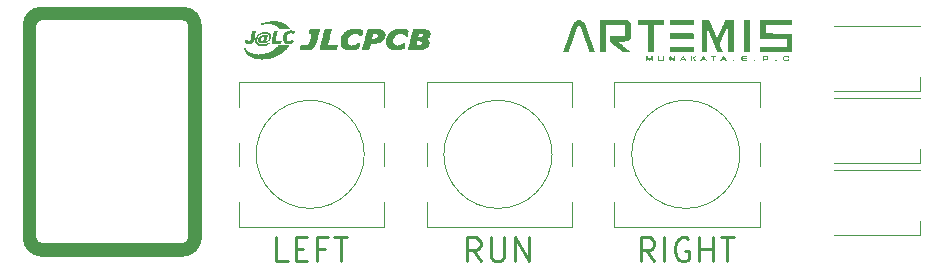
<source format=gbr>
%TF.GenerationSoftware,KiCad,Pcbnew,7.0.9*%
%TF.CreationDate,2024-01-11T16:53:53+09:00*%
%TF.ProjectId,IO_Board,494f5f42-6f61-4726-942e-6b696361645f,rev?*%
%TF.SameCoordinates,Original*%
%TF.FileFunction,Legend,Top*%
%TF.FilePolarity,Positive*%
%FSLAX46Y46*%
G04 Gerber Fmt 4.6, Leading zero omitted, Abs format (unit mm)*
G04 Created by KiCad (PCBNEW 7.0.9) date 2024-01-11 16:53:53*
%MOMM*%
%LPD*%
G01*
G04 APERTURE LIST*
%ADD10C,0.200000*%
%ADD11C,0.150000*%
%ADD12C,0.250000*%
%ADD13C,0.120000*%
%ADD14C,0.010000*%
G04 APERTURE END LIST*
D10*
X115182213Y-96478000D02*
X113768000Y-96478000D01*
X127268000Y-77978473D02*
G75*
G03*
X125768000Y-76478000I-1500000J473D01*
G01*
X125768000Y-96478000D02*
X115182213Y-96478000D01*
X112268000Y-77978000D02*
X112268000Y-95978000D01*
X113268001Y-95978000D02*
X113268000Y-77978000D01*
X125768000Y-96478000D02*
G75*
G03*
X126268000Y-95978402I0J500000D01*
G01*
D11*
X126492000Y-76708000D02*
X127000000Y-77089000D01*
X127127000Y-77597000D01*
X127268000Y-77978473D01*
X127268000Y-95978000D01*
X126268000Y-95978402D01*
X126268000Y-77978402D01*
X126238000Y-77597000D01*
X125984000Y-77470000D01*
X125768000Y-77478000D01*
X113768000Y-77478000D01*
X113284000Y-77597000D01*
X113268000Y-77978000D01*
X113268001Y-95978000D01*
X112268000Y-95978000D01*
X112268000Y-77978000D01*
X112522000Y-77216000D01*
X113030000Y-76708000D01*
X113768000Y-76478000D01*
X125768000Y-76478000D01*
X126492000Y-76708000D01*
G36*
X126492000Y-76708000D02*
G01*
X127000000Y-77089000D01*
X127127000Y-77597000D01*
X127268000Y-77978473D01*
X127268000Y-95978000D01*
X126268000Y-95978402D01*
X126268000Y-77978402D01*
X126238000Y-77597000D01*
X125984000Y-77470000D01*
X125768000Y-77478000D01*
X113768000Y-77478000D01*
X113284000Y-77597000D01*
X113268000Y-77978000D01*
X113268001Y-95978000D01*
X112268000Y-95978000D01*
X112268000Y-77978000D01*
X112522000Y-77216000D01*
X113030000Y-76708000D01*
X113768000Y-76478000D01*
X125768000Y-76478000D01*
X126492000Y-76708000D01*
G37*
D10*
X113768000Y-77478000D02*
X125768000Y-77478000D01*
X113768000Y-97478000D02*
X125768000Y-97478000D01*
X113768000Y-76478000D02*
G75*
G03*
X112268000Y-77978000I0J-1500000D01*
G01*
X113768000Y-77478000D02*
G75*
G03*
X113268000Y-77978000I0J-500000D01*
G01*
X112268000Y-95978000D02*
G75*
G03*
X113768000Y-97478000I1500000J0D01*
G01*
X127268000Y-95978000D02*
X127268000Y-77978473D01*
D11*
X113414447Y-96458553D02*
X113768000Y-96605000D01*
X125768000Y-96605000D01*
X126121411Y-96458696D01*
X126268000Y-95978402D01*
X127268000Y-95978000D01*
X127000000Y-96647000D01*
X126619000Y-97155000D01*
X125768000Y-97478000D01*
X113768000Y-97478000D01*
X112903000Y-97155000D01*
X112522000Y-96647000D01*
X112268000Y-95978000D01*
X113268001Y-95978000D01*
X113414447Y-96458553D01*
G36*
X113414447Y-96458553D02*
G01*
X113768000Y-96605000D01*
X125768000Y-96605000D01*
X126121411Y-96458696D01*
X126268000Y-95978402D01*
X127268000Y-95978000D01*
X127000000Y-96647000D01*
X126619000Y-97155000D01*
X125768000Y-97478000D01*
X113768000Y-97478000D01*
X112903000Y-97155000D01*
X112522000Y-96647000D01*
X112268000Y-95978000D01*
X113268001Y-95978000D01*
X113414447Y-96458553D01*
G37*
D10*
X126268000Y-77978402D02*
X126268000Y-95978402D01*
X125768000Y-76478000D02*
X113768000Y-76478000D01*
X113268000Y-95978000D02*
G75*
G03*
X113768000Y-96478000I500000J0D01*
G01*
X126268000Y-77978402D02*
G75*
G03*
X125768000Y-77478000I-500000J402D01*
G01*
X125768000Y-97478000D02*
G75*
G03*
X127268000Y-95978000I0J1500000D01*
G01*
D12*
X150950809Y-97940238D02*
X150284142Y-96987857D01*
X149807952Y-97940238D02*
X149807952Y-95940238D01*
X149807952Y-95940238D02*
X150569857Y-95940238D01*
X150569857Y-95940238D02*
X150760333Y-96035476D01*
X150760333Y-96035476D02*
X150855571Y-96130714D01*
X150855571Y-96130714D02*
X150950809Y-96321190D01*
X150950809Y-96321190D02*
X150950809Y-96606904D01*
X150950809Y-96606904D02*
X150855571Y-96797380D01*
X150855571Y-96797380D02*
X150760333Y-96892619D01*
X150760333Y-96892619D02*
X150569857Y-96987857D01*
X150569857Y-96987857D02*
X149807952Y-96987857D01*
X151807952Y-95940238D02*
X151807952Y-97559285D01*
X151807952Y-97559285D02*
X151903190Y-97749761D01*
X151903190Y-97749761D02*
X151998428Y-97845000D01*
X151998428Y-97845000D02*
X152188904Y-97940238D01*
X152188904Y-97940238D02*
X152569857Y-97940238D01*
X152569857Y-97940238D02*
X152760333Y-97845000D01*
X152760333Y-97845000D02*
X152855571Y-97749761D01*
X152855571Y-97749761D02*
X152950809Y-97559285D01*
X152950809Y-97559285D02*
X152950809Y-95940238D01*
X153903190Y-97940238D02*
X153903190Y-95940238D01*
X153903190Y-95940238D02*
X155046047Y-97940238D01*
X155046047Y-97940238D02*
X155046047Y-95940238D01*
X165662333Y-97940238D02*
X164995666Y-96987857D01*
X164519476Y-97940238D02*
X164519476Y-95940238D01*
X164519476Y-95940238D02*
X165281381Y-95940238D01*
X165281381Y-95940238D02*
X165471857Y-96035476D01*
X165471857Y-96035476D02*
X165567095Y-96130714D01*
X165567095Y-96130714D02*
X165662333Y-96321190D01*
X165662333Y-96321190D02*
X165662333Y-96606904D01*
X165662333Y-96606904D02*
X165567095Y-96797380D01*
X165567095Y-96797380D02*
X165471857Y-96892619D01*
X165471857Y-96892619D02*
X165281381Y-96987857D01*
X165281381Y-96987857D02*
X164519476Y-96987857D01*
X166519476Y-97940238D02*
X166519476Y-95940238D01*
X168519476Y-96035476D02*
X168329000Y-95940238D01*
X168329000Y-95940238D02*
X168043286Y-95940238D01*
X168043286Y-95940238D02*
X167757571Y-96035476D01*
X167757571Y-96035476D02*
X167567095Y-96225952D01*
X167567095Y-96225952D02*
X167471857Y-96416428D01*
X167471857Y-96416428D02*
X167376619Y-96797380D01*
X167376619Y-96797380D02*
X167376619Y-97083095D01*
X167376619Y-97083095D02*
X167471857Y-97464047D01*
X167471857Y-97464047D02*
X167567095Y-97654523D01*
X167567095Y-97654523D02*
X167757571Y-97845000D01*
X167757571Y-97845000D02*
X168043286Y-97940238D01*
X168043286Y-97940238D02*
X168233762Y-97940238D01*
X168233762Y-97940238D02*
X168519476Y-97845000D01*
X168519476Y-97845000D02*
X168614714Y-97749761D01*
X168614714Y-97749761D02*
X168614714Y-97083095D01*
X168614714Y-97083095D02*
X168233762Y-97083095D01*
X169471857Y-97940238D02*
X169471857Y-95940238D01*
X169471857Y-96892619D02*
X170614714Y-96892619D01*
X170614714Y-97940238D02*
X170614714Y-95940238D01*
X171281381Y-95940238D02*
X172424238Y-95940238D01*
X171852809Y-97940238D02*
X171852809Y-95940238D01*
X134620237Y-97940238D02*
X133667856Y-97940238D01*
X133667856Y-97940238D02*
X133667856Y-95940238D01*
X135286904Y-96892619D02*
X135953571Y-96892619D01*
X136239285Y-97940238D02*
X135286904Y-97940238D01*
X135286904Y-97940238D02*
X135286904Y-95940238D01*
X135286904Y-95940238D02*
X136239285Y-95940238D01*
X137763095Y-96892619D02*
X137096428Y-96892619D01*
X137096428Y-97940238D02*
X137096428Y-95940238D01*
X137096428Y-95940238D02*
X138048809Y-95940238D01*
X138525000Y-95940238D02*
X139667857Y-95940238D01*
X139096428Y-97940238D02*
X139096428Y-95940238D01*
D13*
%TO.C,RUN*%
X158677000Y-95090000D02*
X146377000Y-95090000D01*
X158677000Y-92970000D02*
X158677000Y-95090000D01*
X158677000Y-87970000D02*
X158677000Y-89910000D01*
X158677000Y-82790000D02*
X158677000Y-84910000D01*
X146377000Y-95090000D02*
X146377000Y-92970000D01*
X146377000Y-89910000D02*
X146377000Y-87970000D01*
X146377000Y-84910000D02*
X146377000Y-82790000D01*
X146377000Y-82790000D02*
X158677000Y-82790000D01*
X157006050Y-88900000D02*
G75*
G03*
X157006050Y-88900000I-4579050J0D01*
G01*
%TO.C,G\u002A\u002A\u002A*%
G36*
X172378938Y-80892622D02*
G01*
X172392288Y-80896687D01*
X172399399Y-80905733D01*
X172402151Y-80921620D01*
X172402494Y-80936208D01*
X172401606Y-80955690D01*
X172399223Y-80970163D01*
X172396446Y-80976348D01*
X172388145Y-80979646D01*
X172372564Y-80981791D01*
X172356306Y-80982395D01*
X172337361Y-80981932D01*
X172325958Y-80980126D01*
X172319584Y-80976355D01*
X172316997Y-80972647D01*
X172312479Y-80957474D01*
X172311521Y-80938507D01*
X172313847Y-80919760D01*
X172319183Y-80905247D01*
X172321859Y-80901760D01*
X172332613Y-80894841D01*
X172348557Y-80891928D01*
X172357468Y-80891681D01*
X172378938Y-80892622D01*
G37*
G36*
X174173439Y-80891958D02*
G01*
X174189609Y-80895557D01*
X174198360Y-80900897D01*
X174203127Y-80911287D01*
X174205993Y-80927474D01*
X174206848Y-80945821D01*
X174205580Y-80962689D01*
X174202078Y-80974440D01*
X174200653Y-80976348D01*
X174192352Y-80979646D01*
X174176770Y-80981791D01*
X174160512Y-80982395D01*
X174141568Y-80981932D01*
X174130164Y-80980126D01*
X174123790Y-80976355D01*
X174121203Y-80972647D01*
X174117000Y-80958649D01*
X174115688Y-80940518D01*
X174117062Y-80922001D01*
X174120914Y-80906841D01*
X174125202Y-80900022D01*
X174137372Y-80894144D01*
X174154739Y-80891471D01*
X174173439Y-80891958D01*
G37*
G36*
X175977646Y-80891958D02*
G01*
X175993815Y-80895557D01*
X176002566Y-80900897D01*
X176007333Y-80911287D01*
X176010200Y-80927474D01*
X176011054Y-80945821D01*
X176009786Y-80962689D01*
X176006285Y-80974440D01*
X176004859Y-80976348D01*
X175996558Y-80979646D01*
X175980977Y-80981791D01*
X175964719Y-80982395D01*
X175945774Y-80981932D01*
X175934371Y-80980126D01*
X175927996Y-80976355D01*
X175925409Y-80972647D01*
X175921206Y-80958649D01*
X175919894Y-80940518D01*
X175921268Y-80922001D01*
X175925121Y-80906841D01*
X175929408Y-80900022D01*
X175941578Y-80894144D01*
X175958945Y-80891471D01*
X175977646Y-80891958D01*
G37*
G36*
X168799824Y-80589935D02*
G01*
X168807218Y-80590316D01*
X168825887Y-80591501D01*
X168837153Y-80593641D01*
X168843694Y-80597659D01*
X168848155Y-80604419D01*
X168849958Y-80610342D01*
X168851374Y-80620856D01*
X168852427Y-80636815D01*
X168853140Y-80659072D01*
X168853537Y-80688481D01*
X168853639Y-80725894D01*
X168853471Y-80772166D01*
X168853323Y-80794855D01*
X168852925Y-80842767D01*
X168852465Y-80881556D01*
X168851894Y-80912177D01*
X168851169Y-80935585D01*
X168850241Y-80952736D01*
X168849066Y-80964586D01*
X168847595Y-80972090D01*
X168845785Y-80976204D01*
X168844478Y-80977466D01*
X168835732Y-80979949D01*
X168820395Y-80981704D01*
X168803682Y-80982318D01*
X168783686Y-80981651D01*
X168771045Y-80979149D01*
X168763113Y-80974230D01*
X168762104Y-80973179D01*
X168759882Y-80969856D01*
X168758088Y-80964631D01*
X168756678Y-80956493D01*
X168755607Y-80944432D01*
X168754829Y-80927439D01*
X168754301Y-80904503D01*
X168753977Y-80874615D01*
X168753813Y-80836764D01*
X168753764Y-80789940D01*
X168753764Y-80784972D01*
X168753725Y-80735163D01*
X168753778Y-80694517D01*
X168754172Y-80662117D01*
X168755161Y-80637049D01*
X168756994Y-80618396D01*
X168759924Y-80605244D01*
X168764203Y-80596676D01*
X168770080Y-80591776D01*
X168777809Y-80589630D01*
X168787639Y-80589322D01*
X168799824Y-80589935D01*
G37*
G36*
X170923061Y-80600501D02*
G01*
X170929161Y-80615588D01*
X170931049Y-80634557D01*
X170928857Y-80653305D01*
X170922717Y-80667728D01*
X170920827Y-80669935D01*
X170916483Y-80673589D01*
X170910831Y-80676238D01*
X170902316Y-80678043D01*
X170889380Y-80679163D01*
X170870469Y-80679758D01*
X170844025Y-80679986D01*
X170822553Y-80680014D01*
X170734359Y-80680014D01*
X170734359Y-80821457D01*
X170734169Y-80866055D01*
X170733615Y-80903900D01*
X170732723Y-80934258D01*
X170731519Y-80956393D01*
X170730027Y-80969571D01*
X170729142Y-80972647D01*
X170724884Y-80977822D01*
X170717417Y-80980795D01*
X170704324Y-80982129D01*
X170687313Y-80982395D01*
X170666533Y-80981553D01*
X170651382Y-80979249D01*
X170644653Y-80976348D01*
X170642737Y-80971319D01*
X170641224Y-80960005D01*
X170640083Y-80941680D01*
X170639287Y-80915624D01*
X170638807Y-80881111D01*
X170638612Y-80837419D01*
X170638605Y-80825469D01*
X170638605Y-80680638D01*
X170545178Y-80679066D01*
X170511156Y-80678359D01*
X170485914Y-80677466D01*
X170468155Y-80676264D01*
X170456580Y-80674634D01*
X170449891Y-80672455D01*
X170446982Y-80669935D01*
X170443955Y-80659879D01*
X170442446Y-80644124D01*
X170442400Y-80626203D01*
X170443766Y-80609653D01*
X170446489Y-80598008D01*
X170448105Y-80595348D01*
X170452313Y-80593824D01*
X170462048Y-80592552D01*
X170477942Y-80591515D01*
X170500625Y-80590698D01*
X170530731Y-80590085D01*
X170568890Y-80589659D01*
X170615734Y-80589403D01*
X170671894Y-80589303D01*
X170684684Y-80589300D01*
X170915216Y-80589300D01*
X170923061Y-80600501D01*
G37*
G36*
X169192684Y-80589617D02*
G01*
X169207578Y-80590818D01*
X169216991Y-80593323D01*
X169223219Y-80597538D01*
X169224646Y-80599017D01*
X169230464Y-80609126D01*
X169228481Y-80617595D01*
X169222888Y-80622761D01*
X169210001Y-80632277D01*
X169191131Y-80645250D01*
X169167592Y-80660784D01*
X169140698Y-80677988D01*
X169128494Y-80685636D01*
X169093544Y-80707354D01*
X169066304Y-80724349D01*
X169046007Y-80737352D01*
X169031887Y-80747095D01*
X169023179Y-80754310D01*
X169019116Y-80759730D01*
X169018933Y-80764085D01*
X169021864Y-80768108D01*
X169027143Y-80772531D01*
X169032815Y-80777078D01*
X169042222Y-80784935D01*
X169058010Y-80798103D01*
X169078814Y-80815443D01*
X169103267Y-80835818D01*
X169130004Y-80858088D01*
X169146208Y-80871581D01*
X169180821Y-80900741D01*
X169207638Y-80924349D01*
X169226870Y-80942975D01*
X169238728Y-80957187D01*
X169243423Y-80967554D01*
X169241167Y-80974646D01*
X169232171Y-80979033D01*
X169216645Y-80981282D01*
X169194803Y-80981964D01*
X169187176Y-80981949D01*
X169144339Y-80981658D01*
X169061184Y-80913561D01*
X169031731Y-80889470D01*
X169000486Y-80863964D01*
X168969880Y-80839022D01*
X168942340Y-80816625D01*
X168921333Y-80799589D01*
X168901225Y-80783129D01*
X168884267Y-80768886D01*
X168871846Y-80758053D01*
X168865350Y-80751825D01*
X168864721Y-80750881D01*
X168868875Y-80747644D01*
X168880593Y-80739842D01*
X168898822Y-80728141D01*
X168922511Y-80713207D01*
X168950607Y-80695708D01*
X168982058Y-80676309D01*
X168994493Y-80668687D01*
X169124180Y-80589324D01*
X169170016Y-80589312D01*
X169192684Y-80589617D01*
G37*
G36*
X168993149Y-77544548D02*
G01*
X168994584Y-77733840D01*
X168994949Y-77785363D01*
X168995101Y-77827792D01*
X168994909Y-77862113D01*
X168994242Y-77889312D01*
X168992968Y-77910373D01*
X168990956Y-77926282D01*
X168988075Y-77938024D01*
X168984192Y-77946585D01*
X168979178Y-77952950D01*
X168972900Y-77958105D01*
X168965227Y-77963035D01*
X168963926Y-77963829D01*
X168961838Y-77965005D01*
X168959310Y-77966083D01*
X168955918Y-77967068D01*
X168951236Y-77967963D01*
X168944839Y-77968774D01*
X168936300Y-77969504D01*
X168925196Y-77970158D01*
X168911100Y-77970740D01*
X168893586Y-77971253D01*
X168872230Y-77971703D01*
X168846607Y-77972094D01*
X168816290Y-77972429D01*
X168780854Y-77972714D01*
X168739875Y-77972951D01*
X168692925Y-77973146D01*
X168639581Y-77973303D01*
X168579417Y-77973426D01*
X168512007Y-77973519D01*
X168436926Y-77973586D01*
X168353749Y-77973632D01*
X168262049Y-77973661D01*
X168161403Y-77973677D01*
X168051384Y-77973684D01*
X167973280Y-77973686D01*
X166998768Y-77973705D01*
X166979202Y-77954139D01*
X166959637Y-77934573D01*
X166959637Y-77744742D01*
X166959669Y-77693035D01*
X166959852Y-77650442D01*
X166960312Y-77615996D01*
X166961179Y-77588734D01*
X166962579Y-77567687D01*
X166964641Y-77551892D01*
X166967493Y-77540382D01*
X166971263Y-77532192D01*
X166976078Y-77526355D01*
X166982066Y-77521907D01*
X166989356Y-77517882D01*
X166989710Y-77517699D01*
X166992326Y-77516777D01*
X166996732Y-77515931D01*
X167003340Y-77515157D01*
X167012564Y-77514454D01*
X167024816Y-77513816D01*
X167040508Y-77513242D01*
X167060054Y-77512728D01*
X167083865Y-77512271D01*
X167112356Y-77511868D01*
X167145937Y-77511515D01*
X167185023Y-77511209D01*
X167230025Y-77510948D01*
X167281357Y-77510727D01*
X167339431Y-77510544D01*
X167404659Y-77510396D01*
X167477455Y-77510279D01*
X167558232Y-77510190D01*
X167647401Y-77510127D01*
X167745375Y-77510085D01*
X167852568Y-77510062D01*
X167969391Y-77510054D01*
X168955499Y-77510054D01*
X168993149Y-77544548D01*
G37*
G36*
X168117931Y-80590421D02*
G01*
X168133556Y-80593127D01*
X168137739Y-80595369D01*
X168143781Y-80602258D01*
X168153582Y-80615500D01*
X168165562Y-80632904D01*
X168173334Y-80644737D01*
X168183251Y-80660044D01*
X168197712Y-80682274D01*
X168215734Y-80709919D01*
X168236333Y-80741472D01*
X168258526Y-80775428D01*
X168281331Y-80810278D01*
X168286574Y-80818285D01*
X168307889Y-80851003D01*
X168327422Y-80881315D01*
X168344477Y-80908117D01*
X168358358Y-80930303D01*
X168368370Y-80946765D01*
X168373816Y-80956400D01*
X168374580Y-80958163D01*
X168374940Y-80969041D01*
X168368658Y-80976373D01*
X168354742Y-80980640D01*
X168332202Y-80982322D01*
X168324533Y-80982395D01*
X168300697Y-80981489D01*
X168283978Y-80977639D01*
X168271492Y-80969152D01*
X168260354Y-80954332D01*
X168252118Y-80939845D01*
X168242464Y-80921919D01*
X167952830Y-80921919D01*
X167932295Y-80952157D01*
X167911761Y-80982395D01*
X167869289Y-80982395D01*
X167848106Y-80982120D01*
X167834750Y-80980980D01*
X167826977Y-80978503D01*
X167822541Y-80974217D01*
X167821431Y-80972331D01*
X167818822Y-80960547D01*
X167822513Y-80950307D01*
X167828104Y-80940893D01*
X167838708Y-80923940D01*
X167853769Y-80900308D01*
X167872731Y-80870858D01*
X167895036Y-80836451D01*
X167898213Y-80831576D01*
X168015805Y-80831576D01*
X168015907Y-80831943D01*
X168021599Y-80833400D01*
X168035610Y-80834646D01*
X168056178Y-80835589D01*
X168081542Y-80836140D01*
X168099272Y-80836245D01*
X168130540Y-80836080D01*
X168152910Y-80835522D01*
X168167558Y-80834474D01*
X168175660Y-80832837D01*
X168178394Y-80830514D01*
X168178349Y-80829695D01*
X168174795Y-80822013D01*
X168167012Y-80808525D01*
X168156213Y-80791062D01*
X168143608Y-80771457D01*
X168130409Y-80751541D01*
X168117826Y-80733144D01*
X168107072Y-80718100D01*
X168099358Y-80708238D01*
X168096085Y-80705300D01*
X168091542Y-80709344D01*
X168083167Y-80720209D01*
X168072133Y-80736042D01*
X168059614Y-80754989D01*
X168046783Y-80775198D01*
X168034813Y-80794814D01*
X168024878Y-80811985D01*
X168018150Y-80824856D01*
X168015805Y-80831576D01*
X167898213Y-80831576D01*
X167920126Y-80797947D01*
X167947446Y-80756207D01*
X167976438Y-80712091D01*
X167990252Y-80691133D01*
X168055768Y-80591820D01*
X168092771Y-80590330D01*
X168117931Y-80590421D01*
G37*
G36*
X171545812Y-80590291D02*
G01*
X171578324Y-80591820D01*
X171608653Y-80638409D01*
X171619232Y-80654645D01*
X171634322Y-80677784D01*
X171652924Y-80706292D01*
X171674035Y-80738635D01*
X171696654Y-80773280D01*
X171719780Y-80808691D01*
X171725842Y-80817971D01*
X171747294Y-80850908D01*
X171767003Y-80881350D01*
X171784276Y-80908216D01*
X171798426Y-80930426D01*
X171808759Y-80946898D01*
X171814587Y-80956553D01*
X171815586Y-80958460D01*
X171814650Y-80967544D01*
X171810066Y-80974381D01*
X171803588Y-80978709D01*
X171793466Y-80981040D01*
X171777358Y-80981702D01*
X171760705Y-80981330D01*
X171719748Y-80979875D01*
X171679950Y-80921919D01*
X171390340Y-80921919D01*
X171379034Y-80940818D01*
X171366753Y-80960279D01*
X171356307Y-80972489D01*
X171344854Y-80979127D01*
X171329552Y-80981869D01*
X171308621Y-80982395D01*
X171286010Y-80981714D01*
X171271713Y-80979481D01*
X171264043Y-80975415D01*
X171263548Y-80974863D01*
X171259397Y-80963901D01*
X171259762Y-80957899D01*
X171262961Y-80951753D01*
X171271076Y-80938100D01*
X171283521Y-80917873D01*
X171299708Y-80892011D01*
X171319050Y-80861447D01*
X171337979Y-80831788D01*
X171450834Y-80831788D01*
X171455033Y-80833258D01*
X171467770Y-80834518D01*
X171487505Y-80835488D01*
X171512696Y-80836087D01*
X171535668Y-80836245D01*
X171563779Y-80836008D01*
X171587879Y-80835351D01*
X171606381Y-80834355D01*
X171617699Y-80833101D01*
X171620503Y-80831930D01*
X171616875Y-80825225D01*
X171609138Y-80812416D01*
X171598437Y-80795277D01*
X171585916Y-80775579D01*
X171572718Y-80755096D01*
X171559989Y-80735601D01*
X171548872Y-80718866D01*
X171540511Y-80706664D01*
X171536050Y-80700768D01*
X171535668Y-80700487D01*
X171532389Y-80704497D01*
X171524905Y-80715271D01*
X171514367Y-80731031D01*
X171501923Y-80749999D01*
X171488721Y-80770398D01*
X171475910Y-80790450D01*
X171464637Y-80808378D01*
X171456053Y-80822404D01*
X171451305Y-80830750D01*
X171450834Y-80831788D01*
X171337979Y-80831788D01*
X171340959Y-80827118D01*
X171364849Y-80789959D01*
X171376875Y-80771348D01*
X171408837Y-80722238D01*
X171435777Y-80681438D01*
X171457906Y-80648644D01*
X171475438Y-80623554D01*
X171488584Y-80605862D01*
X171497556Y-80595267D01*
X171502411Y-80591495D01*
X171513098Y-80590284D01*
X171529871Y-80589897D01*
X171545812Y-80590291D01*
G37*
G36*
X175063084Y-80589011D02*
G01*
X175101280Y-80589310D01*
X175137306Y-80589854D01*
X175169804Y-80590643D01*
X175197411Y-80591677D01*
X175218767Y-80592959D01*
X175232512Y-80594488D01*
X175235540Y-80595158D01*
X175257039Y-80605732D01*
X175276424Y-80622530D01*
X175290604Y-80642516D01*
X175295011Y-80653573D01*
X175296885Y-80665340D01*
X175298463Y-80684814D01*
X175299614Y-80709623D01*
X175300205Y-80737395D01*
X175300255Y-80748050D01*
X175299893Y-80784508D01*
X175298569Y-80812569D01*
X175295923Y-80833896D01*
X175291598Y-80850155D01*
X175285234Y-80863009D01*
X175276474Y-80874121D01*
X175272149Y-80878520D01*
X175263455Y-80886221D01*
X175254135Y-80892395D01*
X175243010Y-80897209D01*
X175228902Y-80900827D01*
X175210632Y-80903417D01*
X175187022Y-80905143D01*
X175156894Y-80906171D01*
X175119070Y-80906668D01*
X175072371Y-80906800D01*
X174932414Y-80906800D01*
X174932414Y-80934850D01*
X174931626Y-80956998D01*
X174928038Y-80970969D01*
X174919811Y-80978620D01*
X174905109Y-80981808D01*
X174885368Y-80982395D01*
X174864588Y-80981553D01*
X174849437Y-80979249D01*
X174842708Y-80976348D01*
X174841041Y-80969750D01*
X174839620Y-80954463D01*
X174838446Y-80931872D01*
X174837518Y-80903362D01*
X174836836Y-80870321D01*
X174836400Y-80834134D01*
X174836323Y-80818606D01*
X174932406Y-80818606D01*
X175064556Y-80817101D01*
X175108326Y-80816456D01*
X175142722Y-80815604D01*
X175168449Y-80814506D01*
X175186210Y-80813123D01*
X175196711Y-80811415D01*
X175200554Y-80809541D01*
X175202083Y-80802329D01*
X175203339Y-80787297D01*
X175204184Y-80766703D01*
X175204480Y-80744809D01*
X175204305Y-80718978D01*
X175203555Y-80701539D01*
X175202016Y-80690815D01*
X175199472Y-80685124D01*
X175196586Y-80683073D01*
X175189527Y-80682238D01*
X175173840Y-80681490D01*
X175150978Y-80680861D01*
X175122391Y-80680385D01*
X175089530Y-80680093D01*
X175060514Y-80680014D01*
X174932414Y-80680014D01*
X174932406Y-80818606D01*
X174836323Y-80818606D01*
X174836211Y-80796188D01*
X174836268Y-80757869D01*
X174836571Y-80720562D01*
X174837120Y-80685655D01*
X174837916Y-80654532D01*
X174838957Y-80628581D01*
X174840245Y-80609187D01*
X174841780Y-80597737D01*
X174842708Y-80595348D01*
X174849274Y-80593713D01*
X174864555Y-80592318D01*
X174887192Y-80591163D01*
X174915823Y-80590249D01*
X174949089Y-80589576D01*
X174985628Y-80589144D01*
X175024080Y-80588956D01*
X175063084Y-80589011D01*
G37*
G36*
X169854506Y-80589747D02*
G01*
X169867164Y-80591557D01*
X169875542Y-80595433D01*
X169881236Y-80600639D01*
X169885734Y-80606737D01*
X169894965Y-80620178D01*
X169908194Y-80639838D01*
X169924684Y-80664593D01*
X169943700Y-80693320D01*
X169964506Y-80724894D01*
X169986366Y-80758193D01*
X170008543Y-80792092D01*
X170030302Y-80825468D01*
X170050906Y-80857197D01*
X170069621Y-80886156D01*
X170085710Y-80911221D01*
X170098436Y-80931267D01*
X170107065Y-80945172D01*
X170108922Y-80948281D01*
X170114365Y-80961719D01*
X170112016Y-80971251D01*
X170101264Y-80977415D01*
X170081500Y-80980745D01*
X170071220Y-80981392D01*
X170047130Y-80981941D01*
X170030470Y-80980330D01*
X170018643Y-80975430D01*
X170009054Y-80966118D01*
X169999106Y-80951266D01*
X169998157Y-80949706D01*
X169981317Y-80921919D01*
X169691520Y-80921919D01*
X169650452Y-80982395D01*
X169607979Y-80982395D01*
X169586800Y-80982121D01*
X169573447Y-80980982D01*
X169565674Y-80978506D01*
X169561235Y-80974220D01*
X169560113Y-80972316D01*
X169557594Y-80958786D01*
X169559731Y-80952871D01*
X169564201Y-80945423D01*
X169573366Y-80930848D01*
X169586504Y-80910256D01*
X169602890Y-80884758D01*
X169621802Y-80855466D01*
X169638990Y-80828934D01*
X169753348Y-80828934D01*
X169753604Y-80831662D01*
X169757640Y-80833632D01*
X169766737Y-80834960D01*
X169782174Y-80835760D01*
X169805233Y-80836150D01*
X169834236Y-80836245D01*
X169868430Y-80835938D01*
X169894047Y-80835038D01*
X169910623Y-80833574D01*
X169917696Y-80831573D01*
X169917930Y-80831072D01*
X169915294Y-80824606D01*
X169908189Y-80812001D01*
X169897826Y-80795085D01*
X169885412Y-80775685D01*
X169872157Y-80755628D01*
X169859269Y-80736742D01*
X169847957Y-80720853D01*
X169839429Y-80709789D01*
X169834894Y-80705377D01*
X169834776Y-80705363D01*
X169830721Y-80709381D01*
X169822588Y-80720147D01*
X169811583Y-80735830D01*
X169798915Y-80754596D01*
X169785791Y-80774613D01*
X169773419Y-80794048D01*
X169763007Y-80811069D01*
X169755762Y-80823842D01*
X169753348Y-80828934D01*
X169638990Y-80828934D01*
X169642517Y-80823490D01*
X169664310Y-80789941D01*
X169686458Y-80755929D01*
X169708239Y-80722565D01*
X169728928Y-80690960D01*
X169747802Y-80662226D01*
X169764139Y-80637472D01*
X169777214Y-80617809D01*
X169786303Y-80604349D01*
X169790685Y-80598202D01*
X169790756Y-80598120D01*
X169797660Y-80593166D01*
X169809015Y-80590406D01*
X169827232Y-80589355D01*
X169834678Y-80589300D01*
X169854506Y-80589747D01*
G37*
G36*
X167089514Y-80630877D02*
G01*
X167140746Y-80679280D01*
X167185045Y-80721030D01*
X167222756Y-80756447D01*
X167254225Y-80785850D01*
X167279798Y-80809558D01*
X167299819Y-80827891D01*
X167314636Y-80841169D01*
X167324593Y-80849710D01*
X167330037Y-80853834D01*
X167331326Y-80854290D01*
X167331861Y-80848916D01*
X167332309Y-80834890D01*
X167332651Y-80813640D01*
X167332868Y-80786592D01*
X167332941Y-80755173D01*
X167332908Y-80734682D01*
X167332799Y-80693050D01*
X167333016Y-80660405D01*
X167333940Y-80635655D01*
X167335955Y-80617709D01*
X167339443Y-80605474D01*
X167344787Y-80597859D01*
X167352369Y-80593771D01*
X167362571Y-80592119D01*
X167375778Y-80591811D01*
X167382970Y-80591820D01*
X167402393Y-80592078D01*
X167414269Y-80593335D01*
X167421129Y-80596317D01*
X167425503Y-80601748D01*
X167426944Y-80604419D01*
X167428750Y-80610307D01*
X167430170Y-80620730D01*
X167431227Y-80636546D01*
X167431944Y-80658615D01*
X167432344Y-80687794D01*
X167432451Y-80724944D01*
X167432288Y-80770923D01*
X167432132Y-80794855D01*
X167431735Y-80842767D01*
X167431274Y-80881556D01*
X167430704Y-80912177D01*
X167429978Y-80935585D01*
X167429051Y-80952736D01*
X167427875Y-80964586D01*
X167426405Y-80972090D01*
X167424594Y-80976204D01*
X167423287Y-80977466D01*
X167414909Y-80979714D01*
X167399429Y-80981415D01*
X167379823Y-80982271D01*
X167374598Y-80982318D01*
X167333468Y-80982395D01*
X167203850Y-80860183D01*
X167173100Y-80831244D01*
X167144131Y-80804083D01*
X167117894Y-80779584D01*
X167095340Y-80758631D01*
X167077419Y-80742107D01*
X167065082Y-80730897D01*
X167059772Y-80726266D01*
X167045311Y-80714562D01*
X167045311Y-80842431D01*
X167045156Y-80885717D01*
X167044668Y-80919662D01*
X167043815Y-80945000D01*
X167042563Y-80962466D01*
X167040879Y-80972794D01*
X167039264Y-80976348D01*
X167030898Y-80979643D01*
X167014985Y-80981772D01*
X166997434Y-80982395D01*
X166977078Y-80981538D01*
X166962151Y-80979209D01*
X166955605Y-80976348D01*
X166953906Y-80971790D01*
X166952521Y-80961391D01*
X166951430Y-80944468D01*
X166950610Y-80920341D01*
X166950039Y-80888328D01*
X166949697Y-80847747D01*
X166949562Y-80797917D01*
X166949557Y-80785848D01*
X166949651Y-80733926D01*
X166949947Y-80691402D01*
X166950466Y-80657592D01*
X166951230Y-80631815D01*
X166952261Y-80613391D01*
X166953580Y-80601637D01*
X166955209Y-80595873D01*
X166955605Y-80595348D01*
X166964137Y-80592081D01*
X166981061Y-80589997D01*
X167003600Y-80589300D01*
X167045548Y-80589300D01*
X167089514Y-80630877D01*
G37*
G36*
X166042245Y-80589300D02*
G01*
X166056167Y-80589296D01*
X166067270Y-80589968D01*
X166075872Y-80592337D01*
X166082291Y-80597427D01*
X166086846Y-80606262D01*
X166089855Y-80619865D01*
X166091638Y-80639258D01*
X166092513Y-80665466D01*
X166092799Y-80699510D01*
X166092813Y-80742415D01*
X166092811Y-80751691D01*
X166092811Y-80891681D01*
X166240943Y-80891681D01*
X166283924Y-80891629D01*
X166317890Y-80891435D01*
X166343904Y-80891044D01*
X166363031Y-80890399D01*
X166376333Y-80889444D01*
X166384875Y-80888124D01*
X166389721Y-80886381D01*
X166391934Y-80884160D01*
X166392133Y-80883709D01*
X166392952Y-80876691D01*
X166393688Y-80861012D01*
X166394310Y-80838088D01*
X166394789Y-80809337D01*
X166395093Y-80776177D01*
X166395192Y-80742267D01*
X166395393Y-80699414D01*
X166395977Y-80663058D01*
X166396914Y-80634015D01*
X166398174Y-80613099D01*
X166399727Y-80601124D01*
X166400409Y-80599048D01*
X166404601Y-80593925D01*
X166411938Y-80590957D01*
X166424804Y-80589598D01*
X166443069Y-80589300D01*
X166462948Y-80589678D01*
X166475150Y-80591174D01*
X166482062Y-80594335D01*
X166485729Y-80599048D01*
X166487513Y-80607508D01*
X166488927Y-80624475D01*
X166489981Y-80648383D01*
X166490686Y-80677668D01*
X166491051Y-80710763D01*
X166491086Y-80746103D01*
X166490802Y-80782124D01*
X166490209Y-80817258D01*
X166489316Y-80849943D01*
X166488133Y-80878610D01*
X166486672Y-80901697D01*
X166484941Y-80917636D01*
X166483645Y-80923513D01*
X166472294Y-80946479D01*
X166455827Y-80962900D01*
X166438030Y-80972917D01*
X166431881Y-80975412D01*
X166424715Y-80977412D01*
X166415424Y-80978968D01*
X166402899Y-80980129D01*
X166386032Y-80980948D01*
X166363714Y-80981474D01*
X166334838Y-80981757D01*
X166298294Y-80981850D01*
X166252976Y-80981802D01*
X166244002Y-80981782D01*
X166202737Y-80981597D01*
X166164388Y-80981250D01*
X166130195Y-80980764D01*
X166101396Y-80980166D01*
X166079231Y-80979479D01*
X166064940Y-80978728D01*
X166060053Y-80978113D01*
X166033882Y-80964794D01*
X166012722Y-80944509D01*
X166006352Y-80934972D01*
X166002977Y-80928793D01*
X166000299Y-80922547D01*
X165998221Y-80915017D01*
X165996649Y-80904986D01*
X165995485Y-80891237D01*
X165994634Y-80872553D01*
X165994000Y-80847718D01*
X165993487Y-80815514D01*
X165992998Y-80774724D01*
X165992881Y-80764150D01*
X165992364Y-80717575D01*
X165992132Y-80680094D01*
X165992465Y-80650720D01*
X165993640Y-80628468D01*
X165995936Y-80612350D01*
X165999631Y-80601381D01*
X166005004Y-80594575D01*
X166012333Y-80590946D01*
X166021896Y-80589507D01*
X166033973Y-80589273D01*
X166042245Y-80589300D01*
G37*
G36*
X168093660Y-78656583D02*
G01*
X168200927Y-78656589D01*
X168298957Y-78656605D01*
X168388172Y-78656634D01*
X168468994Y-78656681D01*
X168541844Y-78656750D01*
X168607144Y-78656845D01*
X168665314Y-78656972D01*
X168716777Y-78657133D01*
X168761955Y-78657333D01*
X168801268Y-78657577D01*
X168835138Y-78657869D01*
X168863987Y-78658213D01*
X168888235Y-78658613D01*
X168908306Y-78659073D01*
X168924619Y-78659599D01*
X168937597Y-78660193D01*
X168947661Y-78660861D01*
X168955233Y-78661607D01*
X168960734Y-78662435D01*
X168964585Y-78663348D01*
X168967208Y-78664353D01*
X168969025Y-78665452D01*
X168970457Y-78666649D01*
X168976792Y-78672599D01*
X168981967Y-78678549D01*
X168986097Y-78685533D01*
X168989301Y-78694585D01*
X168991696Y-78706741D01*
X168993400Y-78723034D01*
X168994530Y-78744498D01*
X168995204Y-78772169D01*
X168995541Y-78807080D01*
X168995656Y-78850266D01*
X168995668Y-78888407D01*
X168995633Y-78939402D01*
X168995436Y-78981297D01*
X168994947Y-79015074D01*
X168994031Y-79041712D01*
X168992556Y-79062191D01*
X168990389Y-79077492D01*
X168987397Y-79088594D01*
X168983446Y-79096479D01*
X168978405Y-79102125D01*
X168972139Y-79106514D01*
X168965595Y-79110068D01*
X168962980Y-79110990D01*
X168958580Y-79111836D01*
X168951980Y-79112609D01*
X168942769Y-79113312D01*
X168930533Y-79113947D01*
X168914860Y-79114518D01*
X168895335Y-79115028D01*
X168871547Y-79115481D01*
X168843082Y-79115878D01*
X168809527Y-79116224D01*
X168770468Y-79116522D01*
X168725494Y-79116774D01*
X168674190Y-79116984D01*
X168616145Y-79117154D01*
X168550944Y-79117289D01*
X168478175Y-79117391D01*
X168397424Y-79117462D01*
X168308280Y-79117507D01*
X168210327Y-79117529D01*
X168103155Y-79117530D01*
X167986349Y-79117513D01*
X167976643Y-79117511D01*
X167858836Y-79117480D01*
X167750699Y-79117434D01*
X167651822Y-79117371D01*
X167561795Y-79117288D01*
X167480208Y-79117181D01*
X167406652Y-79117047D01*
X167340717Y-79116883D01*
X167281994Y-79116686D01*
X167230071Y-79116452D01*
X167184541Y-79116179D01*
X167144993Y-79115863D01*
X167111017Y-79115501D01*
X167082203Y-79115090D01*
X167058143Y-79114626D01*
X167038425Y-79114107D01*
X167022641Y-79113529D01*
X167010381Y-79112889D01*
X167001234Y-79112184D01*
X166994792Y-79111411D01*
X166990644Y-79110566D01*
X166988678Y-79109824D01*
X166981564Y-79105716D01*
X166975718Y-79101202D01*
X166971015Y-79095310D01*
X166967332Y-79087073D01*
X166964543Y-79075520D01*
X166962525Y-79059682D01*
X166961153Y-79038590D01*
X166960303Y-79011275D01*
X166959849Y-78976767D01*
X166959669Y-78934096D01*
X166959637Y-78883544D01*
X166959637Y-78694231D01*
X166976888Y-78675407D01*
X166994140Y-78656582D01*
X167976736Y-78656582D01*
X168093660Y-78656583D01*
G37*
G36*
X173551446Y-77510068D02*
G01*
X173590924Y-77510145D01*
X173622371Y-77510343D01*
X173646807Y-77510715D01*
X173665258Y-77511316D01*
X173678747Y-77512203D01*
X173688296Y-77513431D01*
X173694929Y-77515054D01*
X173699670Y-77517129D01*
X173703542Y-77519710D01*
X173705183Y-77520980D01*
X173708030Y-77522972D01*
X173710676Y-77524549D01*
X173713130Y-77526070D01*
X173715397Y-77527894D01*
X173717485Y-77530379D01*
X173719402Y-77533886D01*
X173721155Y-77538774D01*
X173722752Y-77545401D01*
X173724198Y-77554128D01*
X173725503Y-77565313D01*
X173726672Y-77579315D01*
X173727714Y-77596495D01*
X173728636Y-77617211D01*
X173729445Y-77641822D01*
X173730148Y-77670688D01*
X173730752Y-77704167D01*
X173731266Y-77742620D01*
X173731695Y-77786406D01*
X173732049Y-77835883D01*
X173732332Y-77891411D01*
X173732554Y-77953349D01*
X173732722Y-78022057D01*
X173732842Y-78097894D01*
X173732922Y-78181219D01*
X173732969Y-78272391D01*
X173732991Y-78371769D01*
X173732995Y-78479713D01*
X173732988Y-78596583D01*
X173732977Y-78722736D01*
X173732970Y-78858533D01*
X173732970Y-78888744D01*
X173732967Y-79025890D01*
X173732955Y-79153316D01*
X173732932Y-79271382D01*
X173732897Y-79380447D01*
X173732847Y-79480871D01*
X173732779Y-79573012D01*
X173732692Y-79657232D01*
X173732583Y-79733889D01*
X173732451Y-79803342D01*
X173732292Y-79865952D01*
X173732105Y-79922077D01*
X173731888Y-79972078D01*
X173731638Y-80016313D01*
X173731353Y-80055142D01*
X173731031Y-80088925D01*
X173730669Y-80118022D01*
X173730266Y-80142791D01*
X173729820Y-80163592D01*
X173729327Y-80180785D01*
X173728786Y-80194730D01*
X173728195Y-80205785D01*
X173727551Y-80214310D01*
X173726853Y-80220666D01*
X173726097Y-80225210D01*
X173725282Y-80228303D01*
X173724731Y-80229683D01*
X173720794Y-80237593D01*
X173716560Y-80244080D01*
X173711052Y-80249285D01*
X173703294Y-80253348D01*
X173692312Y-80256409D01*
X173677129Y-80258609D01*
X173656770Y-80260087D01*
X173630259Y-80260984D01*
X173596620Y-80261439D01*
X173554878Y-80261594D01*
X173504056Y-80261588D01*
X173502655Y-80261587D01*
X173453824Y-80261510D01*
X173414058Y-80261328D01*
X173382343Y-80260997D01*
X173357664Y-80260474D01*
X173339009Y-80259716D01*
X173325362Y-80258679D01*
X173315710Y-80257320D01*
X173309039Y-80255595D01*
X173304334Y-80253460D01*
X173303673Y-80253064D01*
X173300936Y-80251608D01*
X173298391Y-80250520D01*
X173296031Y-80249443D01*
X173293850Y-80248021D01*
X173291840Y-80245896D01*
X173289994Y-80242712D01*
X173288306Y-80238111D01*
X173286768Y-80231737D01*
X173285374Y-80223232D01*
X173284116Y-80212239D01*
X173282988Y-80198403D01*
X173281982Y-80181364D01*
X173281092Y-80160768D01*
X173280310Y-80136256D01*
X173279630Y-80107473D01*
X173279045Y-80074059D01*
X173278547Y-80035660D01*
X173278130Y-79991918D01*
X173277787Y-79942476D01*
X173277510Y-79886976D01*
X173277293Y-79825063D01*
X173277129Y-79756378D01*
X173277011Y-79680566D01*
X173276931Y-79597269D01*
X173276884Y-79506130D01*
X173276861Y-79406793D01*
X173276856Y-79298899D01*
X173276862Y-79182093D01*
X173276872Y-79056017D01*
X173276878Y-78920315D01*
X173276879Y-78882217D01*
X173276879Y-77544557D01*
X173295704Y-77527306D01*
X173314528Y-77510054D01*
X173502911Y-77510054D01*
X173551446Y-77510068D01*
G37*
G36*
X165508476Y-80589417D02*
G01*
X165516999Y-80591879D01*
X165523356Y-80597251D01*
X165527858Y-80606445D01*
X165530818Y-80620373D01*
X165532548Y-80639946D01*
X165533360Y-80666077D01*
X165533566Y-80699677D01*
X165533479Y-80741659D01*
X165533407Y-80785017D01*
X165533313Y-80837056D01*
X165533020Y-80879698D01*
X165532503Y-80913623D01*
X165531744Y-80939512D01*
X165530719Y-80958045D01*
X165529407Y-80969903D01*
X165527788Y-80975765D01*
X165527359Y-80976348D01*
X165518775Y-80979851D01*
X165503688Y-80981890D01*
X165485363Y-80982491D01*
X165467063Y-80981679D01*
X165452056Y-80979479D01*
X165443604Y-80975917D01*
X165443406Y-80975696D01*
X165441305Y-80968002D01*
X165439530Y-80950616D01*
X165438103Y-80923918D01*
X165437046Y-80888291D01*
X165436489Y-80854321D01*
X165435133Y-80739645D01*
X165401979Y-80794244D01*
X165375195Y-80838320D01*
X165353120Y-80874555D01*
X165335256Y-80903737D01*
X165321106Y-80926655D01*
X165310173Y-80944100D01*
X165301958Y-80956859D01*
X165295964Y-80965722D01*
X165291695Y-80971478D01*
X165288651Y-80974917D01*
X165287332Y-80976096D01*
X165277922Y-80979551D01*
X165261410Y-80981784D01*
X165244990Y-80982395D01*
X165210485Y-80982395D01*
X165176658Y-80929508D01*
X165160823Y-80904511D01*
X165142036Y-80874486D01*
X165122540Y-80843036D01*
X165104580Y-80813768D01*
X165102939Y-80811075D01*
X165088941Y-80788376D01*
X165076696Y-80769086D01*
X165067175Y-80754692D01*
X165061351Y-80746680D01*
X165060102Y-80745530D01*
X165059256Y-80750333D01*
X165058505Y-80763794D01*
X165057886Y-80784491D01*
X165057435Y-80811004D01*
X165057190Y-80841911D01*
X165057157Y-80859107D01*
X165057064Y-80896679D01*
X165056737Y-80925377D01*
X165056097Y-80946402D01*
X165055069Y-80960959D01*
X165053574Y-80970250D01*
X165051537Y-80975478D01*
X165049597Y-80977462D01*
X165039721Y-80980406D01*
X165023923Y-80981956D01*
X165005592Y-80982159D01*
X164988118Y-80981063D01*
X164974891Y-80978714D01*
X164969970Y-80976348D01*
X164968271Y-80971790D01*
X164966886Y-80961391D01*
X164965795Y-80944468D01*
X164964975Y-80920341D01*
X164964404Y-80888328D01*
X164964062Y-80847747D01*
X164963927Y-80797917D01*
X164963922Y-80785848D01*
X164964016Y-80733926D01*
X164964312Y-80691402D01*
X164964831Y-80657592D01*
X164965595Y-80631815D01*
X164966626Y-80613391D01*
X164967945Y-80601637D01*
X164969574Y-80595873D01*
X164969970Y-80595348D01*
X164978153Y-80592240D01*
X164993479Y-80590217D01*
X165013070Y-80589273D01*
X165034049Y-80589400D01*
X165053537Y-80590593D01*
X165068657Y-80592843D01*
X165075949Y-80595600D01*
X165081858Y-80602420D01*
X165091334Y-80615803D01*
X165102898Y-80633587D01*
X165111298Y-80647256D01*
X165125931Y-80671500D01*
X165142917Y-80699437D01*
X165161152Y-80729268D01*
X165179526Y-80759193D01*
X165196935Y-80787414D01*
X165212270Y-80812131D01*
X165224426Y-80831545D01*
X165231398Y-80842482D01*
X165239839Y-80853869D01*
X165246795Y-80860509D01*
X165248664Y-80861217D01*
X165253005Y-80857095D01*
X165261309Y-80845890D01*
X165272455Y-80829222D01*
X165285323Y-80808712D01*
X165287829Y-80804583D01*
X165309505Y-80768809D01*
X165331221Y-80733220D01*
X165352067Y-80699289D01*
X165371131Y-80668486D01*
X165387505Y-80642285D01*
X165400277Y-80622156D01*
X165406914Y-80611979D01*
X165420367Y-80591820D01*
X165466786Y-80590371D01*
X165483681Y-80589575D01*
X165497474Y-80588953D01*
X165508476Y-80589417D01*
G37*
G36*
X176876487Y-80589324D02*
G01*
X176914166Y-80589437D01*
X176944020Y-80589701D01*
X176967174Y-80590176D01*
X176984756Y-80590924D01*
X176997892Y-80592007D01*
X177007709Y-80593485D01*
X177015333Y-80595420D01*
X177021892Y-80597874D01*
X177026613Y-80600008D01*
X177048411Y-80614685D01*
X177063922Y-80635716D01*
X177073673Y-80664019D01*
X177077329Y-80688389D01*
X177078780Y-80707577D01*
X177078417Y-80719685D01*
X177075774Y-80727623D01*
X177070386Y-80734302D01*
X177069902Y-80734789D01*
X177060845Y-80741375D01*
X177048508Y-80744654D01*
X177029886Y-80745530D01*
X177007723Y-80744200D01*
X176993469Y-80739222D01*
X176985186Y-80729114D01*
X176980937Y-80712397D01*
X176980347Y-80707640D01*
X176977662Y-80692410D01*
X176973900Y-80681593D01*
X176971757Y-80678839D01*
X176965339Y-80677850D01*
X176950222Y-80676954D01*
X176927788Y-80676190D01*
X176899417Y-80675593D01*
X176866490Y-80675201D01*
X176831115Y-80675052D01*
X176790652Y-80675064D01*
X176759057Y-80675206D01*
X176735118Y-80675563D01*
X176717625Y-80676219D01*
X176705364Y-80677256D01*
X176697126Y-80678758D01*
X176691699Y-80680810D01*
X176687871Y-80683494D01*
X176686224Y-80685054D01*
X176682653Y-80689282D01*
X176680039Y-80694774D01*
X176678234Y-80703038D01*
X176677089Y-80715584D01*
X176676458Y-80733918D01*
X176676193Y-80759548D01*
X176676145Y-80788008D01*
X176676269Y-80821806D01*
X176676717Y-80846928D01*
X176677597Y-80864775D01*
X176679020Y-80876747D01*
X176681096Y-80884245D01*
X176683936Y-80888671D01*
X176684064Y-80888801D01*
X176687627Y-80891198D01*
X176693712Y-80893065D01*
X176703460Y-80894466D01*
X176718011Y-80895462D01*
X176738507Y-80896114D01*
X176766088Y-80896484D01*
X176801894Y-80896634D01*
X176828955Y-80896644D01*
X176865301Y-80896491D01*
X176898451Y-80896100D01*
X176927036Y-80895508D01*
X176949688Y-80894749D01*
X176965036Y-80893862D01*
X176971714Y-80892881D01*
X176971763Y-80892852D01*
X176976431Y-80885817D01*
X176980532Y-80873166D01*
X176981169Y-80870114D01*
X176985612Y-80855989D01*
X176993809Y-80847227D01*
X177007733Y-80842722D01*
X177029358Y-80841366D01*
X177032371Y-80841361D01*
X177053650Y-80842145D01*
X177066780Y-80845568D01*
X177073657Y-80853446D01*
X177076176Y-80867596D01*
X177076346Y-80883467D01*
X177072162Y-80917517D01*
X177060601Y-80944730D01*
X177041571Y-80965234D01*
X177014983Y-80979156D01*
X177006244Y-80981872D01*
X176995530Y-80983367D01*
X176976327Y-80984600D01*
X176950193Y-80985573D01*
X176918687Y-80986288D01*
X176883366Y-80986747D01*
X176845790Y-80986951D01*
X176807517Y-80986901D01*
X176770104Y-80986600D01*
X176735110Y-80986049D01*
X176704093Y-80985248D01*
X176678611Y-80984201D01*
X176660224Y-80982909D01*
X176650946Y-80981514D01*
X176626862Y-80970590D01*
X176605456Y-80953546D01*
X176591725Y-80935518D01*
X176589030Y-80929600D01*
X176586938Y-80922057D01*
X176585377Y-80911630D01*
X176584270Y-80897058D01*
X176583545Y-80877082D01*
X176583127Y-80850441D01*
X176582942Y-80815875D01*
X176582910Y-80785848D01*
X176582910Y-80652296D01*
X176597209Y-80631226D01*
X176615285Y-80611620D01*
X176633691Y-80599728D01*
X176640080Y-80596933D01*
X176646853Y-80594687D01*
X176655133Y-80592930D01*
X176666045Y-80591602D01*
X176680711Y-80590643D01*
X176700255Y-80589995D01*
X176725801Y-80589596D01*
X176758473Y-80589387D01*
X176799394Y-80589309D01*
X176829855Y-80589300D01*
X176876487Y-80589324D01*
G37*
G36*
X168475087Y-79803091D02*
G01*
X168548917Y-79803157D01*
X168615167Y-79803276D01*
X168674253Y-79803461D01*
X168726591Y-79803722D01*
X168772598Y-79804074D01*
X168812690Y-79804529D01*
X168847284Y-79805098D01*
X168876797Y-79805795D01*
X168901644Y-79806632D01*
X168922243Y-79807621D01*
X168939009Y-79808776D01*
X168952360Y-79810107D01*
X168962711Y-79811629D01*
X168970480Y-79813353D01*
X168976082Y-79815292D01*
X168979934Y-79817459D01*
X168982453Y-79819865D01*
X168984055Y-79822524D01*
X168985156Y-79825447D01*
X168986174Y-79828648D01*
X168987524Y-79832139D01*
X168988138Y-79833403D01*
X168990369Y-79842849D01*
X168992256Y-79860937D01*
X168993799Y-79886237D01*
X168994999Y-79917317D01*
X168995857Y-79952747D01*
X168996371Y-79991096D01*
X168996544Y-80030933D01*
X168996376Y-80070826D01*
X168995866Y-80109346D01*
X168995015Y-80145060D01*
X168993824Y-80176539D01*
X168992293Y-80202350D01*
X168990422Y-80221064D01*
X168988213Y-80231249D01*
X168988024Y-80231648D01*
X168986442Y-80235211D01*
X168985259Y-80238483D01*
X168984058Y-80241475D01*
X168982422Y-80244200D01*
X168979934Y-80246671D01*
X168976177Y-80248899D01*
X168970733Y-80250897D01*
X168963187Y-80252677D01*
X168953121Y-80254252D01*
X168940118Y-80255634D01*
X168923761Y-80256835D01*
X168903632Y-80257867D01*
X168879316Y-80258743D01*
X168850395Y-80259475D01*
X168816453Y-80260076D01*
X168777071Y-80260557D01*
X168731833Y-80260932D01*
X168680323Y-80261212D01*
X168622123Y-80261409D01*
X168556816Y-80261537D01*
X168483985Y-80261607D01*
X168403213Y-80261631D01*
X168314084Y-80261623D01*
X168216179Y-80261594D01*
X168109084Y-80261556D01*
X167992379Y-80261522D01*
X167976643Y-80261519D01*
X167858836Y-80261488D01*
X167750699Y-80261442D01*
X167651822Y-80261379D01*
X167561795Y-80261296D01*
X167480208Y-80261189D01*
X167406652Y-80261055D01*
X167340717Y-80260891D01*
X167281994Y-80260694D01*
X167230071Y-80260460D01*
X167184541Y-80260187D01*
X167144993Y-80259871D01*
X167111017Y-80259509D01*
X167082203Y-80259098D01*
X167058143Y-80258634D01*
X167038425Y-80258115D01*
X167022641Y-80257537D01*
X167010381Y-80256897D01*
X167001234Y-80256192D01*
X166994792Y-80255419D01*
X166990644Y-80254574D01*
X166988678Y-80253832D01*
X166981487Y-80249666D01*
X166975592Y-80245070D01*
X166970866Y-80239060D01*
X166967179Y-80230654D01*
X166964402Y-80218869D01*
X166962406Y-80202723D01*
X166961063Y-80181233D01*
X166960243Y-80153417D01*
X166959818Y-80118291D01*
X166959659Y-80074875D01*
X166959637Y-80032415D01*
X166959673Y-79981801D01*
X166959863Y-79940264D01*
X166960325Y-79906802D01*
X166961178Y-79880410D01*
X166962540Y-79860088D01*
X166964532Y-79844833D01*
X166967272Y-79833642D01*
X166970879Y-79825512D01*
X166975473Y-79819441D01*
X166981171Y-79814426D01*
X166985928Y-79810975D01*
X166987991Y-79810031D01*
X166991648Y-79809165D01*
X166997312Y-79808373D01*
X167005395Y-79807653D01*
X167016312Y-79807000D01*
X167030475Y-79806412D01*
X167048297Y-79805885D01*
X167070193Y-79805416D01*
X167096575Y-79805002D01*
X167127856Y-79804639D01*
X167164449Y-79804325D01*
X167206769Y-79804056D01*
X167255227Y-79803828D01*
X167310239Y-79803638D01*
X167372215Y-79803484D01*
X167441571Y-79803361D01*
X167518718Y-79803267D01*
X167604071Y-79803199D01*
X167698043Y-79803152D01*
X167801046Y-79803124D01*
X167913495Y-79803111D01*
X167977653Y-79803110D01*
X168095632Y-79803101D01*
X168203949Y-79803082D01*
X168303020Y-79803065D01*
X168393260Y-79803064D01*
X168475087Y-79803091D01*
G37*
G36*
X173354773Y-80589321D02*
G01*
X173392781Y-80589420D01*
X173422725Y-80589650D01*
X173445610Y-80590066D01*
X173462444Y-80590719D01*
X173474234Y-80591665D01*
X173481988Y-80592957D01*
X173486711Y-80594648D01*
X173489411Y-80596792D01*
X173490888Y-80599048D01*
X173494124Y-80610664D01*
X173495711Y-80627677D01*
X173495632Y-80646071D01*
X173493871Y-80661827D01*
X173491176Y-80669935D01*
X173488572Y-80672034D01*
X173483015Y-80673773D01*
X173473535Y-80675206D01*
X173459162Y-80676390D01*
X173438924Y-80677381D01*
X173411852Y-80678235D01*
X173376976Y-80679007D01*
X173333323Y-80679754D01*
X173316125Y-80680014D01*
X173145847Y-80682534D01*
X173144324Y-80708993D01*
X173143733Y-80723997D01*
X173143857Y-80734054D01*
X173144324Y-80736478D01*
X173149541Y-80736802D01*
X173163653Y-80737253D01*
X173185476Y-80737802D01*
X173213827Y-80738424D01*
X173247523Y-80739092D01*
X173285379Y-80739780D01*
X173313606Y-80740258D01*
X173360142Y-80741080D01*
X173397576Y-80741897D01*
X173426883Y-80742769D01*
X173449039Y-80743753D01*
X173465021Y-80744908D01*
X173475806Y-80746292D01*
X173482368Y-80747963D01*
X173485686Y-80749981D01*
X173486138Y-80750570D01*
X173489283Y-80761199D01*
X173490732Y-80777743D01*
X173490503Y-80796185D01*
X173488611Y-80812506D01*
X173485848Y-80821457D01*
X173484005Y-80824139D01*
X173480955Y-80826279D01*
X173475644Y-80827938D01*
X173467016Y-80829176D01*
X173454017Y-80830055D01*
X173435592Y-80830636D01*
X173410685Y-80830980D01*
X173378241Y-80831148D01*
X173337206Y-80831202D01*
X173317636Y-80831205D01*
X173270889Y-80831202D01*
X173233252Y-80831329D01*
X173203756Y-80831789D01*
X173181431Y-80832782D01*
X173165309Y-80834511D01*
X173154420Y-80837179D01*
X173147795Y-80840988D01*
X173144465Y-80846139D01*
X173143460Y-80852835D01*
X173143812Y-80861279D01*
X173144279Y-80867370D01*
X173145847Y-80889161D01*
X173316348Y-80891681D01*
X173364380Y-80892374D01*
X173403293Y-80893049D01*
X173434045Y-80893950D01*
X173457594Y-80895316D01*
X173474895Y-80897390D01*
X173486908Y-80900414D01*
X173494589Y-80904629D01*
X173498896Y-80910277D01*
X173500786Y-80917600D01*
X173501216Y-80926839D01*
X173501145Y-80938237D01*
X173501145Y-80938333D01*
X173501324Y-80949511D01*
X173501243Y-80958629D01*
X173499974Y-80965895D01*
X173496590Y-80971518D01*
X173490165Y-80975707D01*
X173479769Y-80978670D01*
X173464477Y-80980617D01*
X173443360Y-80981755D01*
X173415492Y-80982295D01*
X173379944Y-80982445D01*
X173335790Y-80982414D01*
X173305488Y-80982395D01*
X173257364Y-80982380D01*
X173218241Y-80982295D01*
X173187039Y-80982081D01*
X173162678Y-80981680D01*
X173144080Y-80981032D01*
X173130166Y-80980078D01*
X173119856Y-80978760D01*
X173112071Y-80977019D01*
X173105732Y-80974795D01*
X173099760Y-80972030D01*
X173097819Y-80971056D01*
X173081879Y-80961504D01*
X173069152Y-80949926D01*
X173059334Y-80935199D01*
X173052121Y-80916196D01*
X173047210Y-80891795D01*
X173044298Y-80860869D01*
X173043082Y-80822295D01*
X173043258Y-80774947D01*
X173043351Y-80769060D01*
X173044008Y-80734125D01*
X173044766Y-80707638D01*
X173045801Y-80687965D01*
X173047287Y-80673475D01*
X173049400Y-80662535D01*
X173052314Y-80653513D01*
X173056206Y-80644777D01*
X173056825Y-80643512D01*
X173072156Y-80620069D01*
X173092481Y-80603868D01*
X173112581Y-80595111D01*
X173122871Y-80593285D01*
X173142075Y-80591811D01*
X173170431Y-80590683D01*
X173208174Y-80589893D01*
X173255538Y-80589435D01*
X173307692Y-80589300D01*
X173354773Y-80589321D01*
G37*
G36*
X165491184Y-77509094D02*
G01*
X165581944Y-77509192D01*
X165671465Y-77509343D01*
X165759181Y-77509547D01*
X165844526Y-77509804D01*
X165926934Y-77510114D01*
X166005840Y-77510477D01*
X166080677Y-77510893D01*
X166150880Y-77511362D01*
X166215882Y-77511883D01*
X166275118Y-77512457D01*
X166328022Y-77513084D01*
X166374028Y-77513763D01*
X166412569Y-77514495D01*
X166443081Y-77515280D01*
X166464997Y-77516117D01*
X166477751Y-77517006D01*
X166480811Y-77517585D01*
X166488253Y-77521486D01*
X166494364Y-77525405D01*
X166499276Y-77530312D01*
X166503120Y-77537176D01*
X166506025Y-77546968D01*
X166508125Y-77560657D01*
X166509548Y-77579212D01*
X166510427Y-77603604D01*
X166510892Y-77634802D01*
X166511075Y-77673775D01*
X166511106Y-77721494D01*
X166511105Y-77741879D01*
X166511097Y-77793134D01*
X166510987Y-77835279D01*
X166510643Y-77869285D01*
X166509935Y-77896120D01*
X166508732Y-77916754D01*
X166506902Y-77932157D01*
X166504314Y-77943300D01*
X166500838Y-77951150D01*
X166496343Y-77956679D01*
X166490698Y-77960855D01*
X166483771Y-77964649D01*
X166480811Y-77966174D01*
X166477090Y-77967551D01*
X166471175Y-77968753D01*
X166462426Y-77969792D01*
X166450199Y-77970679D01*
X166433853Y-77971426D01*
X166412747Y-77972043D01*
X166386237Y-77972543D01*
X166353683Y-77972936D01*
X166314442Y-77973234D01*
X166267873Y-77973449D01*
X166213333Y-77973591D01*
X166150181Y-77973672D01*
X166077774Y-77973703D01*
X166055343Y-77973705D01*
X165644439Y-77973705D01*
X165627980Y-77988410D01*
X165611522Y-78003116D01*
X165610257Y-79100920D01*
X165610136Y-79205568D01*
X165610019Y-79307636D01*
X165609905Y-79406660D01*
X165609796Y-79502175D01*
X165609691Y-79593715D01*
X165609592Y-79680814D01*
X165609498Y-79763009D01*
X165609411Y-79839833D01*
X165609330Y-79910822D01*
X165609257Y-79975511D01*
X165609192Y-80033433D01*
X165609136Y-80084125D01*
X165609088Y-80127121D01*
X165609049Y-80161955D01*
X165609021Y-80188163D01*
X165609003Y-80205280D01*
X165608997Y-80212840D01*
X165608997Y-80213088D01*
X165604156Y-80229177D01*
X165591867Y-80244586D01*
X165574732Y-80261721D01*
X165386500Y-80261519D01*
X165336405Y-80261408D01*
X165295425Y-80261168D01*
X165262596Y-80260763D01*
X165236955Y-80260156D01*
X165217537Y-80259310D01*
X165203380Y-80258188D01*
X165193518Y-80256755D01*
X165186989Y-80254972D01*
X165184472Y-80253832D01*
X165181230Y-80252337D01*
X165178237Y-80251251D01*
X165175484Y-80250181D01*
X165172961Y-80248735D01*
X165170658Y-80246523D01*
X165168564Y-80243154D01*
X165166669Y-80238236D01*
X165164965Y-80231377D01*
X165163441Y-80222186D01*
X165162086Y-80210272D01*
X165160892Y-80195244D01*
X165159847Y-80176709D01*
X165158943Y-80154278D01*
X165158169Y-80127558D01*
X165157515Y-80096158D01*
X165156971Y-80059687D01*
X165156528Y-80017753D01*
X165156175Y-79969966D01*
X165155902Y-79915933D01*
X165155700Y-79855263D01*
X165155559Y-79787566D01*
X165155468Y-79712449D01*
X165155418Y-79629521D01*
X165155399Y-79538392D01*
X165155400Y-79438668D01*
X165155413Y-79329961D01*
X165155426Y-79211877D01*
X165155430Y-79110791D01*
X165155430Y-78004718D01*
X165124417Y-77973705D01*
X164293497Y-77973705D01*
X164255847Y-77939211D01*
X164254411Y-77749703D01*
X164254062Y-77697308D01*
X164253962Y-77654035D01*
X164254234Y-77618927D01*
X164254999Y-77591027D01*
X164256379Y-77569378D01*
X164258497Y-77553024D01*
X164261474Y-77541007D01*
X164265431Y-77532371D01*
X164270491Y-77526159D01*
X164276776Y-77521413D01*
X164283995Y-77517392D01*
X164290773Y-77516471D01*
X164307064Y-77515604D01*
X164332303Y-77514792D01*
X164365923Y-77514033D01*
X164407359Y-77513328D01*
X164456044Y-77512677D01*
X164511413Y-77512080D01*
X164572900Y-77511537D01*
X164639939Y-77511047D01*
X164711964Y-77510611D01*
X164788409Y-77510229D01*
X164868708Y-77509900D01*
X164952296Y-77509625D01*
X165038606Y-77509403D01*
X165127072Y-77509235D01*
X165217129Y-77509120D01*
X165308211Y-77509058D01*
X165399751Y-77509049D01*
X165491184Y-77509094D01*
G37*
G36*
X177338863Y-77544548D02*
G01*
X177340143Y-77735188D01*
X177340470Y-77786213D01*
X177340619Y-77828154D01*
X177340464Y-77862007D01*
X177339879Y-77888766D01*
X177338739Y-77909428D01*
X177336920Y-77924988D01*
X177334296Y-77936442D01*
X177330742Y-77944784D01*
X177326132Y-77951010D01*
X177320342Y-77956115D01*
X177313246Y-77961096D01*
X177311586Y-77962214D01*
X177294535Y-77973705D01*
X175119042Y-77973705D01*
X175102583Y-77988408D01*
X175086125Y-78003112D01*
X175084752Y-78313500D01*
X175084456Y-78379701D01*
X175084243Y-78436564D01*
X175084180Y-78484831D01*
X175084335Y-78525242D01*
X175084775Y-78558540D01*
X175085568Y-78585466D01*
X175086781Y-78606762D01*
X175088483Y-78623168D01*
X175090741Y-78635427D01*
X175093623Y-78644279D01*
X175097195Y-78650467D01*
X175101526Y-78654731D01*
X175106683Y-78657814D01*
X175112735Y-78660456D01*
X175116536Y-78662019D01*
X175119626Y-78662847D01*
X175125030Y-78663610D01*
X175133130Y-78664312D01*
X175144309Y-78664954D01*
X175158949Y-78665539D01*
X175177432Y-78666070D01*
X175200142Y-78666548D01*
X175227461Y-78666977D01*
X175259771Y-78667359D01*
X175297456Y-78667696D01*
X175340897Y-78667992D01*
X175390477Y-78668247D01*
X175446579Y-78668466D01*
X175509585Y-78668650D01*
X175579878Y-78668802D01*
X175657841Y-78668925D01*
X175743855Y-78669020D01*
X175838305Y-78669091D01*
X175941571Y-78669139D01*
X176054037Y-78669168D01*
X176176086Y-78669180D01*
X176214524Y-78669181D01*
X176346981Y-78669204D01*
X176471618Y-78669273D01*
X176588277Y-78669386D01*
X176696797Y-78669543D01*
X176797019Y-78669744D01*
X176888784Y-78669988D01*
X176971933Y-78670273D01*
X177046306Y-78670600D01*
X177111745Y-78670967D01*
X177168089Y-78671374D01*
X177215180Y-78671820D01*
X177252858Y-78672305D01*
X177280964Y-78672827D01*
X177299339Y-78673386D01*
X177307823Y-78673981D01*
X177308294Y-78674095D01*
X177319589Y-78681690D01*
X177330181Y-78693794D01*
X177331282Y-78695514D01*
X177332643Y-78697888D01*
X177333874Y-78700656D01*
X177334984Y-78704304D01*
X177335979Y-78709319D01*
X177336863Y-78716188D01*
X177337645Y-78725398D01*
X177338331Y-78737434D01*
X177338926Y-78752785D01*
X177339438Y-78771937D01*
X177339872Y-78795377D01*
X177340235Y-78823591D01*
X177340533Y-78857067D01*
X177340773Y-78896290D01*
X177340962Y-78941749D01*
X177341105Y-78993929D01*
X177341208Y-79053318D01*
X177341279Y-79120402D01*
X177341324Y-79195668D01*
X177341349Y-79279603D01*
X177341360Y-79372693D01*
X177341364Y-79464441D01*
X177341375Y-79567817D01*
X177341391Y-79661590D01*
X177341395Y-79746233D01*
X177341367Y-79822224D01*
X177341290Y-79890037D01*
X177341145Y-79950148D01*
X177340915Y-80003033D01*
X177340582Y-80049166D01*
X177340127Y-80089023D01*
X177339532Y-80123080D01*
X177338779Y-80151812D01*
X177337851Y-80175695D01*
X177336728Y-80195204D01*
X177335394Y-80210814D01*
X177333829Y-80223001D01*
X177332015Y-80232240D01*
X177329936Y-80239007D01*
X177327572Y-80243777D01*
X177324905Y-80247026D01*
X177321918Y-80249229D01*
X177318592Y-80250861D01*
X177314909Y-80252399D01*
X177311310Y-80254076D01*
X177308965Y-80254874D01*
X177304894Y-80255616D01*
X177298743Y-80256303D01*
X177290158Y-80256937D01*
X177278783Y-80257521D01*
X177264265Y-80258057D01*
X177246249Y-80258546D01*
X177224381Y-80258990D01*
X177198305Y-80259392D01*
X177167669Y-80259754D01*
X177132117Y-80260077D01*
X177091294Y-80260364D01*
X177044848Y-80260617D01*
X176992422Y-80260837D01*
X176933663Y-80261028D01*
X176868216Y-80261190D01*
X176795727Y-80261326D01*
X176715841Y-80261438D01*
X176628204Y-80261528D01*
X176532462Y-80261598D01*
X176428260Y-80261650D01*
X176315244Y-80261686D01*
X176193058Y-80261709D01*
X176061350Y-80261719D01*
X175981988Y-80261721D01*
X174667450Y-80261721D01*
X174650002Y-80247159D01*
X174632553Y-80232596D01*
X174631041Y-80046831D01*
X174630771Y-80003876D01*
X174630672Y-79963569D01*
X174630735Y-79927153D01*
X174630951Y-79895868D01*
X174631311Y-79870954D01*
X174631808Y-79853653D01*
X174632423Y-79845252D01*
X174638091Y-79830659D01*
X174647872Y-79816897D01*
X174648482Y-79816274D01*
X174661646Y-79803110D01*
X175748270Y-79803102D01*
X175871776Y-79803098D01*
X175985604Y-79803085D01*
X176090154Y-79803061D01*
X176185828Y-79803022D01*
X176273026Y-79802965D01*
X176352150Y-79802887D01*
X176423600Y-79802784D01*
X176487777Y-79802654D01*
X176545082Y-79802493D01*
X176595917Y-79802298D01*
X176640682Y-79802066D01*
X176679778Y-79801793D01*
X176713605Y-79801476D01*
X176742566Y-79801113D01*
X176767061Y-79800700D01*
X176787491Y-79800233D01*
X176804256Y-79799710D01*
X176817759Y-79799127D01*
X176828399Y-79798482D01*
X176836577Y-79797770D01*
X176842696Y-79796989D01*
X176847155Y-79796136D01*
X176850355Y-79795207D01*
X176852533Y-79794282D01*
X176859758Y-79790662D01*
X176865922Y-79787054D01*
X176871110Y-79782677D01*
X176875405Y-79776750D01*
X176878893Y-79768489D01*
X176881656Y-79757115D01*
X176883780Y-79741843D01*
X176885349Y-79721894D01*
X176886446Y-79696483D01*
X176887155Y-79664831D01*
X176887562Y-79626155D01*
X176887749Y-79579672D01*
X176887802Y-79524601D01*
X176887803Y-79466549D01*
X176887794Y-79403671D01*
X176887720Y-79350067D01*
X176887520Y-79304934D01*
X176887133Y-79267465D01*
X176886496Y-79236857D01*
X176885548Y-79212304D01*
X176884227Y-79193003D01*
X176882472Y-79178147D01*
X176880220Y-79166933D01*
X176877410Y-79158555D01*
X176873980Y-79152209D01*
X176869868Y-79147091D01*
X176865014Y-79142394D01*
X176862780Y-79140391D01*
X176861399Y-79139252D01*
X176859648Y-79138202D01*
X176857128Y-79137236D01*
X176853440Y-79136351D01*
X176848185Y-79135542D01*
X176840964Y-79134805D01*
X176831379Y-79134136D01*
X176819029Y-79133531D01*
X176803517Y-79132986D01*
X176784443Y-79132497D01*
X176761408Y-79132059D01*
X176734014Y-79131669D01*
X176701862Y-79131323D01*
X176664552Y-79131016D01*
X176621686Y-79130744D01*
X176572864Y-79130503D01*
X176517688Y-79130289D01*
X176455760Y-79130098D01*
X176386679Y-79129926D01*
X176310047Y-79129769D01*
X176225465Y-79129622D01*
X176132534Y-79129481D01*
X176030856Y-79129343D01*
X175920031Y-79129204D01*
X175799660Y-79129058D01*
X175756774Y-79129007D01*
X174662071Y-79127702D01*
X174647312Y-79112298D01*
X174632553Y-79096893D01*
X174631246Y-78326605D01*
X174631086Y-78213213D01*
X174631006Y-78108114D01*
X174631004Y-78011462D01*
X174631080Y-77923410D01*
X174631233Y-77844111D01*
X174631463Y-77773716D01*
X174631768Y-77712381D01*
X174632148Y-77660256D01*
X174632602Y-77617495D01*
X174633130Y-77584251D01*
X174633730Y-77560677D01*
X174634403Y-77546926D01*
X174634900Y-77543268D01*
X174642534Y-77531881D01*
X174654662Y-77521245D01*
X174656366Y-77520155D01*
X174658172Y-77519113D01*
X174660290Y-77518146D01*
X174663086Y-77517251D01*
X174666926Y-77516425D01*
X174672173Y-77515665D01*
X174679193Y-77514968D01*
X174688351Y-77514332D01*
X174700011Y-77513753D01*
X174714539Y-77513230D01*
X174732299Y-77512759D01*
X174753656Y-77512337D01*
X174778976Y-77511963D01*
X174808623Y-77511632D01*
X174842962Y-77511343D01*
X174882358Y-77511092D01*
X174927176Y-77510876D01*
X174977781Y-77510694D01*
X175034538Y-77510542D01*
X175097811Y-77510417D01*
X175167966Y-77510317D01*
X175245367Y-77510239D01*
X175330380Y-77510180D01*
X175423369Y-77510137D01*
X175524700Y-77510108D01*
X175634736Y-77510090D01*
X175753844Y-77510080D01*
X175882388Y-77510075D01*
X175987042Y-77510073D01*
X177301213Y-77510054D01*
X177338863Y-77544548D01*
G37*
G36*
X162264693Y-77510104D02*
G01*
X162379293Y-77510116D01*
X162484667Y-77510144D01*
X162581242Y-77510197D01*
X162669443Y-77510282D01*
X162749698Y-77510408D01*
X162822433Y-77510585D01*
X162888076Y-77510820D01*
X162947051Y-77511123D01*
X162999787Y-77511502D01*
X163046709Y-77511966D01*
X163088245Y-77512524D01*
X163124820Y-77513184D01*
X163156862Y-77513955D01*
X163184797Y-77514845D01*
X163209051Y-77515864D01*
X163230052Y-77517020D01*
X163248225Y-77518322D01*
X163263998Y-77519778D01*
X163277797Y-77521397D01*
X163290049Y-77523187D01*
X163301180Y-77525159D01*
X163311617Y-77527319D01*
X163321786Y-77529677D01*
X163332114Y-77532242D01*
X163341145Y-77534541D01*
X163411370Y-77557068D01*
X163474883Y-77587029D01*
X163531510Y-77624255D01*
X163581077Y-77668574D01*
X163623409Y-77719817D01*
X163658334Y-77777812D01*
X163685677Y-77842390D01*
X163698611Y-77885141D01*
X163702480Y-77900009D01*
X163705890Y-77913594D01*
X163708869Y-77926603D01*
X163711447Y-77939747D01*
X163713652Y-77953734D01*
X163715514Y-77969274D01*
X163717061Y-77987075D01*
X163718324Y-78007848D01*
X163719330Y-78032301D01*
X163720109Y-78061144D01*
X163720689Y-78095085D01*
X163721101Y-78134834D01*
X163721373Y-78181100D01*
X163721534Y-78234593D01*
X163721613Y-78296022D01*
X163721639Y-78366095D01*
X163721641Y-78445523D01*
X163721641Y-78447435D01*
X163721638Y-78528063D01*
X163721607Y-78599312D01*
X163721517Y-78661884D01*
X163721336Y-78716481D01*
X163721031Y-78763803D01*
X163720570Y-78804551D01*
X163719922Y-78839428D01*
X163719054Y-78869133D01*
X163717933Y-78894368D01*
X163716529Y-78915835D01*
X163714808Y-78934234D01*
X163712740Y-78950267D01*
X163710291Y-78964634D01*
X163707429Y-78978038D01*
X163704124Y-78991178D01*
X163700341Y-79004758D01*
X163696050Y-79019476D01*
X163695357Y-79021837D01*
X163674877Y-79079624D01*
X163649195Y-79129966D01*
X163617308Y-79174581D01*
X163587428Y-79206565D01*
X163540278Y-79246481D01*
X163488449Y-79279530D01*
X163430259Y-79306688D01*
X163389022Y-79321388D01*
X163374256Y-79326095D01*
X163360894Y-79330163D01*
X163348101Y-79333643D01*
X163335039Y-79336586D01*
X163320873Y-79339043D01*
X163304767Y-79341065D01*
X163285884Y-79342705D01*
X163263390Y-79344013D01*
X163236448Y-79345040D01*
X163204221Y-79345839D01*
X163165875Y-79346460D01*
X163120572Y-79346954D01*
X163067477Y-79347374D01*
X163005755Y-79347769D01*
X162954349Y-79348075D01*
X162893210Y-79348502D01*
X162836145Y-79349026D01*
X162783873Y-79349635D01*
X162737111Y-79350315D01*
X162696577Y-79351052D01*
X162662988Y-79351833D01*
X162637062Y-79352644D01*
X162619515Y-79353471D01*
X162611067Y-79354301D01*
X162610391Y-79354605D01*
X162610274Y-79355037D01*
X162610121Y-79355399D01*
X162610226Y-79355934D01*
X162610886Y-79356881D01*
X162612394Y-79358482D01*
X162615046Y-79360978D01*
X162619137Y-79364610D01*
X162624963Y-79369620D01*
X162632817Y-79376248D01*
X162642997Y-79384736D01*
X162655795Y-79395324D01*
X162671509Y-79408255D01*
X162690432Y-79423768D01*
X162712860Y-79442105D01*
X162739088Y-79463508D01*
X162769411Y-79488216D01*
X162804124Y-79516472D01*
X162843523Y-79548517D01*
X162887902Y-79584591D01*
X162937557Y-79624937D01*
X162992782Y-79669794D01*
X163053873Y-79719404D01*
X163121125Y-79774008D01*
X163194833Y-79833847D01*
X163275293Y-79899163D01*
X163362798Y-79970196D01*
X163457645Y-80047188D01*
X163522113Y-80099521D01*
X163556816Y-80127682D01*
X163589748Y-80154392D01*
X163619931Y-80178855D01*
X163646381Y-80200277D01*
X163668119Y-80217864D01*
X163684164Y-80230821D01*
X163693534Y-80238354D01*
X163694398Y-80239042D01*
X163706220Y-80249250D01*
X163714378Y-80257803D01*
X163716119Y-80260461D01*
X163714811Y-80261749D01*
X163709313Y-80262860D01*
X163699030Y-80263805D01*
X163683365Y-80264596D01*
X163661722Y-80265244D01*
X163633505Y-80265761D01*
X163598117Y-80266157D01*
X163554962Y-80266443D01*
X163503444Y-80266632D01*
X163442967Y-80266734D01*
X163381962Y-80266760D01*
X163045119Y-80266760D01*
X162902090Y-80150600D01*
X162867912Y-80122840D01*
X162834950Y-80096063D01*
X162804333Y-80071187D01*
X162777189Y-80049127D01*
X162754645Y-80030802D01*
X162737830Y-80017126D01*
X162728823Y-80009794D01*
X162709006Y-79993659D01*
X162682630Y-79972211D01*
X162650968Y-79946483D01*
X162615293Y-79917508D01*
X162576877Y-79886318D01*
X162536994Y-79853945D01*
X162496915Y-79821424D01*
X162457913Y-79789786D01*
X162421260Y-79760065D01*
X162388230Y-79733293D01*
X162360095Y-79710503D01*
X162340768Y-79694862D01*
X162293103Y-79656264D01*
X162237756Y-79611345D01*
X162174829Y-79560191D01*
X162104424Y-79502882D01*
X162026642Y-79439504D01*
X161991717Y-79411027D01*
X161914808Y-79348310D01*
X161917434Y-78913606D01*
X162522196Y-78910944D01*
X162624791Y-78910456D01*
X162717499Y-78909936D01*
X162800509Y-78909383D01*
X162874015Y-78908793D01*
X162938207Y-78908164D01*
X162993276Y-78907494D01*
X163039415Y-78906779D01*
X163076814Y-78906019D01*
X163105664Y-78905209D01*
X163126158Y-78904347D01*
X163138486Y-78903432D01*
X163142372Y-78902754D01*
X163168052Y-78891588D01*
X163186818Y-78878075D01*
X163200017Y-78860350D01*
X163208998Y-78836544D01*
X163215110Y-78804792D01*
X163215568Y-78801458D01*
X163216696Y-78787351D01*
X163217631Y-78763485D01*
X163218371Y-78730181D01*
X163218912Y-78687758D01*
X163219252Y-78636535D01*
X163219387Y-78576833D01*
X163219317Y-78508971D01*
X163219036Y-78433269D01*
X163218941Y-78414677D01*
X163218567Y-78344493D01*
X163218209Y-78283656D01*
X163217804Y-78231436D01*
X163217289Y-78187099D01*
X163216602Y-78149916D01*
X163215681Y-78119154D01*
X163214462Y-78094082D01*
X163212883Y-78073968D01*
X163210881Y-78058080D01*
X163208395Y-78045688D01*
X163205360Y-78036059D01*
X163201715Y-78028462D01*
X163197398Y-78022166D01*
X163192344Y-78016438D01*
X163186493Y-78010548D01*
X163184160Y-78008228D01*
X163165624Y-77993622D01*
X163143696Y-77985132D01*
X163138763Y-77983988D01*
X163131876Y-77983161D01*
X163119138Y-77982419D01*
X163100237Y-77981762D01*
X163074861Y-77981187D01*
X163042700Y-77980694D01*
X163003440Y-77980279D01*
X162956770Y-77979943D01*
X162902379Y-77979682D01*
X162839954Y-77979496D01*
X162769184Y-77979382D01*
X162689757Y-77979340D01*
X162601361Y-77979367D01*
X162503685Y-77979462D01*
X162396416Y-77979624D01*
X162331904Y-77979743D01*
X161551970Y-77981264D01*
X161552035Y-79115984D01*
X161552028Y-79222297D01*
X161551994Y-79325984D01*
X161551935Y-79426591D01*
X161551852Y-79523664D01*
X161551747Y-79616750D01*
X161551620Y-79705394D01*
X161551472Y-79789143D01*
X161551306Y-79867542D01*
X161551121Y-79940139D01*
X161550920Y-80006478D01*
X161550703Y-80066106D01*
X161550472Y-80118569D01*
X161550227Y-80163414D01*
X161549971Y-80200186D01*
X161549704Y-80228431D01*
X161549427Y-80247695D01*
X161549142Y-80257525D01*
X161549020Y-80258732D01*
X161547459Y-80260660D01*
X161543814Y-80262256D01*
X161537220Y-80263551D01*
X161526810Y-80264575D01*
X161511719Y-80265360D01*
X161491081Y-80265935D01*
X161464031Y-80266332D01*
X161429703Y-80266582D01*
X161387230Y-80266714D01*
X161335748Y-80266759D01*
X161322213Y-80266760D01*
X161262427Y-80266648D01*
X161211605Y-80266312D01*
X161169938Y-80265758D01*
X161137618Y-80264990D01*
X161114836Y-80264013D01*
X161101784Y-80262830D01*
X161098477Y-80261721D01*
X161098476Y-80256315D01*
X161098475Y-80241242D01*
X161098474Y-80216912D01*
X161098474Y-80183737D01*
X161098473Y-80142129D01*
X161098472Y-80092499D01*
X161098472Y-80035259D01*
X161098471Y-79970819D01*
X161098470Y-79899593D01*
X161098470Y-79821990D01*
X161098469Y-79738423D01*
X161098469Y-79555042D01*
X161098468Y-79456051D01*
X161098468Y-79021018D01*
X161098467Y-78904549D01*
X161098467Y-78888407D01*
X161098468Y-78771605D01*
X161098468Y-78334671D01*
X161098469Y-78235064D01*
X161098469Y-78050282D01*
X161098470Y-77965930D01*
X161098470Y-77887486D01*
X161098471Y-77815362D01*
X161098472Y-77749968D01*
X161098472Y-77691717D01*
X161098473Y-77641020D01*
X161098474Y-77598289D01*
X161098474Y-77563934D01*
X161098475Y-77538368D01*
X161098476Y-77522002D01*
X161098477Y-77515248D01*
X161098477Y-77515094D01*
X161103514Y-77514423D01*
X161118611Y-77513801D01*
X161143747Y-77513226D01*
X161178903Y-77512700D01*
X161224059Y-77512222D01*
X161279194Y-77511792D01*
X161344289Y-77511410D01*
X161419323Y-77511077D01*
X161504278Y-77510792D01*
X161599133Y-77510556D01*
X161703867Y-77510369D01*
X161818462Y-77510230D01*
X161942898Y-77510141D01*
X162077153Y-77510100D01*
X162140440Y-77510098D01*
X162264693Y-77510104D01*
G37*
G36*
X159341200Y-77514663D02*
G01*
X159376181Y-77519544D01*
X159387514Y-77522166D01*
X159453910Y-77544724D01*
X159519253Y-77576532D01*
X159582203Y-77616766D01*
X159641421Y-77664601D01*
X159680095Y-77702335D01*
X159722547Y-77751462D01*
X159758517Y-77802991D01*
X159789312Y-77859128D01*
X159816238Y-77922079D01*
X159825818Y-77948506D01*
X159833685Y-77970988D01*
X159840709Y-77990722D01*
X159846018Y-78005274D01*
X159848424Y-78011502D01*
X159850155Y-78015663D01*
X159851918Y-78020150D01*
X159854240Y-78026462D01*
X159857652Y-78036097D01*
X159862682Y-78050553D01*
X159869862Y-78071328D01*
X159879720Y-78099920D01*
X159881380Y-78104737D01*
X159889222Y-78127230D01*
X159896268Y-78146971D01*
X159901640Y-78161523D01*
X159904115Y-78167733D01*
X159908435Y-78178640D01*
X159913982Y-78194158D01*
X159916120Y-78200491D01*
X159920653Y-78213824D01*
X159927678Y-78234051D01*
X159936286Y-78258579D01*
X159945571Y-78284811D01*
X159946949Y-78288685D01*
X159957127Y-78317326D01*
X159969367Y-78351843D01*
X159982381Y-78388605D01*
X159994885Y-78423981D01*
X159999605Y-78437356D01*
X160010128Y-78467144D01*
X160020360Y-78496040D01*
X160029468Y-78521690D01*
X160036615Y-78541738D01*
X160039848Y-78550748D01*
X160047374Y-78571720D01*
X160056196Y-78596476D01*
X160065496Y-78622698D01*
X160074455Y-78648069D01*
X160082254Y-78670271D01*
X160088075Y-78686987D01*
X160090598Y-78694379D01*
X160094579Y-78705850D01*
X160100589Y-78722674D01*
X160105871Y-78737217D01*
X160112628Y-78755894D01*
X160121231Y-78779978D01*
X160130214Y-78805355D01*
X160133720Y-78815332D01*
X160142414Y-78840031D01*
X160151315Y-78865151D01*
X160158965Y-78886580D01*
X160161439Y-78893447D01*
X160168136Y-78912122D01*
X160176693Y-78936202D01*
X160185650Y-78961577D01*
X160189157Y-78971562D01*
X160197847Y-78996261D01*
X160206740Y-79021380D01*
X160214378Y-79042809D01*
X160216846Y-79049677D01*
X160222186Y-79064585D01*
X160230061Y-79086706D01*
X160239657Y-79113750D01*
X160250161Y-79143424D01*
X160257992Y-79165590D01*
X160276220Y-79217200D01*
X160294731Y-79269534D01*
X160313087Y-79321365D01*
X160330853Y-79371465D01*
X160347593Y-79418606D01*
X160362869Y-79461559D01*
X160376247Y-79499096D01*
X160387290Y-79529990D01*
X160395561Y-79553013D01*
X160397612Y-79558685D01*
X160404321Y-79577360D01*
X160412886Y-79601441D01*
X160421848Y-79626817D01*
X160425355Y-79636800D01*
X160434063Y-79661502D01*
X160443003Y-79686625D01*
X160450707Y-79708055D01*
X160453204Y-79714915D01*
X160459780Y-79733068D01*
X160465486Y-79749146D01*
X160468443Y-79757752D01*
X160471439Y-79766485D01*
X160477168Y-79782913D01*
X160484999Y-79805230D01*
X160494296Y-79831631D01*
X160502912Y-79856026D01*
X160515472Y-79891550D01*
X160529511Y-79931269D01*
X160543607Y-79971161D01*
X160556339Y-80007205D01*
X160560792Y-80019816D01*
X160571068Y-80048881D01*
X160581094Y-80077168D01*
X160589984Y-80102187D01*
X160596854Y-80121445D01*
X160599267Y-80128169D01*
X160607106Y-80150106D01*
X160615604Y-80174177D01*
X160624101Y-80198479D01*
X160631937Y-80221106D01*
X160638455Y-80240154D01*
X160642994Y-80253718D01*
X160644895Y-80259895D01*
X160644914Y-80260040D01*
X160640043Y-80260381D01*
X160626102Y-80260643D01*
X160604101Y-80260824D01*
X160575048Y-80260922D01*
X160539953Y-80260936D01*
X160499826Y-80260862D01*
X160455676Y-80260699D01*
X160419720Y-80260513D01*
X160194526Y-80259201D01*
X160184808Y-80231483D01*
X160170314Y-80190162D01*
X160158658Y-80156986D01*
X160149355Y-80130584D01*
X160141922Y-80109584D01*
X160135874Y-80092616D01*
X160130727Y-80078308D01*
X160130533Y-80077772D01*
X160123836Y-80059097D01*
X160115279Y-80035017D01*
X160106321Y-80009642D01*
X160102815Y-79999657D01*
X160094122Y-79974958D01*
X160085220Y-79949838D01*
X160077570Y-79928409D01*
X160075097Y-79921542D01*
X160068397Y-79902870D01*
X160059832Y-79878793D01*
X160050863Y-79853421D01*
X160047347Y-79843427D01*
X160036657Y-79813064D01*
X160024287Y-79778056D01*
X160011188Y-79741088D01*
X159998313Y-79704841D01*
X159986614Y-79672000D01*
X159977043Y-79645247D01*
X159974913Y-79639320D01*
X159967339Y-79617977D01*
X159958657Y-79593081D01*
X159952038Y-79573804D01*
X159944024Y-79550561D01*
X159935324Y-79525825D01*
X159929027Y-79508288D01*
X159922292Y-79489612D01*
X159913707Y-79465529D01*
X159904734Y-79440153D01*
X159901228Y-79430173D01*
X159892534Y-79405473D01*
X159883633Y-79380353D01*
X159875983Y-79358925D01*
X159873509Y-79352058D01*
X159866814Y-79333381D01*
X159858265Y-79309297D01*
X159849319Y-79283919D01*
X159845822Y-79273943D01*
X159836194Y-79246671D01*
X159825002Y-79215339D01*
X159814177Y-79185340D01*
X159810654Y-79175669D01*
X159802566Y-79153410D01*
X159795422Y-79133514D01*
X159790166Y-79118624D01*
X159788141Y-79112673D01*
X159784966Y-79103372D01*
X159779154Y-79086758D01*
X159771469Y-79065009D01*
X159762679Y-79040298D01*
X159760629Y-79034558D01*
X159750081Y-79004967D01*
X159738901Y-78973474D01*
X159728457Y-78943937D01*
X159720449Y-78921165D01*
X159711763Y-78896464D01*
X159702867Y-78871342D01*
X159695220Y-78849913D01*
X159692748Y-78843050D01*
X159686050Y-78824375D01*
X159677493Y-78800295D01*
X159668536Y-78774920D01*
X159665030Y-78764935D01*
X159656336Y-78740235D01*
X159647435Y-78715115D01*
X159639785Y-78693687D01*
X159637312Y-78686820D01*
X159630614Y-78668145D01*
X159622057Y-78644065D01*
X159613100Y-78618690D01*
X159609593Y-78608705D01*
X159600900Y-78584005D01*
X159591999Y-78558885D01*
X159584348Y-78537456D01*
X159581875Y-78530590D01*
X159575177Y-78511915D01*
X159566620Y-78487834D01*
X159557663Y-78462460D01*
X159554157Y-78452475D01*
X159545463Y-78427775D01*
X159536562Y-78402655D01*
X159528911Y-78381226D01*
X159526438Y-78374360D01*
X159518833Y-78353015D01*
X159510131Y-78328118D01*
X159503507Y-78308844D01*
X159495493Y-78285600D01*
X159486792Y-78260865D01*
X159480495Y-78243328D01*
X159473919Y-78225023D01*
X159465446Y-78201077D01*
X159456449Y-78175382D01*
X159452044Y-78162693D01*
X159438174Y-78125242D01*
X159425037Y-78095935D01*
X159411643Y-78072988D01*
X159396998Y-78054615D01*
X159386144Y-78044108D01*
X159356036Y-78023967D01*
X159322427Y-78012497D01*
X159287000Y-78009727D01*
X159251438Y-78015683D01*
X159217422Y-78030392D01*
X159201395Y-78041132D01*
X159185288Y-78056834D01*
X159168540Y-78078750D01*
X159153459Y-78103456D01*
X159142356Y-78127529D01*
X159141496Y-78129935D01*
X159132819Y-78154906D01*
X159122465Y-78184484D01*
X159111499Y-78215647D01*
X159100987Y-78245372D01*
X159091994Y-78270637D01*
X159087319Y-78283645D01*
X159080623Y-78302322D01*
X159072070Y-78326404D01*
X159063119Y-78351780D01*
X159059618Y-78361760D01*
X159051145Y-78385850D01*
X159040634Y-78415569D01*
X159029454Y-78447059D01*
X159019438Y-78475153D01*
X159010505Y-78500230D01*
X159002505Y-78522834D01*
X158996205Y-78540792D01*
X158992370Y-78551927D01*
X158991926Y-78553268D01*
X158988510Y-78563198D01*
X158982559Y-78579946D01*
X158975016Y-78600869D01*
X158969413Y-78616264D01*
X158959211Y-78644404D01*
X158947930Y-78675872D01*
X158937499Y-78705273D01*
X158934245Y-78714538D01*
X158925565Y-78739241D01*
X158916673Y-78764363D01*
X158909028Y-78785793D01*
X158906558Y-78792653D01*
X158899860Y-78811328D01*
X158891303Y-78835409D01*
X158882346Y-78860783D01*
X158878839Y-78870768D01*
X158870146Y-78895468D01*
X158861245Y-78920588D01*
X158853594Y-78942017D01*
X158851121Y-78948883D01*
X158844423Y-78967558D01*
X158835866Y-78991639D01*
X158826909Y-79017014D01*
X158823403Y-79026998D01*
X158814709Y-79051698D01*
X158805808Y-79076818D01*
X158798157Y-79098247D01*
X158795684Y-79105114D01*
X158788079Y-79126458D01*
X158779377Y-79151355D01*
X158772753Y-79170629D01*
X158764739Y-79193873D01*
X158756038Y-79218608D01*
X158749741Y-79236145D01*
X158743007Y-79254822D01*
X158734421Y-79278904D01*
X158725448Y-79304280D01*
X158721942Y-79314260D01*
X158713249Y-79338960D01*
X158704347Y-79364080D01*
X158696697Y-79385509D01*
X158694224Y-79392375D01*
X158687526Y-79411050D01*
X158678969Y-79435131D01*
X158670012Y-79460506D01*
X158666505Y-79470491D01*
X158657812Y-79495190D01*
X158648911Y-79520310D01*
X158641261Y-79541739D01*
X158638787Y-79548606D01*
X158632092Y-79567283D01*
X158623542Y-79591367D01*
X158614597Y-79616744D01*
X158611099Y-79626721D01*
X158601475Y-79653999D01*
X158590297Y-79685339D01*
X158579492Y-79715341D01*
X158575985Y-79724995D01*
X158567125Y-79749549D01*
X158558459Y-79773980D01*
X158551275Y-79794634D01*
X158548407Y-79803110D01*
X158542600Y-79820098D01*
X158534595Y-79842888D01*
X158525682Y-79867826D01*
X158520828Y-79881225D01*
X158510648Y-79909371D01*
X158499383Y-79940846D01*
X158488961Y-79970250D01*
X158485714Y-79979498D01*
X158477033Y-80004201D01*
X158468141Y-80029324D01*
X158460496Y-80050753D01*
X158458026Y-80057614D01*
X158451328Y-80076288D01*
X158442771Y-80100369D01*
X158433814Y-80125744D01*
X158430308Y-80135729D01*
X158421594Y-80160432D01*
X158412640Y-80185555D01*
X158404916Y-80206985D01*
X158402411Y-80213844D01*
X158396137Y-80231149D01*
X158391056Y-80245586D01*
X158388628Y-80252901D01*
X158387455Y-80255008D01*
X158384742Y-80256751D01*
X158379611Y-80258165D01*
X158371184Y-80259284D01*
X158358585Y-80260141D01*
X158340936Y-80260772D01*
X158317359Y-80261210D01*
X158286976Y-80261490D01*
X158248911Y-80261645D01*
X158202285Y-80261710D01*
X158162283Y-80261721D01*
X158111878Y-80261620D01*
X158066319Y-80261331D01*
X158026416Y-80260868D01*
X157992981Y-80260250D01*
X157966827Y-80259491D01*
X157948765Y-80258610D01*
X157939605Y-80257622D01*
X157938605Y-80257149D01*
X157940225Y-80250869D01*
X157944636Y-80237146D01*
X157951165Y-80218003D01*
X157959139Y-80195462D01*
X157959157Y-80195413D01*
X157967598Y-80171852D01*
X157975118Y-80150714D01*
X157980865Y-80134403D01*
X157983879Y-80125649D01*
X157987180Y-80115990D01*
X157993199Y-80098677D01*
X158001283Y-80075557D01*
X158010785Y-80048475D01*
X158021054Y-80019278D01*
X158031441Y-79989813D01*
X158041295Y-79961927D01*
X158049966Y-79937465D01*
X158056806Y-79918274D01*
X158059253Y-79911463D01*
X158065937Y-79892789D01*
X158074484Y-79868709D01*
X158083436Y-79843334D01*
X158086942Y-79833348D01*
X158095635Y-79808648D01*
X158104537Y-79783528D01*
X158112187Y-79762099D01*
X158114660Y-79755233D01*
X158121358Y-79736558D01*
X158129915Y-79712477D01*
X158138872Y-79687102D01*
X158142378Y-79677118D01*
X158151072Y-79652418D01*
X158159973Y-79627298D01*
X158167623Y-79605869D01*
X158170097Y-79599002D01*
X158177612Y-79578101D01*
X158186429Y-79553386D01*
X158195728Y-79527180D01*
X158204688Y-79501803D01*
X158212490Y-79479576D01*
X158218313Y-79462821D01*
X158220846Y-79455372D01*
X158224301Y-79445445D01*
X158230295Y-79428702D01*
X158237880Y-79407785D01*
X158243515Y-79392375D01*
X158252427Y-79367833D01*
X158261134Y-79343412D01*
X158268343Y-79322761D01*
X158271224Y-79314260D01*
X158277031Y-79297272D01*
X158285036Y-79274482D01*
X158293948Y-79249544D01*
X158298803Y-79236145D01*
X158308231Y-79210117D01*
X158318698Y-79180970D01*
X158329393Y-79150991D01*
X158339503Y-79122463D01*
X158348219Y-79097671D01*
X158354729Y-79078901D01*
X158356948Y-79072356D01*
X158360928Y-79060885D01*
X158366938Y-79044061D01*
X158372220Y-79029518D01*
X158378977Y-79010841D01*
X158387581Y-78986757D01*
X158396564Y-78961380D01*
X158400069Y-78951403D01*
X158408758Y-78926705D01*
X158417646Y-78901585D01*
X158425279Y-78880157D01*
X158427744Y-78873288D01*
X158434603Y-78854122D01*
X158444486Y-78826321D01*
X158457081Y-78790763D01*
X158472080Y-78748324D01*
X158489171Y-78699882D01*
X158508045Y-78646314D01*
X158523056Y-78603665D01*
X158533554Y-78573872D01*
X158543766Y-78544972D01*
X158552857Y-78519320D01*
X158559994Y-78499272D01*
X158563221Y-78490272D01*
X158569905Y-78471598D01*
X158578452Y-78447518D01*
X158587404Y-78422144D01*
X158590910Y-78412157D01*
X158599604Y-78387458D01*
X158608505Y-78362338D01*
X158616155Y-78340909D01*
X158618628Y-78334042D01*
X158626144Y-78313140D01*
X158634961Y-78288426D01*
X158644260Y-78262220D01*
X158653220Y-78236843D01*
X158661022Y-78214616D01*
X158666845Y-78197861D01*
X158669378Y-78190411D01*
X158672832Y-78180484D01*
X158678827Y-78163742D01*
X158686411Y-78142824D01*
X158692046Y-78127415D01*
X158700946Y-78102875D01*
X158709624Y-78078456D01*
X158716790Y-78057806D01*
X158719645Y-78049300D01*
X158741788Y-77984659D01*
X158763497Y-77926759D01*
X158784337Y-77876712D01*
X158801559Y-77840153D01*
X158840481Y-77773612D01*
X158886657Y-77712914D01*
X158939271Y-77658734D01*
X158997506Y-77611742D01*
X159060546Y-77572611D01*
X159127576Y-77542013D01*
X159185926Y-77523511D01*
X159220228Y-77517088D01*
X159259814Y-77513458D01*
X159301275Y-77512642D01*
X159341200Y-77514663D01*
G37*
G36*
X170052098Y-77510068D02*
G01*
X170103809Y-77510128D01*
X170147092Y-77510260D01*
X170182771Y-77510489D01*
X170211672Y-77510843D01*
X170234620Y-77511346D01*
X170252441Y-77512026D01*
X170265959Y-77512907D01*
X170276000Y-77514017D01*
X170283389Y-77515381D01*
X170288952Y-77517025D01*
X170293514Y-77518975D01*
X170294847Y-77519643D01*
X170306681Y-77526163D01*
X170316481Y-77533152D01*
X170325112Y-77541965D01*
X170333440Y-77553960D01*
X170342330Y-77570492D01*
X170352647Y-77592918D01*
X170365258Y-77622594D01*
X170373940Y-77643606D01*
X170383720Y-77667077D01*
X170393714Y-77690536D01*
X170402241Y-77710055D01*
X170404723Y-77715570D01*
X170411271Y-77730348D01*
X170415677Y-77741099D01*
X170416859Y-77744825D01*
X170418756Y-77750613D01*
X170423556Y-77762203D01*
X170426393Y-77768614D01*
X170432635Y-77782879D01*
X170441206Y-77803016D01*
X170450638Y-77825562D01*
X170454584Y-77835114D01*
X170463862Y-77857466D01*
X170472833Y-77878736D01*
X170480066Y-77895539D01*
X170482321Y-77900629D01*
X170487838Y-77913308D01*
X170496014Y-77932628D01*
X170505715Y-77955889D01*
X170515133Y-77978745D01*
X170525235Y-78003251D01*
X170534868Y-78026330D01*
X170542900Y-78045283D01*
X170547945Y-78056860D01*
X170553963Y-78070637D01*
X170562348Y-78090365D01*
X170571668Y-78112660D01*
X170575681Y-78122375D01*
X170584957Y-78144728D01*
X170593923Y-78165998D01*
X170601149Y-78182800D01*
X170603401Y-78187891D01*
X170608189Y-78198889D01*
X170616049Y-78217336D01*
X170626196Y-78241370D01*
X170637841Y-78269129D01*
X170650201Y-78298752D01*
X170650206Y-78298764D01*
X170671798Y-78350651D01*
X170689883Y-78394077D01*
X170704814Y-78429891D01*
X170716950Y-78458943D01*
X170726645Y-78482081D01*
X170734255Y-78500155D01*
X170740138Y-78514012D01*
X170744647Y-78524502D01*
X170748141Y-78532473D01*
X170749551Y-78535629D01*
X170755557Y-78549410D01*
X170763926Y-78569142D01*
X170773227Y-78591441D01*
X170777227Y-78601145D01*
X170786121Y-78622678D01*
X170794340Y-78642330D01*
X170800625Y-78657105D01*
X170802603Y-78661622D01*
X170807438Y-78672743D01*
X170814929Y-78690321D01*
X170823865Y-78711506D01*
X170829356Y-78724618D01*
X170853877Y-78783311D01*
X170874836Y-78833389D01*
X170892542Y-78875545D01*
X170907302Y-78910471D01*
X170919425Y-78938858D01*
X170929219Y-78961399D01*
X170936993Y-78978785D01*
X170943054Y-78991710D01*
X170947711Y-79000865D01*
X170951272Y-79006942D01*
X170954046Y-79010634D01*
X170956340Y-79012632D01*
X170957990Y-79013458D01*
X170964175Y-79014275D01*
X170970513Y-79011156D01*
X170977740Y-79003061D01*
X170986591Y-78988949D01*
X170997802Y-78967782D01*
X171012109Y-78938519D01*
X171014378Y-78933764D01*
X171036269Y-78887810D01*
X171054551Y-78849452D01*
X171069942Y-78817187D01*
X171083163Y-78789508D01*
X171094933Y-78764910D01*
X171105971Y-78741889D01*
X171116998Y-78718939D01*
X171128734Y-78694554D01*
X171130031Y-78691860D01*
X171156001Y-78637933D01*
X171178149Y-78591935D01*
X171197030Y-78552715D01*
X171213196Y-78519122D01*
X171227203Y-78490006D01*
X171239603Y-78464214D01*
X171250950Y-78440597D01*
X171261799Y-78418003D01*
X171262186Y-78417197D01*
X171291838Y-78355428D01*
X171323894Y-78288660D01*
X171356393Y-78220979D01*
X171383174Y-78165213D01*
X171395524Y-78139527D01*
X171410651Y-78108108D01*
X171426945Y-78074298D01*
X171442797Y-78041437D01*
X171448733Y-78029141D01*
X171479293Y-77965825D01*
X171506560Y-77909255D01*
X171530300Y-77859915D01*
X171550282Y-77818290D01*
X171566273Y-77784863D01*
X171575937Y-77764558D01*
X171603257Y-77707270D01*
X171626673Y-77658858D01*
X171646362Y-77618979D01*
X171662497Y-77587292D01*
X171675255Y-77563456D01*
X171684809Y-77547128D01*
X171691335Y-77537966D01*
X171692516Y-77536753D01*
X171698519Y-77531327D01*
X171704302Y-77526690D01*
X171710668Y-77522782D01*
X171718420Y-77519539D01*
X171728360Y-77516900D01*
X171741291Y-77514802D01*
X171758013Y-77513183D01*
X171779331Y-77511982D01*
X171806046Y-77511136D01*
X171838960Y-77510582D01*
X171878875Y-77510259D01*
X171926595Y-77510105D01*
X171982921Y-77510057D01*
X172037205Y-77510054D01*
X172101492Y-77510056D01*
X172156467Y-77510106D01*
X172202899Y-77510276D01*
X172241557Y-77510633D01*
X172273208Y-77511249D01*
X172298620Y-77512191D01*
X172318562Y-77513531D01*
X172333801Y-77515336D01*
X172345107Y-77517678D01*
X172353246Y-77520624D01*
X172358988Y-77524245D01*
X172363100Y-77528610D01*
X172366350Y-77533789D01*
X172369508Y-77539851D01*
X172369651Y-77540127D01*
X172370443Y-77542459D01*
X172371179Y-77546513D01*
X172371862Y-77552641D01*
X172372493Y-77561196D01*
X172373074Y-77572527D01*
X172373607Y-77586988D01*
X172374094Y-77604929D01*
X172374538Y-77626703D01*
X172374939Y-77652660D01*
X172375301Y-77683153D01*
X172375625Y-77718532D01*
X172375913Y-77759150D01*
X172376167Y-77805358D01*
X172376389Y-77857507D01*
X172376581Y-77915950D01*
X172376745Y-77981037D01*
X172376884Y-78053121D01*
X172376998Y-78132552D01*
X172377090Y-78219683D01*
X172377163Y-78314865D01*
X172377217Y-78418450D01*
X172377256Y-78530788D01*
X172377280Y-78652233D01*
X172377293Y-78783134D01*
X172377295Y-78890509D01*
X172377295Y-80226107D01*
X172359489Y-80243914D01*
X172341682Y-80261721D01*
X171959719Y-80261721D01*
X171941722Y-80244747D01*
X171923724Y-80227773D01*
X171923724Y-79123417D01*
X171923717Y-78997197D01*
X171923694Y-78880687D01*
X171923653Y-78773515D01*
X171923591Y-78675312D01*
X171923507Y-78585708D01*
X171923397Y-78504332D01*
X171923260Y-78430814D01*
X171923093Y-78364784D01*
X171922893Y-78305872D01*
X171922659Y-78253708D01*
X171922388Y-78207921D01*
X171922078Y-78168141D01*
X171921726Y-78133998D01*
X171921329Y-78105122D01*
X171920887Y-78081142D01*
X171920395Y-78061689D01*
X171919852Y-78046392D01*
X171919256Y-78034881D01*
X171918604Y-78026786D01*
X171917894Y-78021736D01*
X171917123Y-78019362D01*
X171916693Y-78019062D01*
X171914156Y-78019882D01*
X171910976Y-78022935D01*
X171906685Y-78029106D01*
X171900812Y-78039283D01*
X171892887Y-78054354D01*
X171882440Y-78075205D01*
X171868999Y-78102724D01*
X171852097Y-78137797D01*
X171836548Y-78170252D01*
X171821755Y-78201133D01*
X171804563Y-78236950D01*
X171786960Y-78273565D01*
X171770934Y-78306840D01*
X171768752Y-78311364D01*
X171753302Y-78343416D01*
X171736121Y-78379103D01*
X171719137Y-78414420D01*
X171704277Y-78445358D01*
X171702072Y-78449955D01*
X171680413Y-78495106D01*
X171662445Y-78532558D01*
X171647500Y-78563697D01*
X171634912Y-78589913D01*
X171624013Y-78612593D01*
X171614136Y-78633126D01*
X171604614Y-78652899D01*
X171594780Y-78673302D01*
X171583966Y-78695723D01*
X171582183Y-78699419D01*
X171551256Y-78763568D01*
X171520201Y-78828068D01*
X171489801Y-78891289D01*
X171460839Y-78951597D01*
X171434101Y-79007361D01*
X171410369Y-79056948D01*
X171394589Y-79089995D01*
X171385307Y-79109428D01*
X171374810Y-79131335D01*
X171362645Y-79156659D01*
X171348356Y-79186344D01*
X171331490Y-79221332D01*
X171311592Y-79262569D01*
X171288207Y-79310996D01*
X171261064Y-79367177D01*
X171241758Y-79407090D01*
X171226340Y-79439036D01*
X171214377Y-79464152D01*
X171205435Y-79483577D01*
X171199081Y-79498449D01*
X171194883Y-79509906D01*
X171192407Y-79519087D01*
X171191219Y-79527129D01*
X171190887Y-79535172D01*
X171190977Y-79544353D01*
X171191055Y-79551125D01*
X171192202Y-79575805D01*
X171195964Y-79595357D01*
X171203312Y-79614599D01*
X171204258Y-79616641D01*
X171210769Y-79631112D01*
X171220053Y-79652507D01*
X171231079Y-79678416D01*
X171242815Y-79706428D01*
X171248416Y-79719955D01*
X171259741Y-79747306D01*
X171270444Y-79772945D01*
X171279619Y-79794720D01*
X171286363Y-79810478D01*
X171288667Y-79815709D01*
X171294185Y-79828388D01*
X171302362Y-79847707D01*
X171312064Y-79870968D01*
X171321482Y-79893824D01*
X171331584Y-79918330D01*
X171341218Y-79941409D01*
X171349249Y-79960362D01*
X171354294Y-79971939D01*
X171360312Y-79985716D01*
X171368698Y-80005445D01*
X171378017Y-80027740D01*
X171382030Y-80037455D01*
X171391304Y-80059807D01*
X171400264Y-80081076D01*
X171407481Y-80097879D01*
X171409729Y-80102971D01*
X171420551Y-80127647D01*
X171431374Y-80153279D01*
X171441450Y-80177986D01*
X171450034Y-80199885D01*
X171456377Y-80217096D01*
X171459734Y-80227736D01*
X171460073Y-80229778D01*
X171456742Y-80238013D01*
X171448630Y-80248403D01*
X171447703Y-80249351D01*
X171435333Y-80261721D01*
X171248435Y-80261721D01*
X171194720Y-80261777D01*
X171150048Y-80261643D01*
X171113387Y-80260862D01*
X171083703Y-80258977D01*
X171059964Y-80255533D01*
X171041137Y-80250072D01*
X171026189Y-80242140D01*
X171014087Y-80231279D01*
X171003799Y-80217034D01*
X170994292Y-80198948D01*
X170984533Y-80176565D01*
X170973489Y-80149428D01*
X170968934Y-80138248D01*
X170957997Y-80111681D01*
X170947642Y-80086761D01*
X170938824Y-80065769D01*
X170932497Y-80050986D01*
X170930973Y-80047534D01*
X170924966Y-80033757D01*
X170916589Y-80014029D01*
X170907274Y-79991735D01*
X170903261Y-79982018D01*
X170893983Y-79959666D01*
X170885012Y-79938396D01*
X170877779Y-79921593D01*
X170875524Y-79916502D01*
X170870007Y-79903824D01*
X170861831Y-79884504D01*
X170852130Y-79861243D01*
X170842712Y-79838387D01*
X170832609Y-79813881D01*
X170822975Y-79790802D01*
X170814943Y-79771849D01*
X170809897Y-79760272D01*
X170804834Y-79748638D01*
X170796851Y-79729830D01*
X170786854Y-79706001D01*
X170775748Y-79679303D01*
X170769637Y-79664518D01*
X170758310Y-79637168D01*
X170747608Y-79611530D01*
X170738435Y-79589755D01*
X170731695Y-79573997D01*
X170729394Y-79568764D01*
X170723383Y-79554987D01*
X170715003Y-79535259D01*
X170705686Y-79512965D01*
X170701673Y-79503248D01*
X170692398Y-79480896D01*
X170683432Y-79459626D01*
X170676207Y-79442824D01*
X170673955Y-79437733D01*
X170667948Y-79423952D01*
X170659579Y-79404220D01*
X170650278Y-79381921D01*
X170646279Y-79372217D01*
X170635726Y-79346580D01*
X170627443Y-79326695D01*
X170619912Y-79308971D01*
X170611617Y-79289818D01*
X170606883Y-79278983D01*
X170602312Y-79268281D01*
X170594767Y-79250329D01*
X170585112Y-79227195D01*
X170574212Y-79200949D01*
X170567921Y-79185748D01*
X170556581Y-79158404D01*
X170545878Y-79132770D01*
X170536716Y-79110997D01*
X170529999Y-79095237D01*
X170527711Y-79089995D01*
X170521743Y-79076219D01*
X170513397Y-79056493D01*
X170504100Y-79034201D01*
X170500086Y-79024479D01*
X170490810Y-79002126D01*
X170481844Y-78980856D01*
X170474619Y-78964054D01*
X170472368Y-78958963D01*
X170466358Y-78945186D01*
X170457979Y-78925458D01*
X170448663Y-78903163D01*
X170444649Y-78893447D01*
X170435373Y-78871094D01*
X170426403Y-78849824D01*
X170419173Y-78833022D01*
X170416920Y-78827931D01*
X170412103Y-78816827D01*
X170404267Y-78798303D01*
X170394212Y-78774266D01*
X170382734Y-78746623D01*
X170371576Y-78719578D01*
X170359494Y-78690301D01*
X170348097Y-78662871D01*
X170338185Y-78639193D01*
X170330555Y-78621176D01*
X170326230Y-78611225D01*
X170320214Y-78597447D01*
X170311830Y-78577719D01*
X170302512Y-78555424D01*
X170298499Y-78545709D01*
X170289221Y-78523356D01*
X170280250Y-78502086D01*
X170273017Y-78485283D01*
X170270762Y-78480193D01*
X170265140Y-78467344D01*
X170256864Y-78447975D01*
X170247122Y-78424884D01*
X170238649Y-78404598D01*
X170215737Y-78349527D01*
X170196334Y-78303083D01*
X170180128Y-78264566D01*
X170166810Y-78233275D01*
X170156066Y-78208510D01*
X170147585Y-78189572D01*
X170141057Y-78175760D01*
X170136169Y-78166373D01*
X170132611Y-78160712D01*
X170130071Y-78158076D01*
X170128824Y-78157653D01*
X170128017Y-78158970D01*
X170127267Y-78163167D01*
X170126570Y-78170619D01*
X170125923Y-78181697D01*
X170125322Y-78196775D01*
X170124764Y-78216226D01*
X170124247Y-78240423D01*
X170123765Y-78269738D01*
X170123317Y-78304544D01*
X170122898Y-78345214D01*
X170122506Y-78392121D01*
X170122137Y-78445638D01*
X170121787Y-78506138D01*
X170121454Y-78573993D01*
X170121134Y-78649577D01*
X170120824Y-78733262D01*
X170120520Y-78825421D01*
X170120219Y-78926427D01*
X170119917Y-79036654D01*
X170119612Y-79156473D01*
X170119518Y-79194982D01*
X170116998Y-80232310D01*
X170100539Y-80247015D01*
X170084081Y-80261721D01*
X169896432Y-80261519D01*
X169845627Y-80261395D01*
X169803996Y-80261120D01*
X169770637Y-80260662D01*
X169744643Y-80259988D01*
X169725113Y-80259068D01*
X169711141Y-80257867D01*
X169701824Y-80256355D01*
X169696258Y-80254498D01*
X169695988Y-80254356D01*
X169693178Y-80253092D01*
X169690566Y-80252230D01*
X169688143Y-80251414D01*
X169685903Y-80250288D01*
X169683839Y-80248497D01*
X169681944Y-80245684D01*
X169680209Y-80241494D01*
X169678630Y-80235572D01*
X169677197Y-80227560D01*
X169675904Y-80217103D01*
X169674745Y-80203846D01*
X169673711Y-80187433D01*
X169672795Y-80167508D01*
X169671991Y-80143714D01*
X169671292Y-80115697D01*
X169670689Y-80083099D01*
X169670177Y-80045567D01*
X169669748Y-80002743D01*
X169669394Y-79954272D01*
X169669109Y-79899797D01*
X169668885Y-79838964D01*
X169668716Y-79771417D01*
X169668595Y-79696799D01*
X169668513Y-79614754D01*
X169668464Y-79524927D01*
X169668441Y-79426963D01*
X169668437Y-79320504D01*
X169668444Y-79205196D01*
X169668456Y-79080682D01*
X169668465Y-78946607D01*
X169668466Y-78882217D01*
X169668466Y-77544557D01*
X169687291Y-77527306D01*
X169706116Y-77510054D01*
X169991132Y-77510054D01*
X170052098Y-77510068D01*
G37*
%TO.C,RIGHT*%
X174579000Y-95090000D02*
X162279000Y-95090000D01*
X174579000Y-92970000D02*
X174579000Y-95090000D01*
X174579000Y-87970000D02*
X174579000Y-89910000D01*
X174579000Y-82790000D02*
X174579000Y-84910000D01*
X162279000Y-95090000D02*
X162279000Y-92970000D01*
X162279000Y-89910000D02*
X162279000Y-87970000D01*
X162279000Y-84910000D02*
X162279000Y-82790000D01*
X162279000Y-82790000D02*
X174579000Y-82790000D01*
X172908050Y-88900000D02*
G75*
G03*
X172908050Y-88900000I-4579050J0D01*
G01*
%TO.C,LEFT*%
X142775000Y-95090000D02*
X130475000Y-95090000D01*
X142775000Y-92970000D02*
X142775000Y-95090000D01*
X142775000Y-87970000D02*
X142775000Y-89910000D01*
X142775000Y-82790000D02*
X142775000Y-84910000D01*
X130475000Y-95090000D02*
X130475000Y-92970000D01*
X130475000Y-89910000D02*
X130475000Y-87970000D01*
X130475000Y-84910000D02*
X130475000Y-82790000D01*
X130475000Y-82790000D02*
X142775000Y-82790000D01*
X141104050Y-88900000D02*
G75*
G03*
X141104050Y-88900000I-4579050J0D01*
G01*
%TO.C,D1*%
X180844000Y-78006000D02*
X188144000Y-78006000D01*
X180844000Y-83506000D02*
X188144000Y-83506000D01*
X188144000Y-83506000D02*
X188144000Y-82356000D01*
%TO.C,D3*%
X180844000Y-90214000D02*
X188144000Y-90214000D01*
X180844000Y-95714000D02*
X188144000Y-95714000D01*
X188144000Y-95714000D02*
X188144000Y-94564000D01*
%TO.C,D2*%
X180844000Y-84118000D02*
X188144000Y-84118000D01*
X180844000Y-89618000D02*
X188144000Y-89618000D01*
X188144000Y-89618000D02*
X188144000Y-88468000D01*
%TO.C,G\u002A\u002A\u002A*%
D14*
X132309251Y-78645596D02*
X132312834Y-78655333D01*
X132295689Y-78674112D01*
X132281084Y-78676500D01*
X132252916Y-78665070D01*
X132249334Y-78655333D01*
X132266478Y-78636555D01*
X132281084Y-78634167D01*
X132309251Y-78645596D01*
G36*
X132309251Y-78645596D02*
G01*
X132312834Y-78655333D01*
X132295689Y-78674112D01*
X132281084Y-78676500D01*
X132252916Y-78665070D01*
X132249334Y-78655333D01*
X132266478Y-78636555D01*
X132281084Y-78634167D01*
X132309251Y-78645596D01*
G37*
X132880646Y-79518943D02*
X132884334Y-79533750D01*
X132867390Y-79561812D01*
X132852584Y-79565500D01*
X132824521Y-79548557D01*
X132820834Y-79533750D01*
X132837777Y-79505688D01*
X132852584Y-79502000D01*
X132880646Y-79518943D01*
G36*
X132880646Y-79518943D02*
G01*
X132884334Y-79533750D01*
X132867390Y-79561812D01*
X132852584Y-79565500D01*
X132824521Y-79548557D01*
X132820834Y-79533750D01*
X132837777Y-79505688D01*
X132852584Y-79502000D01*
X132880646Y-79518943D01*
G37*
X133007646Y-79201443D02*
X133011334Y-79216250D01*
X132994390Y-79244312D01*
X132979584Y-79248000D01*
X132951521Y-79231057D01*
X132947834Y-79216250D01*
X132964777Y-79188188D01*
X132979584Y-79184500D01*
X133007646Y-79201443D01*
G36*
X133007646Y-79201443D02*
G01*
X133011334Y-79216250D01*
X132994390Y-79244312D01*
X132979584Y-79248000D01*
X132951521Y-79231057D01*
X132947834Y-79216250D01*
X132964777Y-79188188D01*
X132979584Y-79184500D01*
X133007646Y-79201443D01*
G37*
X133007646Y-79455443D02*
X133011334Y-79470250D01*
X132994390Y-79498312D01*
X132979584Y-79502000D01*
X132951521Y-79485057D01*
X132947834Y-79470250D01*
X132964777Y-79442188D01*
X132979584Y-79438500D01*
X133007646Y-79455443D01*
G36*
X133007646Y-79455443D02*
G01*
X133011334Y-79470250D01*
X132994390Y-79498312D01*
X132979584Y-79502000D01*
X132951521Y-79485057D01*
X132947834Y-79470250D01*
X132964777Y-79442188D01*
X132979584Y-79438500D01*
X133007646Y-79455443D01*
G37*
X132713011Y-78552565D02*
X132795303Y-78559339D01*
X132854048Y-78571816D01*
X132879911Y-78589149D01*
X132904448Y-78606259D01*
X132949597Y-78613000D01*
X132998710Y-78622692D01*
X133011334Y-78644750D01*
X133028277Y-78672812D01*
X133043084Y-78676500D01*
X133071146Y-78693443D01*
X133074834Y-78708250D01*
X133091777Y-78736312D01*
X133106584Y-78740000D01*
X133123331Y-78748316D01*
X133133161Y-78778367D01*
X133137606Y-78837809D01*
X133138334Y-78898750D01*
X133136670Y-78982486D01*
X133130660Y-79031639D01*
X133118772Y-79053863D01*
X133106584Y-79057500D01*
X133078521Y-79074443D01*
X133074834Y-79089250D01*
X133057890Y-79117312D01*
X133043084Y-79121000D01*
X133017877Y-79102068D01*
X133011334Y-79057500D01*
X133020800Y-79007087D01*
X133043084Y-78994000D01*
X133064010Y-78981534D01*
X133073543Y-78939149D01*
X133074834Y-78898750D01*
X133070678Y-78835969D01*
X133056550Y-78807373D01*
X133043084Y-78803500D01*
X133017877Y-78784568D01*
X133011334Y-78740000D01*
X133006089Y-78695023D01*
X132981349Y-78678445D01*
X132947834Y-78676500D01*
X132897420Y-78667034D01*
X132884334Y-78644750D01*
X132877965Y-78631061D01*
X132854542Y-78621852D01*
X132807589Y-78616313D01*
X132730629Y-78613634D01*
X132630334Y-78613000D01*
X132516906Y-78610942D01*
X132436309Y-78605317D01*
X132390306Y-78596948D01*
X132380659Y-78586657D01*
X132409130Y-78575266D01*
X132477481Y-78563599D01*
X132515035Y-78559182D01*
X132616485Y-78552257D01*
X132713011Y-78552565D01*
G36*
X132713011Y-78552565D02*
G01*
X132795303Y-78559339D01*
X132854048Y-78571816D01*
X132879911Y-78589149D01*
X132904448Y-78606259D01*
X132949597Y-78613000D01*
X132998710Y-78622692D01*
X133011334Y-78644750D01*
X133028277Y-78672812D01*
X133043084Y-78676500D01*
X133071146Y-78693443D01*
X133074834Y-78708250D01*
X133091777Y-78736312D01*
X133106584Y-78740000D01*
X133123331Y-78748316D01*
X133133161Y-78778367D01*
X133137606Y-78837809D01*
X133138334Y-78898750D01*
X133136670Y-78982486D01*
X133130660Y-79031639D01*
X133118772Y-79053863D01*
X133106584Y-79057500D01*
X133078521Y-79074443D01*
X133074834Y-79089250D01*
X133057890Y-79117312D01*
X133043084Y-79121000D01*
X133017877Y-79102068D01*
X133011334Y-79057500D01*
X133020800Y-79007087D01*
X133043084Y-78994000D01*
X133064010Y-78981534D01*
X133073543Y-78939149D01*
X133074834Y-78898750D01*
X133070678Y-78835969D01*
X133056550Y-78807373D01*
X133043084Y-78803500D01*
X133017877Y-78784568D01*
X133011334Y-78740000D01*
X133006089Y-78695023D01*
X132981349Y-78678445D01*
X132947834Y-78676500D01*
X132897420Y-78667034D01*
X132884334Y-78644750D01*
X132877965Y-78631061D01*
X132854542Y-78621852D01*
X132807589Y-78616313D01*
X132730629Y-78613634D01*
X132630334Y-78613000D01*
X132516906Y-78610942D01*
X132436309Y-78605317D01*
X132390306Y-78596948D01*
X132380659Y-78586657D01*
X132409130Y-78575266D01*
X132477481Y-78563599D01*
X132515035Y-78559182D01*
X132616485Y-78552257D01*
X132713011Y-78552565D01*
G37*
X133656577Y-78424938D02*
X133696169Y-78433582D01*
X133709583Y-78450424D01*
X133709834Y-78454250D01*
X133692890Y-78482312D01*
X133678084Y-78486000D01*
X133661336Y-78494316D01*
X133651506Y-78524367D01*
X133647061Y-78583809D01*
X133646334Y-78644750D01*
X133644670Y-78728486D01*
X133638660Y-78777639D01*
X133626772Y-78799863D01*
X133614584Y-78803500D01*
X133597836Y-78811816D01*
X133588006Y-78841867D01*
X133583561Y-78901309D01*
X133582834Y-78962250D01*
X133581170Y-79045986D01*
X133575160Y-79095139D01*
X133563272Y-79117363D01*
X133551084Y-79121000D01*
X133530157Y-79133465D01*
X133520624Y-79175851D01*
X133519334Y-79216250D01*
X133519334Y-79311500D01*
X133773334Y-79311500D01*
X133882844Y-79312296D01*
X133956517Y-79315224D01*
X134000831Y-79321093D01*
X134022260Y-79330713D01*
X134027334Y-79343250D01*
X134010390Y-79371312D01*
X133995584Y-79375000D01*
X133970377Y-79393932D01*
X133963834Y-79438500D01*
X133963834Y-79502000D01*
X133646334Y-79502000D01*
X133522070Y-79501424D01*
X133434245Y-79499304D01*
X133376974Y-79495051D01*
X133344373Y-79488078D01*
X133330558Y-79477795D01*
X133328834Y-79470250D01*
X133311890Y-79442188D01*
X133297084Y-79438500D01*
X133276157Y-79426034D01*
X133266624Y-79383649D01*
X133265334Y-79343250D01*
X133269489Y-79280469D01*
X133283617Y-79251873D01*
X133297084Y-79248000D01*
X133313831Y-79239684D01*
X133323661Y-79209633D01*
X133328106Y-79150190D01*
X133328834Y-79089250D01*
X133330497Y-79005514D01*
X133336507Y-78956361D01*
X133348395Y-78934137D01*
X133360584Y-78930500D01*
X133377331Y-78922184D01*
X133387161Y-78892133D01*
X133391606Y-78832690D01*
X133392334Y-78771750D01*
X133393997Y-78688014D01*
X133400007Y-78638861D01*
X133411895Y-78616637D01*
X133424084Y-78613000D01*
X133445010Y-78600534D01*
X133454543Y-78558149D01*
X133455834Y-78517750D01*
X133455834Y-78422500D01*
X133582834Y-78422500D01*
X133656577Y-78424938D01*
G36*
X133656577Y-78424938D02*
G01*
X133696169Y-78433582D01*
X133709583Y-78450424D01*
X133709834Y-78454250D01*
X133692890Y-78482312D01*
X133678084Y-78486000D01*
X133661336Y-78494316D01*
X133651506Y-78524367D01*
X133647061Y-78583809D01*
X133646334Y-78644750D01*
X133644670Y-78728486D01*
X133638660Y-78777639D01*
X133626772Y-78799863D01*
X133614584Y-78803500D01*
X133597836Y-78811816D01*
X133588006Y-78841867D01*
X133583561Y-78901309D01*
X133582834Y-78962250D01*
X133581170Y-79045986D01*
X133575160Y-79095139D01*
X133563272Y-79117363D01*
X133551084Y-79121000D01*
X133530157Y-79133465D01*
X133520624Y-79175851D01*
X133519334Y-79216250D01*
X133519334Y-79311500D01*
X133773334Y-79311500D01*
X133882844Y-79312296D01*
X133956517Y-79315224D01*
X134000831Y-79321093D01*
X134022260Y-79330713D01*
X134027334Y-79343250D01*
X134010390Y-79371312D01*
X133995584Y-79375000D01*
X133970377Y-79393932D01*
X133963834Y-79438500D01*
X133963834Y-79502000D01*
X133646334Y-79502000D01*
X133522070Y-79501424D01*
X133434245Y-79499304D01*
X133376974Y-79495051D01*
X133344373Y-79488078D01*
X133330558Y-79477795D01*
X133328834Y-79470250D01*
X133311890Y-79442188D01*
X133297084Y-79438500D01*
X133276157Y-79426034D01*
X133266624Y-79383649D01*
X133265334Y-79343250D01*
X133269489Y-79280469D01*
X133283617Y-79251873D01*
X133297084Y-79248000D01*
X133313831Y-79239684D01*
X133323661Y-79209633D01*
X133328106Y-79150190D01*
X133328834Y-79089250D01*
X133330497Y-79005514D01*
X133336507Y-78956361D01*
X133348395Y-78934137D01*
X133360584Y-78930500D01*
X133377331Y-78922184D01*
X133387161Y-78892133D01*
X133391606Y-78832690D01*
X133392334Y-78771750D01*
X133393997Y-78688014D01*
X133400007Y-78638861D01*
X133411895Y-78616637D01*
X133424084Y-78613000D01*
X133445010Y-78600534D01*
X133454543Y-78558149D01*
X133455834Y-78517750D01*
X133455834Y-78422500D01*
X133582834Y-78422500D01*
X133656577Y-78424938D01*
G37*
X131868334Y-78486000D02*
X131858867Y-78536413D01*
X131836584Y-78549500D01*
X131819836Y-78557816D01*
X131810006Y-78587867D01*
X131805561Y-78647309D01*
X131804834Y-78708250D01*
X131803170Y-78791986D01*
X131797160Y-78841139D01*
X131785272Y-78863363D01*
X131773084Y-78867000D01*
X131756336Y-78875316D01*
X131746506Y-78905367D01*
X131742061Y-78964809D01*
X131741334Y-79025750D01*
X131739670Y-79109486D01*
X131733660Y-79158639D01*
X131721772Y-79180863D01*
X131709584Y-79184500D01*
X131684377Y-79203432D01*
X131677834Y-79248000D01*
X131668367Y-79298413D01*
X131646084Y-79311500D01*
X131618021Y-79328443D01*
X131614334Y-79343250D01*
X131597390Y-79371312D01*
X131582584Y-79375000D01*
X131554521Y-79391943D01*
X131550834Y-79406750D01*
X131531901Y-79431956D01*
X131487334Y-79438500D01*
X131436920Y-79447966D01*
X131423834Y-79470250D01*
X131414080Y-79488686D01*
X131379505Y-79498584D01*
X131312136Y-79501937D01*
X131296834Y-79502000D01*
X131223090Y-79499561D01*
X131183498Y-79490918D01*
X131170084Y-79474075D01*
X131169834Y-79470250D01*
X131150901Y-79445043D01*
X131106334Y-79438500D01*
X131055920Y-79429034D01*
X131042834Y-79406750D01*
X131025890Y-79378688D01*
X131011084Y-79375000D01*
X130983740Y-79360114D01*
X130977982Y-79325951D01*
X130991610Y-79288257D01*
X131022427Y-79262773D01*
X131026959Y-79261341D01*
X131100969Y-79248715D01*
X131151045Y-79254974D01*
X131169827Y-79279168D01*
X131169834Y-79279750D01*
X131179587Y-79298186D01*
X131214162Y-79308084D01*
X131281531Y-79311437D01*
X131296834Y-79311500D01*
X131370577Y-79309061D01*
X131410169Y-79300418D01*
X131423583Y-79283575D01*
X131423834Y-79279750D01*
X131440777Y-79251688D01*
X131455584Y-79248000D01*
X131474019Y-79238246D01*
X131483917Y-79203671D01*
X131487271Y-79136302D01*
X131487334Y-79121000D01*
X131489772Y-79047257D01*
X131498416Y-79007664D01*
X131515258Y-78994250D01*
X131519084Y-78994000D01*
X131535831Y-78985684D01*
X131545661Y-78955633D01*
X131550106Y-78896190D01*
X131550834Y-78835250D01*
X131552497Y-78751514D01*
X131558507Y-78702361D01*
X131570395Y-78680137D01*
X131582584Y-78676500D01*
X131601019Y-78666746D01*
X131610917Y-78632171D01*
X131614271Y-78564802D01*
X131614334Y-78549500D01*
X131614334Y-78422500D01*
X131868334Y-78422500D01*
X131868334Y-78486000D01*
G36*
X131868334Y-78486000D02*
G01*
X131858867Y-78536413D01*
X131836584Y-78549500D01*
X131819836Y-78557816D01*
X131810006Y-78587867D01*
X131805561Y-78647309D01*
X131804834Y-78708250D01*
X131803170Y-78791986D01*
X131797160Y-78841139D01*
X131785272Y-78863363D01*
X131773084Y-78867000D01*
X131756336Y-78875316D01*
X131746506Y-78905367D01*
X131742061Y-78964809D01*
X131741334Y-79025750D01*
X131739670Y-79109486D01*
X131733660Y-79158639D01*
X131721772Y-79180863D01*
X131709584Y-79184500D01*
X131684377Y-79203432D01*
X131677834Y-79248000D01*
X131668367Y-79298413D01*
X131646084Y-79311500D01*
X131618021Y-79328443D01*
X131614334Y-79343250D01*
X131597390Y-79371312D01*
X131582584Y-79375000D01*
X131554521Y-79391943D01*
X131550834Y-79406750D01*
X131531901Y-79431956D01*
X131487334Y-79438500D01*
X131436920Y-79447966D01*
X131423834Y-79470250D01*
X131414080Y-79488686D01*
X131379505Y-79498584D01*
X131312136Y-79501937D01*
X131296834Y-79502000D01*
X131223090Y-79499561D01*
X131183498Y-79490918D01*
X131170084Y-79474075D01*
X131169834Y-79470250D01*
X131150901Y-79445043D01*
X131106334Y-79438500D01*
X131055920Y-79429034D01*
X131042834Y-79406750D01*
X131025890Y-79378688D01*
X131011084Y-79375000D01*
X130983740Y-79360114D01*
X130977982Y-79325951D01*
X130991610Y-79288257D01*
X131022427Y-79262773D01*
X131026959Y-79261341D01*
X131100969Y-79248715D01*
X131151045Y-79254974D01*
X131169827Y-79279168D01*
X131169834Y-79279750D01*
X131179587Y-79298186D01*
X131214162Y-79308084D01*
X131281531Y-79311437D01*
X131296834Y-79311500D01*
X131370577Y-79309061D01*
X131410169Y-79300418D01*
X131423583Y-79283575D01*
X131423834Y-79279750D01*
X131440777Y-79251688D01*
X131455584Y-79248000D01*
X131474019Y-79238246D01*
X131483917Y-79203671D01*
X131487271Y-79136302D01*
X131487334Y-79121000D01*
X131489772Y-79047257D01*
X131498416Y-79007664D01*
X131515258Y-78994250D01*
X131519084Y-78994000D01*
X131535831Y-78985684D01*
X131545661Y-78955633D01*
X131550106Y-78896190D01*
X131550834Y-78835250D01*
X131552497Y-78751514D01*
X131558507Y-78702361D01*
X131570395Y-78680137D01*
X131582584Y-78676500D01*
X131601019Y-78666746D01*
X131610917Y-78632171D01*
X131614271Y-78564802D01*
X131614334Y-78549500D01*
X131614334Y-78422500D01*
X131868334Y-78422500D01*
X131868334Y-78486000D01*
G37*
X132182251Y-78709096D02*
X132185834Y-78718833D01*
X132168689Y-78737612D01*
X132154084Y-78740000D01*
X132126021Y-78756943D01*
X132122334Y-78771750D01*
X132105390Y-78799812D01*
X132090584Y-78803500D01*
X132065377Y-78822432D01*
X132058834Y-78867000D01*
X132049367Y-78917413D01*
X132027084Y-78930500D01*
X132001877Y-78949432D01*
X131995334Y-78994000D01*
X131985867Y-79044413D01*
X131963584Y-79057500D01*
X131946836Y-79065816D01*
X131937006Y-79095867D01*
X131932561Y-79155309D01*
X131931834Y-79216250D01*
X131933497Y-79299986D01*
X131939507Y-79349139D01*
X131951395Y-79371363D01*
X131963584Y-79375000D01*
X131991646Y-79391943D01*
X131995334Y-79406750D01*
X132012277Y-79434812D01*
X132027084Y-79438500D01*
X132055146Y-79455443D01*
X132058834Y-79470250D01*
X132075777Y-79498312D01*
X132090584Y-79502000D01*
X132118665Y-79518079D01*
X132122334Y-79532065D01*
X132142328Y-79551762D01*
X132197845Y-79567656D01*
X132282184Y-79579006D01*
X132388646Y-79585073D01*
X132510530Y-79585116D01*
X132578598Y-79582470D01*
X132669577Y-79579202D01*
X132725167Y-79581500D01*
X132752030Y-79590056D01*
X132757334Y-79601044D01*
X132748432Y-79612259D01*
X132718270Y-79620205D01*
X132661660Y-79625339D01*
X132573416Y-79628117D01*
X132448351Y-79628997D01*
X132439834Y-79629000D01*
X132315570Y-79628424D01*
X132227745Y-79626304D01*
X132170474Y-79622051D01*
X132137873Y-79615078D01*
X132124058Y-79604795D01*
X132122334Y-79597250D01*
X132103401Y-79572043D01*
X132058834Y-79565500D01*
X132008420Y-79556034D01*
X131995334Y-79533750D01*
X131978390Y-79505688D01*
X131963584Y-79502000D01*
X131938377Y-79483068D01*
X131931834Y-79438500D01*
X131922367Y-79388087D01*
X131900084Y-79375000D01*
X131883336Y-79366684D01*
X131873506Y-79336633D01*
X131869061Y-79277190D01*
X131868334Y-79216250D01*
X131869997Y-79132514D01*
X131876007Y-79083361D01*
X131887895Y-79061137D01*
X131900084Y-79057500D01*
X131925290Y-79038568D01*
X131931834Y-78994000D01*
X131941300Y-78943587D01*
X131963584Y-78930500D01*
X131988790Y-78911568D01*
X131995334Y-78867000D01*
X132004800Y-78816587D01*
X132027084Y-78803500D01*
X132055146Y-78786557D01*
X132058834Y-78771750D01*
X132075777Y-78743688D01*
X132090584Y-78740000D01*
X132118751Y-78728570D01*
X132122334Y-78718833D01*
X132139478Y-78700055D01*
X132154084Y-78697667D01*
X132182251Y-78709096D01*
G36*
X132182251Y-78709096D02*
G01*
X132185834Y-78718833D01*
X132168689Y-78737612D01*
X132154084Y-78740000D01*
X132126021Y-78756943D01*
X132122334Y-78771750D01*
X132105390Y-78799812D01*
X132090584Y-78803500D01*
X132065377Y-78822432D01*
X132058834Y-78867000D01*
X132049367Y-78917413D01*
X132027084Y-78930500D01*
X132001877Y-78949432D01*
X131995334Y-78994000D01*
X131985867Y-79044413D01*
X131963584Y-79057500D01*
X131946836Y-79065816D01*
X131937006Y-79095867D01*
X131932561Y-79155309D01*
X131931834Y-79216250D01*
X131933497Y-79299986D01*
X131939507Y-79349139D01*
X131951395Y-79371363D01*
X131963584Y-79375000D01*
X131991646Y-79391943D01*
X131995334Y-79406750D01*
X132012277Y-79434812D01*
X132027084Y-79438500D01*
X132055146Y-79455443D01*
X132058834Y-79470250D01*
X132075777Y-79498312D01*
X132090584Y-79502000D01*
X132118665Y-79518079D01*
X132122334Y-79532065D01*
X132142328Y-79551762D01*
X132197845Y-79567656D01*
X132282184Y-79579006D01*
X132388646Y-79585073D01*
X132510530Y-79585116D01*
X132578598Y-79582470D01*
X132669577Y-79579202D01*
X132725167Y-79581500D01*
X132752030Y-79590056D01*
X132757334Y-79601044D01*
X132748432Y-79612259D01*
X132718270Y-79620205D01*
X132661660Y-79625339D01*
X132573416Y-79628117D01*
X132448351Y-79628997D01*
X132439834Y-79629000D01*
X132315570Y-79628424D01*
X132227745Y-79626304D01*
X132170474Y-79622051D01*
X132137873Y-79615078D01*
X132124058Y-79604795D01*
X132122334Y-79597250D01*
X132103401Y-79572043D01*
X132058834Y-79565500D01*
X132008420Y-79556034D01*
X131995334Y-79533750D01*
X131978390Y-79505688D01*
X131963584Y-79502000D01*
X131938377Y-79483068D01*
X131931834Y-79438500D01*
X131922367Y-79388087D01*
X131900084Y-79375000D01*
X131883336Y-79366684D01*
X131873506Y-79336633D01*
X131869061Y-79277190D01*
X131868334Y-79216250D01*
X131869997Y-79132514D01*
X131876007Y-79083361D01*
X131887895Y-79061137D01*
X131900084Y-79057500D01*
X131925290Y-79038568D01*
X131931834Y-78994000D01*
X131941300Y-78943587D01*
X131963584Y-78930500D01*
X131988790Y-78911568D01*
X131995334Y-78867000D01*
X132004800Y-78816587D01*
X132027084Y-78803500D01*
X132055146Y-78786557D01*
X132058834Y-78771750D01*
X132075777Y-78743688D01*
X132090584Y-78740000D01*
X132118751Y-78728570D01*
X132122334Y-78718833D01*
X132139478Y-78700055D01*
X132154084Y-78697667D01*
X132182251Y-78709096D01*
G37*
X132871247Y-78812966D02*
X132884334Y-78835250D01*
X132867390Y-78863312D01*
X132852584Y-78867000D01*
X132827377Y-78885932D01*
X132820834Y-78930500D01*
X132811367Y-78980913D01*
X132789084Y-78994000D01*
X132763877Y-79012932D01*
X132757334Y-79057500D01*
X132747867Y-79107913D01*
X132725584Y-79121000D01*
X132704657Y-79133465D01*
X132695124Y-79175851D01*
X132693834Y-79216250D01*
X132695674Y-79274821D01*
X132706303Y-79302562D01*
X132733377Y-79310961D01*
X132757334Y-79311500D01*
X132801919Y-79305369D01*
X132820829Y-79290597D01*
X132820834Y-79290333D01*
X132837978Y-79271555D01*
X132852584Y-79269167D01*
X132880751Y-79280596D01*
X132884334Y-79290333D01*
X132867189Y-79309112D01*
X132852584Y-79311500D01*
X132824521Y-79328443D01*
X132820834Y-79343250D01*
X132811080Y-79361686D01*
X132776505Y-79371584D01*
X132709136Y-79374937D01*
X132693834Y-79375000D01*
X132620090Y-79372561D01*
X132580498Y-79363918D01*
X132567084Y-79347075D01*
X132566834Y-79343250D01*
X132549890Y-79315188D01*
X132535084Y-79311500D01*
X132507021Y-79294557D01*
X132503334Y-79279750D01*
X132520277Y-79251688D01*
X132535084Y-79248000D01*
X132563146Y-79231057D01*
X132566834Y-79216250D01*
X132583777Y-79188188D01*
X132598584Y-79184500D01*
X132615331Y-79176184D01*
X132625161Y-79146133D01*
X132629606Y-79086690D01*
X132630334Y-79025750D01*
X132630334Y-78867000D01*
X132503334Y-78867000D01*
X132429590Y-78869438D01*
X132389998Y-78878082D01*
X132376584Y-78894924D01*
X132376334Y-78898750D01*
X132359390Y-78926812D01*
X132344584Y-78930500D01*
X132319377Y-78949432D01*
X132312834Y-78994000D01*
X132303367Y-79044413D01*
X132281084Y-79057500D01*
X132262490Y-79067403D01*
X132252597Y-79102434D01*
X132249370Y-79170573D01*
X132249334Y-79182031D01*
X132253576Y-79260315D01*
X132271932Y-79305532D01*
X132312847Y-79326569D01*
X132384765Y-79332312D01*
X132392209Y-79332377D01*
X132429388Y-79340580D01*
X132439834Y-79353833D01*
X132420554Y-79365108D01*
X132370188Y-79372752D01*
X132312834Y-79375000D01*
X132239090Y-79372561D01*
X132199498Y-79363918D01*
X132186084Y-79347075D01*
X132185834Y-79343250D01*
X132168890Y-79315188D01*
X132154084Y-79311500D01*
X132135648Y-79301746D01*
X132125750Y-79267171D01*
X132122396Y-79199802D01*
X132122334Y-79184500D01*
X132124772Y-79110757D01*
X132133416Y-79071164D01*
X132150258Y-79057750D01*
X132154084Y-79057500D01*
X132182146Y-79040557D01*
X132185834Y-79025750D01*
X132202777Y-78997688D01*
X132217584Y-78994000D01*
X132245646Y-78977057D01*
X132249334Y-78962250D01*
X132266277Y-78934188D01*
X132281084Y-78930500D01*
X132309146Y-78913557D01*
X132312834Y-78898750D01*
X132328872Y-78870667D01*
X132342820Y-78867000D01*
X132375521Y-78851195D01*
X132381625Y-78840542D01*
X132408701Y-78823981D01*
X132476549Y-78815420D01*
X132535084Y-78814083D01*
X132626927Y-78818026D01*
X132677694Y-78829915D01*
X132688542Y-78840542D01*
X132711374Y-78864094D01*
X132741327Y-78862451D01*
X132757282Y-78837237D01*
X132757334Y-78835250D01*
X132776266Y-78810043D01*
X132820834Y-78803500D01*
X132871247Y-78812966D01*
G36*
X132871247Y-78812966D02*
G01*
X132884334Y-78835250D01*
X132867390Y-78863312D01*
X132852584Y-78867000D01*
X132827377Y-78885932D01*
X132820834Y-78930500D01*
X132811367Y-78980913D01*
X132789084Y-78994000D01*
X132763877Y-79012932D01*
X132757334Y-79057500D01*
X132747867Y-79107913D01*
X132725584Y-79121000D01*
X132704657Y-79133465D01*
X132695124Y-79175851D01*
X132693834Y-79216250D01*
X132695674Y-79274821D01*
X132706303Y-79302562D01*
X132733377Y-79310961D01*
X132757334Y-79311500D01*
X132801919Y-79305369D01*
X132820829Y-79290597D01*
X132820834Y-79290333D01*
X132837978Y-79271555D01*
X132852584Y-79269167D01*
X132880751Y-79280596D01*
X132884334Y-79290333D01*
X132867189Y-79309112D01*
X132852584Y-79311500D01*
X132824521Y-79328443D01*
X132820834Y-79343250D01*
X132811080Y-79361686D01*
X132776505Y-79371584D01*
X132709136Y-79374937D01*
X132693834Y-79375000D01*
X132620090Y-79372561D01*
X132580498Y-79363918D01*
X132567084Y-79347075D01*
X132566834Y-79343250D01*
X132549890Y-79315188D01*
X132535084Y-79311500D01*
X132507021Y-79294557D01*
X132503334Y-79279750D01*
X132520277Y-79251688D01*
X132535084Y-79248000D01*
X132563146Y-79231057D01*
X132566834Y-79216250D01*
X132583777Y-79188188D01*
X132598584Y-79184500D01*
X132615331Y-79176184D01*
X132625161Y-79146133D01*
X132629606Y-79086690D01*
X132630334Y-79025750D01*
X132630334Y-78867000D01*
X132503334Y-78867000D01*
X132429590Y-78869438D01*
X132389998Y-78878082D01*
X132376584Y-78894924D01*
X132376334Y-78898750D01*
X132359390Y-78926812D01*
X132344584Y-78930500D01*
X132319377Y-78949432D01*
X132312834Y-78994000D01*
X132303367Y-79044413D01*
X132281084Y-79057500D01*
X132262490Y-79067403D01*
X132252597Y-79102434D01*
X132249370Y-79170573D01*
X132249334Y-79182031D01*
X132253576Y-79260315D01*
X132271932Y-79305532D01*
X132312847Y-79326569D01*
X132384765Y-79332312D01*
X132392209Y-79332377D01*
X132429388Y-79340580D01*
X132439834Y-79353833D01*
X132420554Y-79365108D01*
X132370188Y-79372752D01*
X132312834Y-79375000D01*
X132239090Y-79372561D01*
X132199498Y-79363918D01*
X132186084Y-79347075D01*
X132185834Y-79343250D01*
X132168890Y-79315188D01*
X132154084Y-79311500D01*
X132135648Y-79301746D01*
X132125750Y-79267171D01*
X132122396Y-79199802D01*
X132122334Y-79184500D01*
X132124772Y-79110757D01*
X132133416Y-79071164D01*
X132150258Y-79057750D01*
X132154084Y-79057500D01*
X132182146Y-79040557D01*
X132185834Y-79025750D01*
X132202777Y-78997688D01*
X132217584Y-78994000D01*
X132245646Y-78977057D01*
X132249334Y-78962250D01*
X132266277Y-78934188D01*
X132281084Y-78930500D01*
X132309146Y-78913557D01*
X132312834Y-78898750D01*
X132328872Y-78870667D01*
X132342820Y-78867000D01*
X132375521Y-78851195D01*
X132381625Y-78840542D01*
X132408701Y-78823981D01*
X132476549Y-78815420D01*
X132535084Y-78814083D01*
X132626927Y-78818026D01*
X132677694Y-78829915D01*
X132688542Y-78840542D01*
X132711374Y-78864094D01*
X132741327Y-78862451D01*
X132757282Y-78837237D01*
X132757334Y-78835250D01*
X132776266Y-78810043D01*
X132820834Y-78803500D01*
X132871247Y-78812966D01*
G37*
X138071112Y-78297170D02*
X138156417Y-78300264D01*
X138218224Y-78305762D01*
X138234209Y-78308841D01*
X138271786Y-78327137D01*
X138280459Y-78347436D01*
X138256753Y-78358755D01*
X138250084Y-78359000D01*
X138231648Y-78368753D01*
X138221750Y-78403328D01*
X138218396Y-78470698D01*
X138218334Y-78486000D01*
X138215895Y-78559743D01*
X138207251Y-78599335D01*
X138190409Y-78612749D01*
X138186584Y-78613000D01*
X138168148Y-78622753D01*
X138158250Y-78657328D01*
X138154896Y-78724698D01*
X138154834Y-78740000D01*
X138152395Y-78813743D01*
X138143751Y-78853335D01*
X138126909Y-78866749D01*
X138123084Y-78867000D01*
X138104648Y-78876753D01*
X138094750Y-78911328D01*
X138091396Y-78978698D01*
X138091334Y-78994000D01*
X138088895Y-79067743D01*
X138080251Y-79107335D01*
X138063409Y-79120749D01*
X138059584Y-79121000D01*
X138041148Y-79130753D01*
X138031250Y-79165328D01*
X138027896Y-79232698D01*
X138027834Y-79248000D01*
X138025395Y-79321743D01*
X138016751Y-79361335D01*
X137999909Y-79374749D01*
X137996084Y-79375000D01*
X137978274Y-79384185D01*
X137968376Y-79417005D01*
X137964566Y-79481359D01*
X137964334Y-79512583D01*
X137964334Y-79650167D01*
X138789834Y-79650167D01*
X138789834Y-79703083D01*
X138778793Y-79745643D01*
X138758084Y-79756000D01*
X138737157Y-79768465D01*
X138727624Y-79810851D01*
X138726334Y-79851250D01*
X138722178Y-79914030D01*
X138708050Y-79942627D01*
X138694584Y-79946500D01*
X138666521Y-79963443D01*
X138662834Y-79978250D01*
X138658333Y-79987189D01*
X138642054Y-79994311D01*
X138609832Y-79999813D01*
X138557504Y-80003895D01*
X138480904Y-80006753D01*
X138375868Y-80008588D01*
X138238233Y-80009597D01*
X138063832Y-80009978D01*
X137996084Y-80010000D01*
X137329334Y-80010000D01*
X137329334Y-79914750D01*
X137333489Y-79851969D01*
X137347617Y-79823373D01*
X137361084Y-79819500D01*
X137379519Y-79809746D01*
X137389417Y-79775171D01*
X137392771Y-79707802D01*
X137392834Y-79692500D01*
X137395272Y-79618757D01*
X137403916Y-79579164D01*
X137420758Y-79565750D01*
X137424584Y-79565500D01*
X137443019Y-79555746D01*
X137452917Y-79521171D01*
X137456271Y-79453802D01*
X137456334Y-79438500D01*
X137458772Y-79364757D01*
X137467416Y-79325164D01*
X137484258Y-79311750D01*
X137488084Y-79311500D01*
X137506519Y-79301746D01*
X137516417Y-79267171D01*
X137519771Y-79199802D01*
X137519834Y-79184500D01*
X137522272Y-79110757D01*
X137530916Y-79071164D01*
X137547758Y-79057750D01*
X137551584Y-79057500D01*
X137570019Y-79047746D01*
X137579917Y-79013171D01*
X137583271Y-78945802D01*
X137583334Y-78930500D01*
X137585772Y-78856757D01*
X137594416Y-78817164D01*
X137611258Y-78803750D01*
X137615084Y-78803500D01*
X137633519Y-78793746D01*
X137643417Y-78759171D01*
X137646771Y-78691802D01*
X137646834Y-78676500D01*
X137649272Y-78602757D01*
X137657916Y-78563164D01*
X137674758Y-78549750D01*
X137678584Y-78549500D01*
X137697911Y-78538862D01*
X137707751Y-78501637D01*
X137710334Y-78435552D01*
X137712478Y-78368204D01*
X137721813Y-78331511D01*
X137742692Y-78313890D01*
X137757959Y-78308841D01*
X137805731Y-78302316D01*
X137882616Y-78298196D01*
X137975461Y-78296481D01*
X138071112Y-78297170D01*
G36*
X138071112Y-78297170D02*
G01*
X138156417Y-78300264D01*
X138218224Y-78305762D01*
X138234209Y-78308841D01*
X138271786Y-78327137D01*
X138280459Y-78347436D01*
X138256753Y-78358755D01*
X138250084Y-78359000D01*
X138231648Y-78368753D01*
X138221750Y-78403328D01*
X138218396Y-78470698D01*
X138218334Y-78486000D01*
X138215895Y-78559743D01*
X138207251Y-78599335D01*
X138190409Y-78612749D01*
X138186584Y-78613000D01*
X138168148Y-78622753D01*
X138158250Y-78657328D01*
X138154896Y-78724698D01*
X138154834Y-78740000D01*
X138152395Y-78813743D01*
X138143751Y-78853335D01*
X138126909Y-78866749D01*
X138123084Y-78867000D01*
X138104648Y-78876753D01*
X138094750Y-78911328D01*
X138091396Y-78978698D01*
X138091334Y-78994000D01*
X138088895Y-79067743D01*
X138080251Y-79107335D01*
X138063409Y-79120749D01*
X138059584Y-79121000D01*
X138041148Y-79130753D01*
X138031250Y-79165328D01*
X138027896Y-79232698D01*
X138027834Y-79248000D01*
X138025395Y-79321743D01*
X138016751Y-79361335D01*
X137999909Y-79374749D01*
X137996084Y-79375000D01*
X137978274Y-79384185D01*
X137968376Y-79417005D01*
X137964566Y-79481359D01*
X137964334Y-79512583D01*
X137964334Y-79650167D01*
X138789834Y-79650167D01*
X138789834Y-79703083D01*
X138778793Y-79745643D01*
X138758084Y-79756000D01*
X138737157Y-79768465D01*
X138727624Y-79810851D01*
X138726334Y-79851250D01*
X138722178Y-79914030D01*
X138708050Y-79942627D01*
X138694584Y-79946500D01*
X138666521Y-79963443D01*
X138662834Y-79978250D01*
X138658333Y-79987189D01*
X138642054Y-79994311D01*
X138609832Y-79999813D01*
X138557504Y-80003895D01*
X138480904Y-80006753D01*
X138375868Y-80008588D01*
X138238233Y-80009597D01*
X138063832Y-80009978D01*
X137996084Y-80010000D01*
X137329334Y-80010000D01*
X137329334Y-79914750D01*
X137333489Y-79851969D01*
X137347617Y-79823373D01*
X137361084Y-79819500D01*
X137379519Y-79809746D01*
X137389417Y-79775171D01*
X137392771Y-79707802D01*
X137392834Y-79692500D01*
X137395272Y-79618757D01*
X137403916Y-79579164D01*
X137420758Y-79565750D01*
X137424584Y-79565500D01*
X137443019Y-79555746D01*
X137452917Y-79521171D01*
X137456271Y-79453802D01*
X137456334Y-79438500D01*
X137458772Y-79364757D01*
X137467416Y-79325164D01*
X137484258Y-79311750D01*
X137488084Y-79311500D01*
X137506519Y-79301746D01*
X137516417Y-79267171D01*
X137519771Y-79199802D01*
X137519834Y-79184500D01*
X137522272Y-79110757D01*
X137530916Y-79071164D01*
X137547758Y-79057750D01*
X137551584Y-79057500D01*
X137570019Y-79047746D01*
X137579917Y-79013171D01*
X137583271Y-78945802D01*
X137583334Y-78930500D01*
X137585772Y-78856757D01*
X137594416Y-78817164D01*
X137611258Y-78803750D01*
X137615084Y-78803500D01*
X137633519Y-78793746D01*
X137643417Y-78759171D01*
X137646771Y-78691802D01*
X137646834Y-78676500D01*
X137649272Y-78602757D01*
X137657916Y-78563164D01*
X137674758Y-78549750D01*
X137678584Y-78549500D01*
X137697911Y-78538862D01*
X137707751Y-78501637D01*
X137710334Y-78435552D01*
X137712478Y-78368204D01*
X137721813Y-78331511D01*
X137742692Y-78313890D01*
X137757959Y-78308841D01*
X137805731Y-78302316D01*
X137882616Y-78298196D01*
X137975461Y-78296481D01*
X138071112Y-78297170D01*
G37*
X133528532Y-77619494D02*
X133615862Y-77623135D01*
X133678363Y-77628573D01*
X133708324Y-77635293D01*
X133709834Y-77637255D01*
X133729010Y-77649535D01*
X133778866Y-77662237D01*
X133836834Y-77671083D01*
X133903719Y-77681306D01*
X133949729Y-77693044D01*
X133963834Y-77702124D01*
X133982604Y-77714691D01*
X134029696Y-77726744D01*
X134051551Y-77730191D01*
X134109276Y-77742209D01*
X134147062Y-77757963D01*
X134152304Y-77763050D01*
X134180838Y-77783352D01*
X134223337Y-77798700D01*
X134265286Y-77815102D01*
X134281334Y-77832128D01*
X134298511Y-77848881D01*
X134313084Y-77851000D01*
X134341165Y-77867080D01*
X134344834Y-77881068D01*
X134363163Y-77906175D01*
X134407348Y-77924863D01*
X134408334Y-77925083D01*
X134452771Y-77940442D01*
X134471822Y-77958133D01*
X134471834Y-77958515D01*
X134489003Y-77975810D01*
X134503584Y-77978000D01*
X134531646Y-77994943D01*
X134535334Y-78009750D01*
X134552277Y-78037812D01*
X134567084Y-78041500D01*
X134595146Y-78058443D01*
X134598834Y-78073250D01*
X134615777Y-78101312D01*
X134630584Y-78105000D01*
X134658646Y-78121943D01*
X134662334Y-78136750D01*
X134679277Y-78164812D01*
X134694084Y-78168500D01*
X134722146Y-78185443D01*
X134725834Y-78200250D01*
X134720628Y-78211325D01*
X134701528Y-78219547D01*
X134663310Y-78225316D01*
X134600749Y-78229035D01*
X134508620Y-78231105D01*
X134381699Y-78231929D01*
X134313084Y-78232000D01*
X134169102Y-78231599D01*
X134062224Y-78230130D01*
X133987225Y-78227190D01*
X133938880Y-78222378D01*
X133911966Y-78215291D01*
X133901258Y-78205528D01*
X133900334Y-78200250D01*
X133883390Y-78172188D01*
X133868584Y-78168500D01*
X133843377Y-78149568D01*
X133836834Y-78105000D01*
X133831589Y-78060023D01*
X133806849Y-78043445D01*
X133773334Y-78041500D01*
X133722920Y-78032034D01*
X133709834Y-78009750D01*
X133692890Y-77981688D01*
X133678084Y-77978000D01*
X133650021Y-77961057D01*
X133646334Y-77946250D01*
X133627401Y-77921043D01*
X133582834Y-77914500D01*
X133532420Y-77905034D01*
X133519334Y-77882750D01*
X133509580Y-77864314D01*
X133475005Y-77854416D01*
X133407636Y-77851062D01*
X133392334Y-77851000D01*
X133318590Y-77848561D01*
X133278998Y-77839918D01*
X133265584Y-77823075D01*
X133265334Y-77819250D01*
X133259793Y-77807330D01*
X133239413Y-77798746D01*
X133198554Y-77792984D01*
X133131577Y-77789531D01*
X133032844Y-77787877D01*
X132916084Y-77787500D01*
X132784968Y-77788004D01*
X132690538Y-77789856D01*
X132627156Y-77793571D01*
X132589182Y-77799660D01*
X132570978Y-77808635D01*
X132566834Y-77819250D01*
X132554368Y-77840177D01*
X132511983Y-77849709D01*
X132471584Y-77851000D01*
X132405564Y-77846053D01*
X132379445Y-77833944D01*
X132393864Y-77818767D01*
X132449455Y-77804619D01*
X132464051Y-77802475D01*
X132521711Y-77790658D01*
X132559382Y-77775398D01*
X132564592Y-77770500D01*
X132591196Y-77756700D01*
X132646107Y-77742580D01*
X132693834Y-77734583D01*
X132759998Y-77722898D01*
X132807225Y-77709422D01*
X132821739Y-77700827D01*
X132847046Y-77690158D01*
X132902987Y-77678905D01*
X132977961Y-77669348D01*
X132985781Y-77668599D01*
X133059941Y-77659405D01*
X133114194Y-77648293D01*
X133138019Y-77637489D01*
X133138334Y-77636294D01*
X133158213Y-77629668D01*
X133212710Y-77624128D01*
X133294113Y-77620163D01*
X133394710Y-77618262D01*
X133424084Y-77618167D01*
X133528532Y-77619494D01*
G36*
X133528532Y-77619494D02*
G01*
X133615862Y-77623135D01*
X133678363Y-77628573D01*
X133708324Y-77635293D01*
X133709834Y-77637255D01*
X133729010Y-77649535D01*
X133778866Y-77662237D01*
X133836834Y-77671083D01*
X133903719Y-77681306D01*
X133949729Y-77693044D01*
X133963834Y-77702124D01*
X133982604Y-77714691D01*
X134029696Y-77726744D01*
X134051551Y-77730191D01*
X134109276Y-77742209D01*
X134147062Y-77757963D01*
X134152304Y-77763050D01*
X134180838Y-77783352D01*
X134223337Y-77798700D01*
X134265286Y-77815102D01*
X134281334Y-77832128D01*
X134298511Y-77848881D01*
X134313084Y-77851000D01*
X134341165Y-77867080D01*
X134344834Y-77881068D01*
X134363163Y-77906175D01*
X134407348Y-77924863D01*
X134408334Y-77925083D01*
X134452771Y-77940442D01*
X134471822Y-77958133D01*
X134471834Y-77958515D01*
X134489003Y-77975810D01*
X134503584Y-77978000D01*
X134531646Y-77994943D01*
X134535334Y-78009750D01*
X134552277Y-78037812D01*
X134567084Y-78041500D01*
X134595146Y-78058443D01*
X134598834Y-78073250D01*
X134615777Y-78101312D01*
X134630584Y-78105000D01*
X134658646Y-78121943D01*
X134662334Y-78136750D01*
X134679277Y-78164812D01*
X134694084Y-78168500D01*
X134722146Y-78185443D01*
X134725834Y-78200250D01*
X134720628Y-78211325D01*
X134701528Y-78219547D01*
X134663310Y-78225316D01*
X134600749Y-78229035D01*
X134508620Y-78231105D01*
X134381699Y-78231929D01*
X134313084Y-78232000D01*
X134169102Y-78231599D01*
X134062224Y-78230130D01*
X133987225Y-78227190D01*
X133938880Y-78222378D01*
X133911966Y-78215291D01*
X133901258Y-78205528D01*
X133900334Y-78200250D01*
X133883390Y-78172188D01*
X133868584Y-78168500D01*
X133843377Y-78149568D01*
X133836834Y-78105000D01*
X133831589Y-78060023D01*
X133806849Y-78043445D01*
X133773334Y-78041500D01*
X133722920Y-78032034D01*
X133709834Y-78009750D01*
X133692890Y-77981688D01*
X133678084Y-77978000D01*
X133650021Y-77961057D01*
X133646334Y-77946250D01*
X133627401Y-77921043D01*
X133582834Y-77914500D01*
X133532420Y-77905034D01*
X133519334Y-77882750D01*
X133509580Y-77864314D01*
X133475005Y-77854416D01*
X133407636Y-77851062D01*
X133392334Y-77851000D01*
X133318590Y-77848561D01*
X133278998Y-77839918D01*
X133265584Y-77823075D01*
X133265334Y-77819250D01*
X133259793Y-77807330D01*
X133239413Y-77798746D01*
X133198554Y-77792984D01*
X133131577Y-77789531D01*
X133032844Y-77787877D01*
X132916084Y-77787500D01*
X132784968Y-77788004D01*
X132690538Y-77789856D01*
X132627156Y-77793571D01*
X132589182Y-77799660D01*
X132570978Y-77808635D01*
X132566834Y-77819250D01*
X132554368Y-77840177D01*
X132511983Y-77849709D01*
X132471584Y-77851000D01*
X132405564Y-77846053D01*
X132379445Y-77833944D01*
X132393864Y-77818767D01*
X132449455Y-77804619D01*
X132464051Y-77802475D01*
X132521711Y-77790658D01*
X132559382Y-77775398D01*
X132564592Y-77770500D01*
X132591196Y-77756700D01*
X132646107Y-77742580D01*
X132693834Y-77734583D01*
X132759998Y-77722898D01*
X132807225Y-77709422D01*
X132821739Y-77700827D01*
X132847046Y-77690158D01*
X132902987Y-77678905D01*
X132977961Y-77669348D01*
X132985781Y-77668599D01*
X133059941Y-77659405D01*
X133114194Y-77648293D01*
X133138019Y-77637489D01*
X133138334Y-77636294D01*
X133158213Y-77629668D01*
X133212710Y-77624128D01*
X133294113Y-77620163D01*
X133394710Y-77618262D01*
X133424084Y-77618167D01*
X133528532Y-77619494D01*
G37*
X134897430Y-78385494D02*
X134916329Y-78398328D01*
X134916334Y-78398546D01*
X134935134Y-78412305D01*
X134982403Y-78425145D01*
X135005837Y-78428931D01*
X135062611Y-78441151D01*
X135098145Y-78457471D01*
X135102851Y-78463468D01*
X135127561Y-78484059D01*
X135140347Y-78486000D01*
X135166870Y-78502982D01*
X135170334Y-78517750D01*
X135153390Y-78545812D01*
X135138584Y-78549500D01*
X135110521Y-78566443D01*
X135106834Y-78581250D01*
X135087901Y-78606456D01*
X135043334Y-78613000D01*
X134992920Y-78603534D01*
X134979834Y-78581250D01*
X134970080Y-78562814D01*
X134935505Y-78552916D01*
X134868136Y-78549562D01*
X134852834Y-78549500D01*
X134779090Y-78551938D01*
X134739498Y-78560582D01*
X134726084Y-78577424D01*
X134725834Y-78581250D01*
X134706901Y-78606456D01*
X134662334Y-78613000D01*
X134611920Y-78622466D01*
X134598834Y-78644750D01*
X134581890Y-78672812D01*
X134567084Y-78676500D01*
X134539021Y-78693443D01*
X134535334Y-78708250D01*
X134518390Y-78736312D01*
X134503584Y-78740000D01*
X134489895Y-78746368D01*
X134480686Y-78769791D01*
X134475146Y-78816744D01*
X134472468Y-78893705D01*
X134471834Y-78994000D01*
X134472630Y-79103510D01*
X134475557Y-79177184D01*
X134481427Y-79221497D01*
X134491047Y-79242927D01*
X134503584Y-79248000D01*
X134531646Y-79264943D01*
X134535334Y-79279750D01*
X134554910Y-79305491D01*
X134604125Y-79315205D01*
X134688892Y-79316457D01*
X134766394Y-79311897D01*
X134824980Y-79302705D01*
X134853002Y-79290060D01*
X134853045Y-79289991D01*
X134879697Y-79272465D01*
X134921837Y-79257967D01*
X134964521Y-79252666D01*
X134979300Y-79269195D01*
X134979834Y-79277455D01*
X134995798Y-79306963D01*
X135011584Y-79311500D01*
X135039646Y-79328443D01*
X135043334Y-79343250D01*
X135024401Y-79368456D01*
X134979834Y-79375000D01*
X134929420Y-79384466D01*
X134916334Y-79406750D01*
X134897401Y-79431956D01*
X134852834Y-79438500D01*
X134802420Y-79447966D01*
X134789334Y-79470250D01*
X134779580Y-79488686D01*
X134745005Y-79498584D01*
X134677636Y-79501937D01*
X134662334Y-79502000D01*
X134588590Y-79499561D01*
X134548998Y-79490918D01*
X134535584Y-79474075D01*
X134535334Y-79470250D01*
X134522868Y-79449323D01*
X134480483Y-79439791D01*
X134440084Y-79438500D01*
X134377303Y-79434345D01*
X134348706Y-79420216D01*
X134344834Y-79406750D01*
X134327890Y-79378688D01*
X134313084Y-79375000D01*
X134287877Y-79356068D01*
X134281334Y-79311500D01*
X134271867Y-79261087D01*
X134249584Y-79248000D01*
X134235085Y-79241186D01*
X134225653Y-79216189D01*
X134220312Y-79166175D01*
X134218085Y-79084310D01*
X134217834Y-79025750D01*
X134218807Y-78924258D01*
X134222378Y-78858235D01*
X134229523Y-78820847D01*
X134241218Y-78805259D01*
X134249584Y-78803500D01*
X134274790Y-78784568D01*
X134281334Y-78740000D01*
X134290800Y-78689587D01*
X134313084Y-78676500D01*
X134341146Y-78659557D01*
X134344834Y-78644750D01*
X134361777Y-78616688D01*
X134376584Y-78613000D01*
X134404646Y-78596057D01*
X134408334Y-78581250D01*
X134425277Y-78553188D01*
X134440084Y-78549500D01*
X134468269Y-78539289D01*
X134471834Y-78530628D01*
X134489883Y-78512447D01*
X134529830Y-78497200D01*
X134576846Y-78479585D01*
X134600863Y-78461550D01*
X134628400Y-78445761D01*
X134681396Y-78431908D01*
X134701616Y-78428691D01*
X134755698Y-78417502D01*
X134786567Y-78403491D01*
X134789334Y-78398546D01*
X134807738Y-78385638D01*
X134852078Y-78380168D01*
X134852834Y-78380167D01*
X134897430Y-78385494D01*
G36*
X134897430Y-78385494D02*
G01*
X134916329Y-78398328D01*
X134916334Y-78398546D01*
X134935134Y-78412305D01*
X134982403Y-78425145D01*
X135005837Y-78428931D01*
X135062611Y-78441151D01*
X135098145Y-78457471D01*
X135102851Y-78463468D01*
X135127561Y-78484059D01*
X135140347Y-78486000D01*
X135166870Y-78502982D01*
X135170334Y-78517750D01*
X135153390Y-78545812D01*
X135138584Y-78549500D01*
X135110521Y-78566443D01*
X135106834Y-78581250D01*
X135087901Y-78606456D01*
X135043334Y-78613000D01*
X134992920Y-78603534D01*
X134979834Y-78581250D01*
X134970080Y-78562814D01*
X134935505Y-78552916D01*
X134868136Y-78549562D01*
X134852834Y-78549500D01*
X134779090Y-78551938D01*
X134739498Y-78560582D01*
X134726084Y-78577424D01*
X134725834Y-78581250D01*
X134706901Y-78606456D01*
X134662334Y-78613000D01*
X134611920Y-78622466D01*
X134598834Y-78644750D01*
X134581890Y-78672812D01*
X134567084Y-78676500D01*
X134539021Y-78693443D01*
X134535334Y-78708250D01*
X134518390Y-78736312D01*
X134503584Y-78740000D01*
X134489895Y-78746368D01*
X134480686Y-78769791D01*
X134475146Y-78816744D01*
X134472468Y-78893705D01*
X134471834Y-78994000D01*
X134472630Y-79103510D01*
X134475557Y-79177184D01*
X134481427Y-79221497D01*
X134491047Y-79242927D01*
X134503584Y-79248000D01*
X134531646Y-79264943D01*
X134535334Y-79279750D01*
X134554910Y-79305491D01*
X134604125Y-79315205D01*
X134688892Y-79316457D01*
X134766394Y-79311897D01*
X134824980Y-79302705D01*
X134853002Y-79290060D01*
X134853045Y-79289991D01*
X134879697Y-79272465D01*
X134921837Y-79257967D01*
X134964521Y-79252666D01*
X134979300Y-79269195D01*
X134979834Y-79277455D01*
X134995798Y-79306963D01*
X135011584Y-79311500D01*
X135039646Y-79328443D01*
X135043334Y-79343250D01*
X135024401Y-79368456D01*
X134979834Y-79375000D01*
X134929420Y-79384466D01*
X134916334Y-79406750D01*
X134897401Y-79431956D01*
X134852834Y-79438500D01*
X134802420Y-79447966D01*
X134789334Y-79470250D01*
X134779580Y-79488686D01*
X134745005Y-79498584D01*
X134677636Y-79501937D01*
X134662334Y-79502000D01*
X134588590Y-79499561D01*
X134548998Y-79490918D01*
X134535584Y-79474075D01*
X134535334Y-79470250D01*
X134522868Y-79449323D01*
X134480483Y-79439791D01*
X134440084Y-79438500D01*
X134377303Y-79434345D01*
X134348706Y-79420216D01*
X134344834Y-79406750D01*
X134327890Y-79378688D01*
X134313084Y-79375000D01*
X134287877Y-79356068D01*
X134281334Y-79311500D01*
X134271867Y-79261087D01*
X134249584Y-79248000D01*
X134235085Y-79241186D01*
X134225653Y-79216189D01*
X134220312Y-79166175D01*
X134218085Y-79084310D01*
X134217834Y-79025750D01*
X134218807Y-78924258D01*
X134222378Y-78858235D01*
X134229523Y-78820847D01*
X134241218Y-78805259D01*
X134249584Y-78803500D01*
X134274790Y-78784568D01*
X134281334Y-78740000D01*
X134290800Y-78689587D01*
X134313084Y-78676500D01*
X134341146Y-78659557D01*
X134344834Y-78644750D01*
X134361777Y-78616688D01*
X134376584Y-78613000D01*
X134404646Y-78596057D01*
X134408334Y-78581250D01*
X134425277Y-78553188D01*
X134440084Y-78549500D01*
X134468269Y-78539289D01*
X134471834Y-78530628D01*
X134489883Y-78512447D01*
X134529830Y-78497200D01*
X134576846Y-78479585D01*
X134600863Y-78461550D01*
X134628400Y-78445761D01*
X134681396Y-78431908D01*
X134701616Y-78428691D01*
X134755698Y-78417502D01*
X134786567Y-78403491D01*
X134789334Y-78398546D01*
X134807738Y-78385638D01*
X134852078Y-78380168D01*
X134852834Y-78380167D01*
X134897430Y-78385494D01*
G37*
X137265834Y-78359000D02*
X137256367Y-78409413D01*
X137234084Y-78422500D01*
X137215648Y-78432253D01*
X137205750Y-78466828D01*
X137202396Y-78534198D01*
X137202334Y-78549500D01*
X137199895Y-78623243D01*
X137191251Y-78662835D01*
X137174409Y-78676249D01*
X137170584Y-78676500D01*
X137152148Y-78686253D01*
X137142250Y-78720828D01*
X137138896Y-78788198D01*
X137138834Y-78803500D01*
X137136395Y-78877243D01*
X137127751Y-78916835D01*
X137110909Y-78930249D01*
X137107084Y-78930500D01*
X137088648Y-78940253D01*
X137078750Y-78974828D01*
X137075396Y-79042198D01*
X137075334Y-79057500D01*
X137072895Y-79131243D01*
X137064251Y-79170835D01*
X137047409Y-79184249D01*
X137043584Y-79184500D01*
X137022657Y-79196965D01*
X137013124Y-79239351D01*
X137011834Y-79279750D01*
X137007678Y-79342530D01*
X136993550Y-79371127D01*
X136980084Y-79375000D01*
X136959157Y-79387465D01*
X136949624Y-79429851D01*
X136948334Y-79470250D01*
X136944178Y-79533030D01*
X136930050Y-79561627D01*
X136916584Y-79565500D01*
X136891377Y-79584432D01*
X136884834Y-79629000D01*
X136875367Y-79679413D01*
X136853084Y-79692500D01*
X136825021Y-79709443D01*
X136821334Y-79724250D01*
X136804390Y-79752312D01*
X136789584Y-79756000D01*
X136761521Y-79772943D01*
X136757834Y-79787750D01*
X136740890Y-79815812D01*
X136726084Y-79819500D01*
X136698021Y-79836443D01*
X136694334Y-79851250D01*
X136677390Y-79879312D01*
X136662584Y-79883000D01*
X136634521Y-79899943D01*
X136630834Y-79914750D01*
X136618368Y-79935677D01*
X136575983Y-79945209D01*
X136535584Y-79946500D01*
X136472803Y-79950655D01*
X136444206Y-79964783D01*
X136440334Y-79978250D01*
X136434975Y-79989723D01*
X136415285Y-79998121D01*
X136375843Y-80003894D01*
X136311229Y-80007496D01*
X136216023Y-80009377D01*
X136084804Y-80009989D01*
X136059334Y-80010000D01*
X135678334Y-80010000D01*
X135678334Y-79883000D01*
X135680772Y-79809257D01*
X135689416Y-79769664D01*
X135706258Y-79756250D01*
X135710084Y-79756000D01*
X135735415Y-79737274D01*
X135741834Y-79696703D01*
X135741834Y-79637407D01*
X136020432Y-79638495D01*
X136143820Y-79637755D01*
X136229486Y-79634144D01*
X136281970Y-79627263D01*
X136305812Y-79616710D01*
X136307946Y-79613125D01*
X136334028Y-79588915D01*
X136346847Y-79586667D01*
X136371161Y-79569036D01*
X136376834Y-79544333D01*
X136390068Y-79509857D01*
X136408584Y-79502000D01*
X136433790Y-79483068D01*
X136440334Y-79438500D01*
X136449800Y-79388087D01*
X136472084Y-79375000D01*
X136490519Y-79365246D01*
X136500417Y-79330671D01*
X136503771Y-79263302D01*
X136503834Y-79248000D01*
X136506272Y-79174257D01*
X136514916Y-79134664D01*
X136531758Y-79121250D01*
X136535584Y-79121000D01*
X136554019Y-79111246D01*
X136563917Y-79076671D01*
X136567271Y-79009302D01*
X136567334Y-78994000D01*
X136569772Y-78920257D01*
X136578416Y-78880664D01*
X136595258Y-78867250D01*
X136599084Y-78867000D01*
X136617519Y-78857246D01*
X136627417Y-78822671D01*
X136630771Y-78755302D01*
X136630834Y-78740000D01*
X136630834Y-78613000D01*
X136440334Y-78613000D01*
X136440334Y-78486000D01*
X136442772Y-78412257D01*
X136451416Y-78372664D01*
X136468258Y-78359250D01*
X136472084Y-78359000D01*
X136500146Y-78342057D01*
X136503834Y-78327250D01*
X136509192Y-78315777D01*
X136528882Y-78307379D01*
X136568324Y-78301605D01*
X136632938Y-78298004D01*
X136728144Y-78296123D01*
X136859363Y-78295510D01*
X136884834Y-78295500D01*
X137265834Y-78295500D01*
X137265834Y-78359000D01*
G36*
X137265834Y-78359000D02*
G01*
X137256367Y-78409413D01*
X137234084Y-78422500D01*
X137215648Y-78432253D01*
X137205750Y-78466828D01*
X137202396Y-78534198D01*
X137202334Y-78549500D01*
X137199895Y-78623243D01*
X137191251Y-78662835D01*
X137174409Y-78676249D01*
X137170584Y-78676500D01*
X137152148Y-78686253D01*
X137142250Y-78720828D01*
X137138896Y-78788198D01*
X137138834Y-78803500D01*
X137136395Y-78877243D01*
X137127751Y-78916835D01*
X137110909Y-78930249D01*
X137107084Y-78930500D01*
X137088648Y-78940253D01*
X137078750Y-78974828D01*
X137075396Y-79042198D01*
X137075334Y-79057500D01*
X137072895Y-79131243D01*
X137064251Y-79170835D01*
X137047409Y-79184249D01*
X137043584Y-79184500D01*
X137022657Y-79196965D01*
X137013124Y-79239351D01*
X137011834Y-79279750D01*
X137007678Y-79342530D01*
X136993550Y-79371127D01*
X136980084Y-79375000D01*
X136959157Y-79387465D01*
X136949624Y-79429851D01*
X136948334Y-79470250D01*
X136944178Y-79533030D01*
X136930050Y-79561627D01*
X136916584Y-79565500D01*
X136891377Y-79584432D01*
X136884834Y-79629000D01*
X136875367Y-79679413D01*
X136853084Y-79692500D01*
X136825021Y-79709443D01*
X136821334Y-79724250D01*
X136804390Y-79752312D01*
X136789584Y-79756000D01*
X136761521Y-79772943D01*
X136757834Y-79787750D01*
X136740890Y-79815812D01*
X136726084Y-79819500D01*
X136698021Y-79836443D01*
X136694334Y-79851250D01*
X136677390Y-79879312D01*
X136662584Y-79883000D01*
X136634521Y-79899943D01*
X136630834Y-79914750D01*
X136618368Y-79935677D01*
X136575983Y-79945209D01*
X136535584Y-79946500D01*
X136472803Y-79950655D01*
X136444206Y-79964783D01*
X136440334Y-79978250D01*
X136434975Y-79989723D01*
X136415285Y-79998121D01*
X136375843Y-80003894D01*
X136311229Y-80007496D01*
X136216023Y-80009377D01*
X136084804Y-80009989D01*
X136059334Y-80010000D01*
X135678334Y-80010000D01*
X135678334Y-79883000D01*
X135680772Y-79809257D01*
X135689416Y-79769664D01*
X135706258Y-79756250D01*
X135710084Y-79756000D01*
X135735415Y-79737274D01*
X135741834Y-79696703D01*
X135741834Y-79637407D01*
X136020432Y-79638495D01*
X136143820Y-79637755D01*
X136229486Y-79634144D01*
X136281970Y-79627263D01*
X136305812Y-79616710D01*
X136307946Y-79613125D01*
X136334028Y-79588915D01*
X136346847Y-79586667D01*
X136371161Y-79569036D01*
X136376834Y-79544333D01*
X136390068Y-79509857D01*
X136408584Y-79502000D01*
X136433790Y-79483068D01*
X136440334Y-79438500D01*
X136449800Y-79388087D01*
X136472084Y-79375000D01*
X136490519Y-79365246D01*
X136500417Y-79330671D01*
X136503771Y-79263302D01*
X136503834Y-79248000D01*
X136506272Y-79174257D01*
X136514916Y-79134664D01*
X136531758Y-79121250D01*
X136535584Y-79121000D01*
X136554019Y-79111246D01*
X136563917Y-79076671D01*
X136567271Y-79009302D01*
X136567334Y-78994000D01*
X136569772Y-78920257D01*
X136578416Y-78880664D01*
X136595258Y-78867250D01*
X136599084Y-78867000D01*
X136617519Y-78857246D01*
X136627417Y-78822671D01*
X136630771Y-78755302D01*
X136630834Y-78740000D01*
X136630834Y-78613000D01*
X136440334Y-78613000D01*
X136440334Y-78486000D01*
X136442772Y-78412257D01*
X136451416Y-78372664D01*
X136468258Y-78359250D01*
X136472084Y-78359000D01*
X136500146Y-78342057D01*
X136503834Y-78327250D01*
X136509192Y-78315777D01*
X136528882Y-78307379D01*
X136568324Y-78301605D01*
X136632938Y-78298004D01*
X136728144Y-78296123D01*
X136859363Y-78295510D01*
X136884834Y-78295500D01*
X137265834Y-78295500D01*
X137265834Y-78359000D01*
G37*
X141657881Y-78295520D02*
X141792448Y-78297039D01*
X141923797Y-78299071D01*
X142112180Y-78303002D01*
X142259473Y-78307970D01*
X142366907Y-78314048D01*
X142435717Y-78321310D01*
X142467133Y-78329829D01*
X142469051Y-78331713D01*
X142499068Y-78354204D01*
X142541837Y-78370200D01*
X142583768Y-78386068D01*
X142599834Y-78401946D01*
X142618060Y-78417973D01*
X142662036Y-78432795D01*
X142663334Y-78433083D01*
X142710304Y-78451833D01*
X142726346Y-78486654D01*
X142726834Y-78498265D01*
X142738178Y-78539562D01*
X142758584Y-78549500D01*
X142783790Y-78568432D01*
X142790334Y-78613000D01*
X142799800Y-78663413D01*
X142822084Y-78676500D01*
X142847290Y-78695432D01*
X142853834Y-78740000D01*
X142844367Y-78790413D01*
X142822084Y-78803500D01*
X142803648Y-78813253D01*
X142793750Y-78847828D01*
X142790396Y-78915198D01*
X142790334Y-78930500D01*
X142787895Y-79004243D01*
X142779251Y-79043835D01*
X142762409Y-79057249D01*
X142758584Y-79057500D01*
X142730521Y-79074443D01*
X142726834Y-79089250D01*
X142709890Y-79117312D01*
X142695084Y-79121000D01*
X142667021Y-79137943D01*
X142663334Y-79152750D01*
X142646390Y-79180812D01*
X142631584Y-79184500D01*
X142603521Y-79201443D01*
X142599834Y-79216250D01*
X142582890Y-79244312D01*
X142568084Y-79248000D01*
X142540021Y-79264943D01*
X142536334Y-79279750D01*
X142517401Y-79304956D01*
X142472834Y-79311500D01*
X142422420Y-79320966D01*
X142409334Y-79343250D01*
X142399580Y-79361686D01*
X142365005Y-79371584D01*
X142297636Y-79374937D01*
X142282334Y-79375000D01*
X142208590Y-79377438D01*
X142168998Y-79386082D01*
X142155584Y-79402924D01*
X142155334Y-79406750D01*
X142149305Y-79419759D01*
X142127113Y-79428750D01*
X142082596Y-79434408D01*
X142009591Y-79437418D01*
X141901939Y-79438465D01*
X141869584Y-79438500D01*
X141583834Y-79438500D01*
X141583834Y-79533750D01*
X141579678Y-79596530D01*
X141565550Y-79625127D01*
X141552084Y-79629000D01*
X141533648Y-79638753D01*
X141523750Y-79673328D01*
X141520396Y-79740698D01*
X141520334Y-79756000D01*
X141517895Y-79829743D01*
X141509251Y-79869335D01*
X141492409Y-79882749D01*
X141488584Y-79883000D01*
X141463377Y-79901932D01*
X141456834Y-79946500D01*
X141456834Y-80010000D01*
X140948834Y-80010000D01*
X140948834Y-79914750D01*
X140952989Y-79851969D01*
X140967117Y-79823373D01*
X140980584Y-79819500D01*
X140999019Y-79809746D01*
X141008917Y-79775171D01*
X141012271Y-79707802D01*
X141012334Y-79692500D01*
X141014772Y-79618757D01*
X141023416Y-79579164D01*
X141040258Y-79565750D01*
X141044084Y-79565500D01*
X141062519Y-79555746D01*
X141072417Y-79521171D01*
X141075771Y-79453802D01*
X141075834Y-79438500D01*
X141078272Y-79364757D01*
X141086916Y-79325164D01*
X141103758Y-79311750D01*
X141107584Y-79311500D01*
X141126019Y-79301746D01*
X141135917Y-79267171D01*
X141139271Y-79199802D01*
X141139334Y-79184500D01*
X141141772Y-79110757D01*
X141150416Y-79071164D01*
X141167258Y-79057750D01*
X141171084Y-79057500D01*
X141189519Y-79047746D01*
X141199417Y-79013171D01*
X141200371Y-78994000D01*
X141710834Y-78994000D01*
X141710834Y-79121000D01*
X141837834Y-79121000D01*
X141905481Y-79117787D01*
X141951344Y-79109392D01*
X141964834Y-79099833D01*
X141982781Y-79083200D01*
X142012459Y-79078377D01*
X142085957Y-79070569D01*
X142136869Y-79050672D01*
X142155334Y-79023281D01*
X142172330Y-78997375D01*
X142187084Y-78994000D01*
X142215146Y-78977057D01*
X142218834Y-78962250D01*
X142235777Y-78934188D01*
X142250584Y-78930500D01*
X142271510Y-78918034D01*
X142281043Y-78875649D01*
X142282334Y-78835250D01*
X142278178Y-78772469D01*
X142264050Y-78743873D01*
X142250584Y-78740000D01*
X142222521Y-78723057D01*
X142218834Y-78708250D01*
X142201890Y-78680188D01*
X142187084Y-78676500D01*
X142159021Y-78659557D01*
X142155334Y-78644750D01*
X142147910Y-78629260D01*
X142120815Y-78619612D01*
X142066816Y-78614599D01*
X141978677Y-78613017D01*
X141964834Y-78613000D01*
X141774334Y-78613000D01*
X141774334Y-78740000D01*
X141771895Y-78813743D01*
X141763251Y-78853335D01*
X141746409Y-78866749D01*
X141742584Y-78867000D01*
X141724148Y-78876753D01*
X141714250Y-78911328D01*
X141710896Y-78978698D01*
X141710834Y-78994000D01*
X141200371Y-78994000D01*
X141202771Y-78945802D01*
X141202834Y-78930500D01*
X141205272Y-78856757D01*
X141213916Y-78817164D01*
X141230758Y-78803750D01*
X141234584Y-78803500D01*
X141255510Y-78791034D01*
X141265043Y-78748649D01*
X141266334Y-78708250D01*
X141270489Y-78645469D01*
X141284617Y-78616873D01*
X141298084Y-78613000D01*
X141316519Y-78603246D01*
X141326417Y-78568671D01*
X141329771Y-78501302D01*
X141329834Y-78486000D01*
X141332272Y-78412257D01*
X141340916Y-78372664D01*
X141357758Y-78359250D01*
X141361584Y-78359000D01*
X141389039Y-78341862D01*
X141393334Y-78324679D01*
X141396699Y-78314109D01*
X141409981Y-78306131D01*
X141437961Y-78300514D01*
X141485417Y-78297027D01*
X141557131Y-78295439D01*
X141657881Y-78295520D01*
G36*
X141657881Y-78295520D02*
G01*
X141792448Y-78297039D01*
X141923797Y-78299071D01*
X142112180Y-78303002D01*
X142259473Y-78307970D01*
X142366907Y-78314048D01*
X142435717Y-78321310D01*
X142467133Y-78329829D01*
X142469051Y-78331713D01*
X142499068Y-78354204D01*
X142541837Y-78370200D01*
X142583768Y-78386068D01*
X142599834Y-78401946D01*
X142618060Y-78417973D01*
X142662036Y-78432795D01*
X142663334Y-78433083D01*
X142710304Y-78451833D01*
X142726346Y-78486654D01*
X142726834Y-78498265D01*
X142738178Y-78539562D01*
X142758584Y-78549500D01*
X142783790Y-78568432D01*
X142790334Y-78613000D01*
X142799800Y-78663413D01*
X142822084Y-78676500D01*
X142847290Y-78695432D01*
X142853834Y-78740000D01*
X142844367Y-78790413D01*
X142822084Y-78803500D01*
X142803648Y-78813253D01*
X142793750Y-78847828D01*
X142790396Y-78915198D01*
X142790334Y-78930500D01*
X142787895Y-79004243D01*
X142779251Y-79043835D01*
X142762409Y-79057249D01*
X142758584Y-79057500D01*
X142730521Y-79074443D01*
X142726834Y-79089250D01*
X142709890Y-79117312D01*
X142695084Y-79121000D01*
X142667021Y-79137943D01*
X142663334Y-79152750D01*
X142646390Y-79180812D01*
X142631584Y-79184500D01*
X142603521Y-79201443D01*
X142599834Y-79216250D01*
X142582890Y-79244312D01*
X142568084Y-79248000D01*
X142540021Y-79264943D01*
X142536334Y-79279750D01*
X142517401Y-79304956D01*
X142472834Y-79311500D01*
X142422420Y-79320966D01*
X142409334Y-79343250D01*
X142399580Y-79361686D01*
X142365005Y-79371584D01*
X142297636Y-79374937D01*
X142282334Y-79375000D01*
X142208590Y-79377438D01*
X142168998Y-79386082D01*
X142155584Y-79402924D01*
X142155334Y-79406750D01*
X142149305Y-79419759D01*
X142127113Y-79428750D01*
X142082596Y-79434408D01*
X142009591Y-79437418D01*
X141901939Y-79438465D01*
X141869584Y-79438500D01*
X141583834Y-79438500D01*
X141583834Y-79533750D01*
X141579678Y-79596530D01*
X141565550Y-79625127D01*
X141552084Y-79629000D01*
X141533648Y-79638753D01*
X141523750Y-79673328D01*
X141520396Y-79740698D01*
X141520334Y-79756000D01*
X141517895Y-79829743D01*
X141509251Y-79869335D01*
X141492409Y-79882749D01*
X141488584Y-79883000D01*
X141463377Y-79901932D01*
X141456834Y-79946500D01*
X141456834Y-80010000D01*
X140948834Y-80010000D01*
X140948834Y-79914750D01*
X140952989Y-79851969D01*
X140967117Y-79823373D01*
X140980584Y-79819500D01*
X140999019Y-79809746D01*
X141008917Y-79775171D01*
X141012271Y-79707802D01*
X141012334Y-79692500D01*
X141014772Y-79618757D01*
X141023416Y-79579164D01*
X141040258Y-79565750D01*
X141044084Y-79565500D01*
X141062519Y-79555746D01*
X141072417Y-79521171D01*
X141075771Y-79453802D01*
X141075834Y-79438500D01*
X141078272Y-79364757D01*
X141086916Y-79325164D01*
X141103758Y-79311750D01*
X141107584Y-79311500D01*
X141126019Y-79301746D01*
X141135917Y-79267171D01*
X141139271Y-79199802D01*
X141139334Y-79184500D01*
X141141772Y-79110757D01*
X141150416Y-79071164D01*
X141167258Y-79057750D01*
X141171084Y-79057500D01*
X141189519Y-79047746D01*
X141199417Y-79013171D01*
X141200371Y-78994000D01*
X141710834Y-78994000D01*
X141710834Y-79121000D01*
X141837834Y-79121000D01*
X141905481Y-79117787D01*
X141951344Y-79109392D01*
X141964834Y-79099833D01*
X141982781Y-79083200D01*
X142012459Y-79078377D01*
X142085957Y-79070569D01*
X142136869Y-79050672D01*
X142155334Y-79023281D01*
X142172330Y-78997375D01*
X142187084Y-78994000D01*
X142215146Y-78977057D01*
X142218834Y-78962250D01*
X142235777Y-78934188D01*
X142250584Y-78930500D01*
X142271510Y-78918034D01*
X142281043Y-78875649D01*
X142282334Y-78835250D01*
X142278178Y-78772469D01*
X142264050Y-78743873D01*
X142250584Y-78740000D01*
X142222521Y-78723057D01*
X142218834Y-78708250D01*
X142201890Y-78680188D01*
X142187084Y-78676500D01*
X142159021Y-78659557D01*
X142155334Y-78644750D01*
X142147910Y-78629260D01*
X142120815Y-78619612D01*
X142066816Y-78614599D01*
X141978677Y-78613017D01*
X141964834Y-78613000D01*
X141774334Y-78613000D01*
X141774334Y-78740000D01*
X141771895Y-78813743D01*
X141763251Y-78853335D01*
X141746409Y-78866749D01*
X141742584Y-78867000D01*
X141724148Y-78876753D01*
X141714250Y-78911328D01*
X141710896Y-78978698D01*
X141710834Y-78994000D01*
X141200371Y-78994000D01*
X141202771Y-78945802D01*
X141202834Y-78930500D01*
X141205272Y-78856757D01*
X141213916Y-78817164D01*
X141230758Y-78803750D01*
X141234584Y-78803500D01*
X141255510Y-78791034D01*
X141265043Y-78748649D01*
X141266334Y-78708250D01*
X141270489Y-78645469D01*
X141284617Y-78616873D01*
X141298084Y-78613000D01*
X141316519Y-78603246D01*
X141326417Y-78568671D01*
X141329771Y-78501302D01*
X141329834Y-78486000D01*
X141332272Y-78412257D01*
X141340916Y-78372664D01*
X141357758Y-78359250D01*
X141361584Y-78359000D01*
X141389039Y-78341862D01*
X141393334Y-78324679D01*
X141396699Y-78314109D01*
X141409981Y-78306131D01*
X141437961Y-78300514D01*
X141485417Y-78297027D01*
X141557131Y-78295439D01*
X141657881Y-78295520D01*
G37*
X144207723Y-78255030D02*
X144272764Y-78260023D01*
X144309514Y-78267246D01*
X144314334Y-78271294D01*
X144333700Y-78281906D01*
X144384786Y-78293100D01*
X144457070Y-78302649D01*
X144466886Y-78303599D01*
X144543125Y-78312988D01*
X144601487Y-78324479D01*
X144630348Y-78335729D01*
X144631140Y-78336710D01*
X144658550Y-78355355D01*
X144700837Y-78370200D01*
X144742786Y-78386602D01*
X144758834Y-78403628D01*
X144776011Y-78420381D01*
X144790584Y-78422500D01*
X144818646Y-78439443D01*
X144822334Y-78454250D01*
X144805390Y-78482312D01*
X144790584Y-78486000D01*
X144772148Y-78495753D01*
X144762250Y-78530328D01*
X144758896Y-78597698D01*
X144758834Y-78613000D01*
X144756395Y-78686743D01*
X144747751Y-78726335D01*
X144730909Y-78739749D01*
X144727084Y-78740000D01*
X144701877Y-78758932D01*
X144695334Y-78803500D01*
X144685867Y-78853913D01*
X144663584Y-78867000D01*
X144635521Y-78850057D01*
X144631834Y-78835250D01*
X144614890Y-78807188D01*
X144600084Y-78803500D01*
X144572021Y-78786557D01*
X144568334Y-78771750D01*
X144549401Y-78746543D01*
X144504834Y-78740000D01*
X144454420Y-78730534D01*
X144441334Y-78708250D01*
X144422401Y-78683043D01*
X144377834Y-78676500D01*
X144327420Y-78667034D01*
X144314334Y-78644750D01*
X144306910Y-78629260D01*
X144279815Y-78619612D01*
X144225816Y-78614599D01*
X144137677Y-78613017D01*
X144123834Y-78613000D01*
X144030896Y-78614237D01*
X143973007Y-78618753D01*
X143942931Y-78627753D01*
X143933434Y-78642443D01*
X143933334Y-78644750D01*
X143914401Y-78669956D01*
X143869834Y-78676500D01*
X143819420Y-78685966D01*
X143806334Y-78708250D01*
X143787401Y-78733456D01*
X143742834Y-78740000D01*
X143692420Y-78749466D01*
X143679334Y-78771750D01*
X143662390Y-78799812D01*
X143647584Y-78803500D01*
X143622377Y-78822432D01*
X143615834Y-78867000D01*
X143606367Y-78917413D01*
X143584084Y-78930500D01*
X143558877Y-78949432D01*
X143552334Y-78994000D01*
X143542867Y-79044413D01*
X143520584Y-79057500D01*
X143506085Y-79064314D01*
X143496653Y-79089310D01*
X143491312Y-79139324D01*
X143489085Y-79221189D01*
X143488834Y-79279750D01*
X143489807Y-79381241D01*
X143493378Y-79447264D01*
X143500523Y-79484653D01*
X143512218Y-79500241D01*
X143520584Y-79502000D01*
X143548646Y-79518943D01*
X143552334Y-79533750D01*
X143569277Y-79561812D01*
X143584084Y-79565500D01*
X143612165Y-79581580D01*
X143615834Y-79595568D01*
X143634163Y-79620675D01*
X143678348Y-79639363D01*
X143679334Y-79639583D01*
X143723771Y-79654942D01*
X143742822Y-79672633D01*
X143742834Y-79673015D01*
X143762061Y-79683291D01*
X143812039Y-79690352D01*
X143869834Y-79692500D01*
X143936814Y-79689610D01*
X143982832Y-79682098D01*
X143996834Y-79673411D01*
X144016010Y-79661131D01*
X144065866Y-79648429D01*
X144123834Y-79639583D01*
X144203459Y-79626246D01*
X144243980Y-79608769D01*
X144250834Y-79595172D01*
X144269911Y-79572190D01*
X144314334Y-79565500D01*
X144364747Y-79556034D01*
X144377834Y-79533750D01*
X144394777Y-79505688D01*
X144409584Y-79502000D01*
X144437751Y-79490570D01*
X144441334Y-79480833D01*
X144458478Y-79462055D01*
X144473084Y-79459667D01*
X144490334Y-79468380D01*
X144500207Y-79499712D01*
X144504371Y-79561447D01*
X144504834Y-79607833D01*
X144502966Y-79688335D01*
X144496252Y-79734408D01*
X144483023Y-79753840D01*
X144473084Y-79756000D01*
X144447877Y-79774932D01*
X144441334Y-79819500D01*
X144436089Y-79864477D01*
X144411349Y-79881054D01*
X144377834Y-79883000D01*
X144327420Y-79892466D01*
X144314334Y-79914750D01*
X144301868Y-79935677D01*
X144259483Y-79945209D01*
X144219084Y-79946500D01*
X144156303Y-79950655D01*
X144127706Y-79964783D01*
X144123834Y-79978250D01*
X144118293Y-79990169D01*
X144097913Y-79998754D01*
X144057054Y-80004516D01*
X143990077Y-80007968D01*
X143891344Y-80009623D01*
X143774584Y-80010000D01*
X143643468Y-80009496D01*
X143549038Y-80007643D01*
X143485656Y-80003929D01*
X143447682Y-79997840D01*
X143429478Y-79988864D01*
X143425334Y-79978250D01*
X143406401Y-79953043D01*
X143361834Y-79946500D01*
X143311420Y-79937034D01*
X143298334Y-79914750D01*
X143279401Y-79889543D01*
X143234834Y-79883000D01*
X143184420Y-79873534D01*
X143171334Y-79851250D01*
X143154390Y-79823188D01*
X143139584Y-79819500D01*
X143111521Y-79802557D01*
X143107834Y-79787750D01*
X143090890Y-79759688D01*
X143076084Y-79756000D01*
X143050877Y-79737068D01*
X143044334Y-79692500D01*
X143034867Y-79642087D01*
X143012584Y-79629000D01*
X143000157Y-79623241D01*
X142991375Y-79602041D01*
X142985648Y-79559516D01*
X142982387Y-79489782D01*
X142981006Y-79386954D01*
X142980834Y-79311500D01*
X142981409Y-79187236D01*
X142983529Y-79099411D01*
X142987782Y-79042140D01*
X142994755Y-79009539D01*
X143005038Y-78995724D01*
X143012584Y-78994000D01*
X143037790Y-78975068D01*
X143044334Y-78930500D01*
X143053800Y-78880087D01*
X143076084Y-78867000D01*
X143101290Y-78848068D01*
X143107834Y-78803500D01*
X143117300Y-78753087D01*
X143139584Y-78740000D01*
X143167646Y-78723057D01*
X143171334Y-78708250D01*
X143188277Y-78680188D01*
X143203084Y-78676500D01*
X143231146Y-78659557D01*
X143234834Y-78644750D01*
X143251777Y-78616688D01*
X143266584Y-78613000D01*
X143294646Y-78596057D01*
X143298334Y-78581250D01*
X143315277Y-78553188D01*
X143330084Y-78549500D01*
X143358146Y-78532557D01*
X143361834Y-78517750D01*
X143378777Y-78489688D01*
X143393584Y-78486000D01*
X143421765Y-78475463D01*
X143425334Y-78466515D01*
X143443581Y-78448872D01*
X143487599Y-78433358D01*
X143488834Y-78433083D01*
X143533255Y-78418215D01*
X143552321Y-78401695D01*
X143552334Y-78401333D01*
X143570566Y-78384874D01*
X143614553Y-78369868D01*
X143615834Y-78369583D01*
X143660252Y-78354830D01*
X143679320Y-78338587D01*
X143679334Y-78338230D01*
X143698505Y-78326837D01*
X143748351Y-78314745D01*
X143806334Y-78306083D01*
X143873231Y-78295437D01*
X143919242Y-78282603D01*
X143933334Y-78272255D01*
X143952921Y-78263849D01*
X144005389Y-78257332D01*
X144081295Y-78253649D01*
X144123834Y-78253167D01*
X144207723Y-78255030D01*
G36*
X144207723Y-78255030D02*
G01*
X144272764Y-78260023D01*
X144309514Y-78267246D01*
X144314334Y-78271294D01*
X144333700Y-78281906D01*
X144384786Y-78293100D01*
X144457070Y-78302649D01*
X144466886Y-78303599D01*
X144543125Y-78312988D01*
X144601487Y-78324479D01*
X144630348Y-78335729D01*
X144631140Y-78336710D01*
X144658550Y-78355355D01*
X144700837Y-78370200D01*
X144742786Y-78386602D01*
X144758834Y-78403628D01*
X144776011Y-78420381D01*
X144790584Y-78422500D01*
X144818646Y-78439443D01*
X144822334Y-78454250D01*
X144805390Y-78482312D01*
X144790584Y-78486000D01*
X144772148Y-78495753D01*
X144762250Y-78530328D01*
X144758896Y-78597698D01*
X144758834Y-78613000D01*
X144756395Y-78686743D01*
X144747751Y-78726335D01*
X144730909Y-78739749D01*
X144727084Y-78740000D01*
X144701877Y-78758932D01*
X144695334Y-78803500D01*
X144685867Y-78853913D01*
X144663584Y-78867000D01*
X144635521Y-78850057D01*
X144631834Y-78835250D01*
X144614890Y-78807188D01*
X144600084Y-78803500D01*
X144572021Y-78786557D01*
X144568334Y-78771750D01*
X144549401Y-78746543D01*
X144504834Y-78740000D01*
X144454420Y-78730534D01*
X144441334Y-78708250D01*
X144422401Y-78683043D01*
X144377834Y-78676500D01*
X144327420Y-78667034D01*
X144314334Y-78644750D01*
X144306910Y-78629260D01*
X144279815Y-78619612D01*
X144225816Y-78614599D01*
X144137677Y-78613017D01*
X144123834Y-78613000D01*
X144030896Y-78614237D01*
X143973007Y-78618753D01*
X143942931Y-78627753D01*
X143933434Y-78642443D01*
X143933334Y-78644750D01*
X143914401Y-78669956D01*
X143869834Y-78676500D01*
X143819420Y-78685966D01*
X143806334Y-78708250D01*
X143787401Y-78733456D01*
X143742834Y-78740000D01*
X143692420Y-78749466D01*
X143679334Y-78771750D01*
X143662390Y-78799812D01*
X143647584Y-78803500D01*
X143622377Y-78822432D01*
X143615834Y-78867000D01*
X143606367Y-78917413D01*
X143584084Y-78930500D01*
X143558877Y-78949432D01*
X143552334Y-78994000D01*
X143542867Y-79044413D01*
X143520584Y-79057500D01*
X143506085Y-79064314D01*
X143496653Y-79089310D01*
X143491312Y-79139324D01*
X143489085Y-79221189D01*
X143488834Y-79279750D01*
X143489807Y-79381241D01*
X143493378Y-79447264D01*
X143500523Y-79484653D01*
X143512218Y-79500241D01*
X143520584Y-79502000D01*
X143548646Y-79518943D01*
X143552334Y-79533750D01*
X143569277Y-79561812D01*
X143584084Y-79565500D01*
X143612165Y-79581580D01*
X143615834Y-79595568D01*
X143634163Y-79620675D01*
X143678348Y-79639363D01*
X143679334Y-79639583D01*
X143723771Y-79654942D01*
X143742822Y-79672633D01*
X143742834Y-79673015D01*
X143762061Y-79683291D01*
X143812039Y-79690352D01*
X143869834Y-79692500D01*
X143936814Y-79689610D01*
X143982832Y-79682098D01*
X143996834Y-79673411D01*
X144016010Y-79661131D01*
X144065866Y-79648429D01*
X144123834Y-79639583D01*
X144203459Y-79626246D01*
X144243980Y-79608769D01*
X144250834Y-79595172D01*
X144269911Y-79572190D01*
X144314334Y-79565500D01*
X144364747Y-79556034D01*
X144377834Y-79533750D01*
X144394777Y-79505688D01*
X144409584Y-79502000D01*
X144437751Y-79490570D01*
X144441334Y-79480833D01*
X144458478Y-79462055D01*
X144473084Y-79459667D01*
X144490334Y-79468380D01*
X144500207Y-79499712D01*
X144504371Y-79561447D01*
X144504834Y-79607833D01*
X144502966Y-79688335D01*
X144496252Y-79734408D01*
X144483023Y-79753840D01*
X144473084Y-79756000D01*
X144447877Y-79774932D01*
X144441334Y-79819500D01*
X144436089Y-79864477D01*
X144411349Y-79881054D01*
X144377834Y-79883000D01*
X144327420Y-79892466D01*
X144314334Y-79914750D01*
X144301868Y-79935677D01*
X144259483Y-79945209D01*
X144219084Y-79946500D01*
X144156303Y-79950655D01*
X144127706Y-79964783D01*
X144123834Y-79978250D01*
X144118293Y-79990169D01*
X144097913Y-79998754D01*
X144057054Y-80004516D01*
X143990077Y-80007968D01*
X143891344Y-80009623D01*
X143774584Y-80010000D01*
X143643468Y-80009496D01*
X143549038Y-80007643D01*
X143485656Y-80003929D01*
X143447682Y-79997840D01*
X143429478Y-79988864D01*
X143425334Y-79978250D01*
X143406401Y-79953043D01*
X143361834Y-79946500D01*
X143311420Y-79937034D01*
X143298334Y-79914750D01*
X143279401Y-79889543D01*
X143234834Y-79883000D01*
X143184420Y-79873534D01*
X143171334Y-79851250D01*
X143154390Y-79823188D01*
X143139584Y-79819500D01*
X143111521Y-79802557D01*
X143107834Y-79787750D01*
X143090890Y-79759688D01*
X143076084Y-79756000D01*
X143050877Y-79737068D01*
X143044334Y-79692500D01*
X143034867Y-79642087D01*
X143012584Y-79629000D01*
X143000157Y-79623241D01*
X142991375Y-79602041D01*
X142985648Y-79559516D01*
X142982387Y-79489782D01*
X142981006Y-79386954D01*
X142980834Y-79311500D01*
X142981409Y-79187236D01*
X142983529Y-79099411D01*
X142987782Y-79042140D01*
X142994755Y-79009539D01*
X143005038Y-78995724D01*
X143012584Y-78994000D01*
X143037790Y-78975068D01*
X143044334Y-78930500D01*
X143053800Y-78880087D01*
X143076084Y-78867000D01*
X143101290Y-78848068D01*
X143107834Y-78803500D01*
X143117300Y-78753087D01*
X143139584Y-78740000D01*
X143167646Y-78723057D01*
X143171334Y-78708250D01*
X143188277Y-78680188D01*
X143203084Y-78676500D01*
X143231146Y-78659557D01*
X143234834Y-78644750D01*
X143251777Y-78616688D01*
X143266584Y-78613000D01*
X143294646Y-78596057D01*
X143298334Y-78581250D01*
X143315277Y-78553188D01*
X143330084Y-78549500D01*
X143358146Y-78532557D01*
X143361834Y-78517750D01*
X143378777Y-78489688D01*
X143393584Y-78486000D01*
X143421765Y-78475463D01*
X143425334Y-78466515D01*
X143443581Y-78448872D01*
X143487599Y-78433358D01*
X143488834Y-78433083D01*
X143533255Y-78418215D01*
X143552321Y-78401695D01*
X143552334Y-78401333D01*
X143570566Y-78384874D01*
X143614553Y-78369868D01*
X143615834Y-78369583D01*
X143660252Y-78354830D01*
X143679320Y-78338587D01*
X143679334Y-78338230D01*
X143698505Y-78326837D01*
X143748351Y-78314745D01*
X143806334Y-78306083D01*
X143873231Y-78295437D01*
X143919242Y-78282603D01*
X143933334Y-78272255D01*
X143952921Y-78263849D01*
X144005389Y-78257332D01*
X144081295Y-78253649D01*
X144123834Y-78253167D01*
X144207723Y-78255030D01*
G37*
X145628954Y-78295554D02*
X145755499Y-78297369D01*
X145882881Y-78300495D01*
X146003846Y-78304755D01*
X146111143Y-78309973D01*
X146197519Y-78315972D01*
X146255722Y-78322577D01*
X146278324Y-78329268D01*
X146307364Y-78347093D01*
X146360894Y-78362708D01*
X146377917Y-78365811D01*
X146432839Y-78379120D01*
X146466171Y-78395924D01*
X146469639Y-78400834D01*
X146494067Y-78420629D01*
X146506847Y-78422500D01*
X146533370Y-78439482D01*
X146536834Y-78454250D01*
X146553777Y-78482312D01*
X146568584Y-78486000D01*
X146593790Y-78504932D01*
X146600334Y-78549500D01*
X146609800Y-78599913D01*
X146632084Y-78613000D01*
X146657290Y-78631932D01*
X146663834Y-78676500D01*
X146654367Y-78726913D01*
X146632084Y-78740000D01*
X146611157Y-78752465D01*
X146601624Y-78794851D01*
X146600334Y-78835250D01*
X146596178Y-78898030D01*
X146582050Y-78926627D01*
X146568584Y-78930500D01*
X146540521Y-78947443D01*
X146536834Y-78962250D01*
X146517901Y-78987456D01*
X146473334Y-78994000D01*
X146422920Y-79003466D01*
X146409834Y-79025750D01*
X146392890Y-79053812D01*
X146378084Y-79057500D01*
X146350021Y-79074443D01*
X146346334Y-79089250D01*
X146363277Y-79117312D01*
X146378084Y-79121000D01*
X146406146Y-79137943D01*
X146409834Y-79152750D01*
X146426777Y-79180812D01*
X146441584Y-79184500D01*
X146469646Y-79201443D01*
X146473334Y-79216250D01*
X146490277Y-79244312D01*
X146505084Y-79248000D01*
X146530290Y-79266932D01*
X146536834Y-79311500D01*
X146546300Y-79361913D01*
X146568584Y-79375000D01*
X146596646Y-79391943D01*
X146600334Y-79406750D01*
X146583390Y-79434812D01*
X146568584Y-79438500D01*
X146547657Y-79450965D01*
X146538124Y-79493351D01*
X146536834Y-79533750D01*
X146532678Y-79596530D01*
X146518550Y-79625127D01*
X146505084Y-79629000D01*
X146479877Y-79647932D01*
X146473334Y-79692500D01*
X146463867Y-79742913D01*
X146441584Y-79756000D01*
X146413521Y-79772943D01*
X146409834Y-79787750D01*
X146390901Y-79812956D01*
X146346334Y-79819500D01*
X146295920Y-79828966D01*
X146282834Y-79851250D01*
X146263901Y-79876456D01*
X146219334Y-79883000D01*
X146168920Y-79892466D01*
X146155834Y-79914750D01*
X146146080Y-79933186D01*
X146111505Y-79943084D01*
X146044136Y-79946437D01*
X146028834Y-79946500D01*
X145955090Y-79948938D01*
X145915498Y-79957582D01*
X145902084Y-79974424D01*
X145901834Y-79978250D01*
X145897061Y-79988080D01*
X145879674Y-79995692D01*
X145845064Y-80001355D01*
X145788624Y-80005341D01*
X145705749Y-80007922D01*
X145591829Y-80009367D01*
X145442260Y-80009948D01*
X145362084Y-80010000D01*
X144822334Y-80010000D01*
X144822334Y-79914750D01*
X144826489Y-79851969D01*
X144840617Y-79823373D01*
X144854084Y-79819500D01*
X144872519Y-79809746D01*
X144882417Y-79775171D01*
X144885771Y-79707802D01*
X144885834Y-79692500D01*
X144888272Y-79618757D01*
X144890848Y-79606955D01*
X145397126Y-79606955D01*
X145420350Y-79632342D01*
X145430875Y-79636500D01*
X145477701Y-79643163D01*
X145549182Y-79645810D01*
X145634446Y-79644947D01*
X145722625Y-79641080D01*
X145802849Y-79634713D01*
X145864247Y-79626352D01*
X145895951Y-79616503D01*
X145897553Y-79614803D01*
X145927993Y-79591655D01*
X145970837Y-79575467D01*
X146003293Y-79564411D01*
X146020641Y-79544581D01*
X146027586Y-79504680D01*
X146028834Y-79436205D01*
X146028834Y-79311500D01*
X145933584Y-79311500D01*
X145870803Y-79307345D01*
X145842206Y-79293216D01*
X145838334Y-79279750D01*
X145830018Y-79263003D01*
X145799966Y-79253172D01*
X145740524Y-79248727D01*
X145679584Y-79248000D01*
X145595847Y-79249663D01*
X145546695Y-79255673D01*
X145524471Y-79267562D01*
X145520834Y-79279750D01*
X145503890Y-79307812D01*
X145489084Y-79311500D01*
X145470648Y-79321253D01*
X145460750Y-79355828D01*
X145457396Y-79423198D01*
X145457334Y-79438500D01*
X145454895Y-79512243D01*
X145446251Y-79551835D01*
X145429409Y-79565249D01*
X145425584Y-79565500D01*
X145398433Y-79578800D01*
X145397126Y-79606955D01*
X144890848Y-79606955D01*
X144896916Y-79579164D01*
X144913758Y-79565750D01*
X144917584Y-79565500D01*
X144936019Y-79555746D01*
X144945917Y-79521171D01*
X144949271Y-79453802D01*
X144949334Y-79438500D01*
X144951772Y-79364757D01*
X144960416Y-79325164D01*
X144977258Y-79311750D01*
X144981084Y-79311500D01*
X144999519Y-79301746D01*
X145009417Y-79267171D01*
X145012771Y-79199802D01*
X145012834Y-79184500D01*
X145015272Y-79110757D01*
X145023916Y-79071164D01*
X145040758Y-79057750D01*
X145044584Y-79057500D01*
X145063019Y-79047746D01*
X145072917Y-79013171D01*
X145076271Y-78945802D01*
X145076334Y-78930500D01*
X145078713Y-78858526D01*
X145583017Y-78858526D01*
X145589871Y-78901704D01*
X145611414Y-78932568D01*
X145621375Y-78937076D01*
X145689521Y-78946552D01*
X145782347Y-78948737D01*
X145882820Y-78943570D01*
X145930629Y-78938206D01*
X145996966Y-78923155D01*
X146027414Y-78902087D01*
X146028834Y-78895873D01*
X146045838Y-78870324D01*
X146060584Y-78867000D01*
X146081510Y-78854534D01*
X146091043Y-78812149D01*
X146092334Y-78771750D01*
X146088178Y-78708969D01*
X146074050Y-78680373D01*
X146060584Y-78676500D01*
X146032521Y-78659557D01*
X146028834Y-78644750D01*
X146021410Y-78629260D01*
X145994315Y-78619612D01*
X145940316Y-78614599D01*
X145852177Y-78613017D01*
X145838334Y-78613000D01*
X145647834Y-78613000D01*
X145647834Y-78708250D01*
X145643678Y-78771030D01*
X145629550Y-78799627D01*
X145616084Y-78803500D01*
X145591529Y-78820101D01*
X145583017Y-78858526D01*
X145078713Y-78858526D01*
X145078772Y-78856757D01*
X145087416Y-78817164D01*
X145104258Y-78803750D01*
X145108084Y-78803500D01*
X145126519Y-78793746D01*
X145136417Y-78759171D01*
X145139771Y-78691802D01*
X145139834Y-78676500D01*
X145142272Y-78602757D01*
X145150916Y-78563164D01*
X145167758Y-78549750D01*
X145171584Y-78549500D01*
X145190800Y-78538977D01*
X145200651Y-78502092D01*
X145203334Y-78434042D01*
X145204510Y-78367603D01*
X145212444Y-78331781D01*
X145233746Y-78314864D01*
X145275024Y-78305136D01*
X145276183Y-78304918D01*
X145326859Y-78299731D01*
X145407381Y-78296558D01*
X145510497Y-78295225D01*
X145628954Y-78295554D01*
G36*
X145628954Y-78295554D02*
G01*
X145755499Y-78297369D01*
X145882881Y-78300495D01*
X146003846Y-78304755D01*
X146111143Y-78309973D01*
X146197519Y-78315972D01*
X146255722Y-78322577D01*
X146278324Y-78329268D01*
X146307364Y-78347093D01*
X146360894Y-78362708D01*
X146377917Y-78365811D01*
X146432839Y-78379120D01*
X146466171Y-78395924D01*
X146469639Y-78400834D01*
X146494067Y-78420629D01*
X146506847Y-78422500D01*
X146533370Y-78439482D01*
X146536834Y-78454250D01*
X146553777Y-78482312D01*
X146568584Y-78486000D01*
X146593790Y-78504932D01*
X146600334Y-78549500D01*
X146609800Y-78599913D01*
X146632084Y-78613000D01*
X146657290Y-78631932D01*
X146663834Y-78676500D01*
X146654367Y-78726913D01*
X146632084Y-78740000D01*
X146611157Y-78752465D01*
X146601624Y-78794851D01*
X146600334Y-78835250D01*
X146596178Y-78898030D01*
X146582050Y-78926627D01*
X146568584Y-78930500D01*
X146540521Y-78947443D01*
X146536834Y-78962250D01*
X146517901Y-78987456D01*
X146473334Y-78994000D01*
X146422920Y-79003466D01*
X146409834Y-79025750D01*
X146392890Y-79053812D01*
X146378084Y-79057500D01*
X146350021Y-79074443D01*
X146346334Y-79089250D01*
X146363277Y-79117312D01*
X146378084Y-79121000D01*
X146406146Y-79137943D01*
X146409834Y-79152750D01*
X146426777Y-79180812D01*
X146441584Y-79184500D01*
X146469646Y-79201443D01*
X146473334Y-79216250D01*
X146490277Y-79244312D01*
X146505084Y-79248000D01*
X146530290Y-79266932D01*
X146536834Y-79311500D01*
X146546300Y-79361913D01*
X146568584Y-79375000D01*
X146596646Y-79391943D01*
X146600334Y-79406750D01*
X146583390Y-79434812D01*
X146568584Y-79438500D01*
X146547657Y-79450965D01*
X146538124Y-79493351D01*
X146536834Y-79533750D01*
X146532678Y-79596530D01*
X146518550Y-79625127D01*
X146505084Y-79629000D01*
X146479877Y-79647932D01*
X146473334Y-79692500D01*
X146463867Y-79742913D01*
X146441584Y-79756000D01*
X146413521Y-79772943D01*
X146409834Y-79787750D01*
X146390901Y-79812956D01*
X146346334Y-79819500D01*
X146295920Y-79828966D01*
X146282834Y-79851250D01*
X146263901Y-79876456D01*
X146219334Y-79883000D01*
X146168920Y-79892466D01*
X146155834Y-79914750D01*
X146146080Y-79933186D01*
X146111505Y-79943084D01*
X146044136Y-79946437D01*
X146028834Y-79946500D01*
X145955090Y-79948938D01*
X145915498Y-79957582D01*
X145902084Y-79974424D01*
X145901834Y-79978250D01*
X145897061Y-79988080D01*
X145879674Y-79995692D01*
X145845064Y-80001355D01*
X145788624Y-80005341D01*
X145705749Y-80007922D01*
X145591829Y-80009367D01*
X145442260Y-80009948D01*
X145362084Y-80010000D01*
X144822334Y-80010000D01*
X144822334Y-79914750D01*
X144826489Y-79851969D01*
X144840617Y-79823373D01*
X144854084Y-79819500D01*
X144872519Y-79809746D01*
X144882417Y-79775171D01*
X144885771Y-79707802D01*
X144885834Y-79692500D01*
X144888272Y-79618757D01*
X144890848Y-79606955D01*
X145397126Y-79606955D01*
X145420350Y-79632342D01*
X145430875Y-79636500D01*
X145477701Y-79643163D01*
X145549182Y-79645810D01*
X145634446Y-79644947D01*
X145722625Y-79641080D01*
X145802849Y-79634713D01*
X145864247Y-79626352D01*
X145895951Y-79616503D01*
X145897553Y-79614803D01*
X145927993Y-79591655D01*
X145970837Y-79575467D01*
X146003293Y-79564411D01*
X146020641Y-79544581D01*
X146027586Y-79504680D01*
X146028834Y-79436205D01*
X146028834Y-79311500D01*
X145933584Y-79311500D01*
X145870803Y-79307345D01*
X145842206Y-79293216D01*
X145838334Y-79279750D01*
X145830018Y-79263003D01*
X145799966Y-79253172D01*
X145740524Y-79248727D01*
X145679584Y-79248000D01*
X145595847Y-79249663D01*
X145546695Y-79255673D01*
X145524471Y-79267562D01*
X145520834Y-79279750D01*
X145503890Y-79307812D01*
X145489084Y-79311500D01*
X145470648Y-79321253D01*
X145460750Y-79355828D01*
X145457396Y-79423198D01*
X145457334Y-79438500D01*
X145454895Y-79512243D01*
X145446251Y-79551835D01*
X145429409Y-79565249D01*
X145425584Y-79565500D01*
X145398433Y-79578800D01*
X145397126Y-79606955D01*
X144890848Y-79606955D01*
X144896916Y-79579164D01*
X144913758Y-79565750D01*
X144917584Y-79565500D01*
X144936019Y-79555746D01*
X144945917Y-79521171D01*
X144949271Y-79453802D01*
X144949334Y-79438500D01*
X144951772Y-79364757D01*
X144960416Y-79325164D01*
X144977258Y-79311750D01*
X144981084Y-79311500D01*
X144999519Y-79301746D01*
X145009417Y-79267171D01*
X145012771Y-79199802D01*
X145012834Y-79184500D01*
X145015272Y-79110757D01*
X145023916Y-79071164D01*
X145040758Y-79057750D01*
X145044584Y-79057500D01*
X145063019Y-79047746D01*
X145072917Y-79013171D01*
X145076271Y-78945802D01*
X145076334Y-78930500D01*
X145078713Y-78858526D01*
X145583017Y-78858526D01*
X145589871Y-78901704D01*
X145611414Y-78932568D01*
X145621375Y-78937076D01*
X145689521Y-78946552D01*
X145782347Y-78948737D01*
X145882820Y-78943570D01*
X145930629Y-78938206D01*
X145996966Y-78923155D01*
X146027414Y-78902087D01*
X146028834Y-78895873D01*
X146045838Y-78870324D01*
X146060584Y-78867000D01*
X146081510Y-78854534D01*
X146091043Y-78812149D01*
X146092334Y-78771750D01*
X146088178Y-78708969D01*
X146074050Y-78680373D01*
X146060584Y-78676500D01*
X146032521Y-78659557D01*
X146028834Y-78644750D01*
X146021410Y-78629260D01*
X145994315Y-78619612D01*
X145940316Y-78614599D01*
X145852177Y-78613017D01*
X145838334Y-78613000D01*
X145647834Y-78613000D01*
X145647834Y-78708250D01*
X145643678Y-78771030D01*
X145629550Y-78799627D01*
X145616084Y-78803500D01*
X145591529Y-78820101D01*
X145583017Y-78858526D01*
X145078713Y-78858526D01*
X145078772Y-78856757D01*
X145087416Y-78817164D01*
X145104258Y-78803750D01*
X145108084Y-78803500D01*
X145126519Y-78793746D01*
X145136417Y-78759171D01*
X145139771Y-78691802D01*
X145139834Y-78676500D01*
X145142272Y-78602757D01*
X145150916Y-78563164D01*
X145167758Y-78549750D01*
X145171584Y-78549500D01*
X145190800Y-78538977D01*
X145200651Y-78502092D01*
X145203334Y-78434042D01*
X145204510Y-78367603D01*
X145212444Y-78331781D01*
X145233746Y-78314864D01*
X145275024Y-78305136D01*
X145276183Y-78304918D01*
X145326859Y-78299731D01*
X145407381Y-78296558D01*
X145510497Y-78295225D01*
X145628954Y-78295554D01*
G37*
X140397722Y-78255129D02*
X140462763Y-78260387D01*
X140499514Y-78267992D01*
X140504334Y-78272255D01*
X140523510Y-78284535D01*
X140573366Y-78297237D01*
X140631334Y-78306083D01*
X140698231Y-78316730D01*
X140744242Y-78329563D01*
X140758334Y-78339911D01*
X140776295Y-78354927D01*
X140805959Y-78359289D01*
X140883516Y-78365651D01*
X140927730Y-78387541D01*
X140946497Y-78430928D01*
X140948834Y-78467302D01*
X140943268Y-78525239D01*
X140924958Y-78548395D01*
X140917084Y-78549500D01*
X140896157Y-78561965D01*
X140886624Y-78604351D01*
X140885334Y-78644750D01*
X140881178Y-78707530D01*
X140867050Y-78736127D01*
X140853584Y-78740000D01*
X140825521Y-78756943D01*
X140821834Y-78771750D01*
X140802901Y-78796956D01*
X140758334Y-78803500D01*
X140707920Y-78794034D01*
X140694834Y-78771750D01*
X140677890Y-78743688D01*
X140663084Y-78740000D01*
X140635021Y-78723057D01*
X140631334Y-78708250D01*
X140612401Y-78683043D01*
X140567834Y-78676500D01*
X140517420Y-78667034D01*
X140504334Y-78644750D01*
X140497520Y-78630251D01*
X140472523Y-78620819D01*
X140422509Y-78615478D01*
X140340644Y-78613251D01*
X140282084Y-78613000D01*
X140180592Y-78613973D01*
X140114569Y-78617544D01*
X140077180Y-78624689D01*
X140061593Y-78636384D01*
X140059834Y-78644750D01*
X140040901Y-78669956D01*
X139996334Y-78676500D01*
X139945920Y-78685966D01*
X139932834Y-78708250D01*
X139915890Y-78736312D01*
X139901084Y-78740000D01*
X139873021Y-78756943D01*
X139869334Y-78771750D01*
X139852390Y-78799812D01*
X139837584Y-78803500D01*
X139809521Y-78820443D01*
X139805834Y-78835250D01*
X139788890Y-78863312D01*
X139774084Y-78867000D01*
X139746021Y-78883943D01*
X139742334Y-78898750D01*
X139725390Y-78926812D01*
X139710584Y-78930500D01*
X139692148Y-78940253D01*
X139682250Y-78974828D01*
X139678896Y-79042198D01*
X139678834Y-79057500D01*
X139676395Y-79131243D01*
X139667751Y-79170835D01*
X139650909Y-79184249D01*
X139647084Y-79184500D01*
X139628648Y-79194253D01*
X139618750Y-79228828D01*
X139615396Y-79296198D01*
X139615334Y-79311500D01*
X139617772Y-79385243D01*
X139626416Y-79424835D01*
X139643258Y-79438249D01*
X139647084Y-79438500D01*
X139672290Y-79457432D01*
X139678834Y-79502000D01*
X139688300Y-79552413D01*
X139710584Y-79565500D01*
X139738665Y-79581580D01*
X139742334Y-79595568D01*
X139760663Y-79620675D01*
X139804848Y-79639363D01*
X139805834Y-79639583D01*
X139850271Y-79654942D01*
X139869322Y-79672633D01*
X139869334Y-79673015D01*
X139888561Y-79683291D01*
X139938539Y-79690352D01*
X139996334Y-79692500D01*
X140063314Y-79689610D01*
X140109332Y-79682098D01*
X140123334Y-79673411D01*
X140142510Y-79661131D01*
X140192366Y-79648429D01*
X140250334Y-79639583D01*
X140317223Y-79629192D01*
X140363234Y-79617020D01*
X140377334Y-79607437D01*
X140395562Y-79591257D01*
X140439542Y-79576370D01*
X140440834Y-79576083D01*
X140485354Y-79557626D01*
X140504326Y-79532536D01*
X140504334Y-79532068D01*
X140521313Y-79505474D01*
X140536084Y-79502000D01*
X140564251Y-79490570D01*
X140567834Y-79480833D01*
X140584978Y-79462055D01*
X140599584Y-79459667D01*
X140627751Y-79471096D01*
X140631334Y-79480833D01*
X140648478Y-79499612D01*
X140663084Y-79502000D01*
X140691146Y-79518943D01*
X140694834Y-79533750D01*
X140677890Y-79561812D01*
X140663084Y-79565500D01*
X140642157Y-79577965D01*
X140632624Y-79620351D01*
X140631334Y-79660750D01*
X140627178Y-79723530D01*
X140613050Y-79752127D01*
X140599584Y-79756000D01*
X140574377Y-79774932D01*
X140567834Y-79819500D01*
X140558367Y-79869913D01*
X140536084Y-79883000D01*
X140508021Y-79899943D01*
X140504334Y-79914750D01*
X140491868Y-79935677D01*
X140449483Y-79945209D01*
X140409084Y-79946500D01*
X140346303Y-79950655D01*
X140317706Y-79964783D01*
X140313834Y-79978250D01*
X140308475Y-79989723D01*
X140288785Y-79998121D01*
X140249343Y-80003894D01*
X140184729Y-80007496D01*
X140089523Y-80009377D01*
X139958304Y-80009989D01*
X139932834Y-80010000D01*
X139795156Y-80009553D01*
X139694385Y-80007912D01*
X139625100Y-80004626D01*
X139581881Y-79999241D01*
X139559307Y-79991307D01*
X139551959Y-79980372D01*
X139551834Y-79978250D01*
X139532901Y-79953043D01*
X139488334Y-79946500D01*
X139437920Y-79937034D01*
X139424834Y-79914750D01*
X139405901Y-79889543D01*
X139361334Y-79883000D01*
X139310920Y-79873534D01*
X139297834Y-79851250D01*
X139280890Y-79823188D01*
X139266084Y-79819500D01*
X139238021Y-79802557D01*
X139234334Y-79787750D01*
X139217390Y-79759688D01*
X139202584Y-79756000D01*
X139177377Y-79737068D01*
X139170834Y-79692500D01*
X139161367Y-79642087D01*
X139139084Y-79629000D01*
X139126075Y-79622972D01*
X139117083Y-79600779D01*
X139111425Y-79556262D01*
X139108415Y-79483258D01*
X139107369Y-79375605D01*
X139107334Y-79343250D01*
X139108003Y-79226171D01*
X139110469Y-79145249D01*
X139115415Y-79094324D01*
X139123527Y-79067233D01*
X139135488Y-79057815D01*
X139139084Y-79057500D01*
X139160010Y-79045034D01*
X139169543Y-79002649D01*
X139170834Y-78962250D01*
X139174989Y-78899469D01*
X139189117Y-78870873D01*
X139202584Y-78867000D01*
X139230646Y-78850057D01*
X139234334Y-78835250D01*
X139251277Y-78807188D01*
X139266084Y-78803500D01*
X139291290Y-78784568D01*
X139297834Y-78740000D01*
X139307300Y-78689587D01*
X139329584Y-78676500D01*
X139357646Y-78659557D01*
X139361334Y-78644750D01*
X139378277Y-78616688D01*
X139393084Y-78613000D01*
X139421146Y-78596057D01*
X139424834Y-78581250D01*
X139441777Y-78553188D01*
X139456584Y-78549500D01*
X139484765Y-78538963D01*
X139488334Y-78530015D01*
X139506581Y-78512372D01*
X139550599Y-78496858D01*
X139551834Y-78496583D01*
X139596354Y-78478126D01*
X139615326Y-78453036D01*
X139615334Y-78452568D01*
X139632130Y-78425584D01*
X139645320Y-78422500D01*
X139677193Y-78409090D01*
X139682816Y-78399968D01*
X139706595Y-78383511D01*
X139757281Y-78369137D01*
X139779830Y-78365431D01*
X139834541Y-78354670D01*
X139866194Y-78341818D01*
X139869334Y-78337124D01*
X139888502Y-78326314D01*
X139938340Y-78314624D01*
X139996334Y-78306083D01*
X140063231Y-78295437D01*
X140109242Y-78282603D01*
X140123334Y-78272255D01*
X140142921Y-78263849D01*
X140195389Y-78257332D01*
X140271295Y-78253649D01*
X140313834Y-78253167D01*
X140397722Y-78255129D01*
G36*
X140397722Y-78255129D02*
G01*
X140462763Y-78260387D01*
X140499514Y-78267992D01*
X140504334Y-78272255D01*
X140523510Y-78284535D01*
X140573366Y-78297237D01*
X140631334Y-78306083D01*
X140698231Y-78316730D01*
X140744242Y-78329563D01*
X140758334Y-78339911D01*
X140776295Y-78354927D01*
X140805959Y-78359289D01*
X140883516Y-78365651D01*
X140927730Y-78387541D01*
X140946497Y-78430928D01*
X140948834Y-78467302D01*
X140943268Y-78525239D01*
X140924958Y-78548395D01*
X140917084Y-78549500D01*
X140896157Y-78561965D01*
X140886624Y-78604351D01*
X140885334Y-78644750D01*
X140881178Y-78707530D01*
X140867050Y-78736127D01*
X140853584Y-78740000D01*
X140825521Y-78756943D01*
X140821834Y-78771750D01*
X140802901Y-78796956D01*
X140758334Y-78803500D01*
X140707920Y-78794034D01*
X140694834Y-78771750D01*
X140677890Y-78743688D01*
X140663084Y-78740000D01*
X140635021Y-78723057D01*
X140631334Y-78708250D01*
X140612401Y-78683043D01*
X140567834Y-78676500D01*
X140517420Y-78667034D01*
X140504334Y-78644750D01*
X140497520Y-78630251D01*
X140472523Y-78620819D01*
X140422509Y-78615478D01*
X140340644Y-78613251D01*
X140282084Y-78613000D01*
X140180592Y-78613973D01*
X140114569Y-78617544D01*
X140077180Y-78624689D01*
X140061593Y-78636384D01*
X140059834Y-78644750D01*
X140040901Y-78669956D01*
X139996334Y-78676500D01*
X139945920Y-78685966D01*
X139932834Y-78708250D01*
X139915890Y-78736312D01*
X139901084Y-78740000D01*
X139873021Y-78756943D01*
X139869334Y-78771750D01*
X139852390Y-78799812D01*
X139837584Y-78803500D01*
X139809521Y-78820443D01*
X139805834Y-78835250D01*
X139788890Y-78863312D01*
X139774084Y-78867000D01*
X139746021Y-78883943D01*
X139742334Y-78898750D01*
X139725390Y-78926812D01*
X139710584Y-78930500D01*
X139692148Y-78940253D01*
X139682250Y-78974828D01*
X139678896Y-79042198D01*
X139678834Y-79057500D01*
X139676395Y-79131243D01*
X139667751Y-79170835D01*
X139650909Y-79184249D01*
X139647084Y-79184500D01*
X139628648Y-79194253D01*
X139618750Y-79228828D01*
X139615396Y-79296198D01*
X139615334Y-79311500D01*
X139617772Y-79385243D01*
X139626416Y-79424835D01*
X139643258Y-79438249D01*
X139647084Y-79438500D01*
X139672290Y-79457432D01*
X139678834Y-79502000D01*
X139688300Y-79552413D01*
X139710584Y-79565500D01*
X139738665Y-79581580D01*
X139742334Y-79595568D01*
X139760663Y-79620675D01*
X139804848Y-79639363D01*
X139805834Y-79639583D01*
X139850271Y-79654942D01*
X139869322Y-79672633D01*
X139869334Y-79673015D01*
X139888561Y-79683291D01*
X139938539Y-79690352D01*
X139996334Y-79692500D01*
X140063314Y-79689610D01*
X140109332Y-79682098D01*
X140123334Y-79673411D01*
X140142510Y-79661131D01*
X140192366Y-79648429D01*
X140250334Y-79639583D01*
X140317223Y-79629192D01*
X140363234Y-79617020D01*
X140377334Y-79607437D01*
X140395562Y-79591257D01*
X140439542Y-79576370D01*
X140440834Y-79576083D01*
X140485354Y-79557626D01*
X140504326Y-79532536D01*
X140504334Y-79532068D01*
X140521313Y-79505474D01*
X140536084Y-79502000D01*
X140564251Y-79490570D01*
X140567834Y-79480833D01*
X140584978Y-79462055D01*
X140599584Y-79459667D01*
X140627751Y-79471096D01*
X140631334Y-79480833D01*
X140648478Y-79499612D01*
X140663084Y-79502000D01*
X140691146Y-79518943D01*
X140694834Y-79533750D01*
X140677890Y-79561812D01*
X140663084Y-79565500D01*
X140642157Y-79577965D01*
X140632624Y-79620351D01*
X140631334Y-79660750D01*
X140627178Y-79723530D01*
X140613050Y-79752127D01*
X140599584Y-79756000D01*
X140574377Y-79774932D01*
X140567834Y-79819500D01*
X140558367Y-79869913D01*
X140536084Y-79883000D01*
X140508021Y-79899943D01*
X140504334Y-79914750D01*
X140491868Y-79935677D01*
X140449483Y-79945209D01*
X140409084Y-79946500D01*
X140346303Y-79950655D01*
X140317706Y-79964783D01*
X140313834Y-79978250D01*
X140308475Y-79989723D01*
X140288785Y-79998121D01*
X140249343Y-80003894D01*
X140184729Y-80007496D01*
X140089523Y-80009377D01*
X139958304Y-80009989D01*
X139932834Y-80010000D01*
X139795156Y-80009553D01*
X139694385Y-80007912D01*
X139625100Y-80004626D01*
X139581881Y-79999241D01*
X139559307Y-79991307D01*
X139551959Y-79980372D01*
X139551834Y-79978250D01*
X139532901Y-79953043D01*
X139488334Y-79946500D01*
X139437920Y-79937034D01*
X139424834Y-79914750D01*
X139405901Y-79889543D01*
X139361334Y-79883000D01*
X139310920Y-79873534D01*
X139297834Y-79851250D01*
X139280890Y-79823188D01*
X139266084Y-79819500D01*
X139238021Y-79802557D01*
X139234334Y-79787750D01*
X139217390Y-79759688D01*
X139202584Y-79756000D01*
X139177377Y-79737068D01*
X139170834Y-79692500D01*
X139161367Y-79642087D01*
X139139084Y-79629000D01*
X139126075Y-79622972D01*
X139117083Y-79600779D01*
X139111425Y-79556262D01*
X139108415Y-79483258D01*
X139107369Y-79375605D01*
X139107334Y-79343250D01*
X139108003Y-79226171D01*
X139110469Y-79145249D01*
X139115415Y-79094324D01*
X139123527Y-79067233D01*
X139135488Y-79057815D01*
X139139084Y-79057500D01*
X139160010Y-79045034D01*
X139169543Y-79002649D01*
X139170834Y-78962250D01*
X139174989Y-78899469D01*
X139189117Y-78870873D01*
X139202584Y-78867000D01*
X139230646Y-78850057D01*
X139234334Y-78835250D01*
X139251277Y-78807188D01*
X139266084Y-78803500D01*
X139291290Y-78784568D01*
X139297834Y-78740000D01*
X139307300Y-78689587D01*
X139329584Y-78676500D01*
X139357646Y-78659557D01*
X139361334Y-78644750D01*
X139378277Y-78616688D01*
X139393084Y-78613000D01*
X139421146Y-78596057D01*
X139424834Y-78581250D01*
X139441777Y-78553188D01*
X139456584Y-78549500D01*
X139484765Y-78538963D01*
X139488334Y-78530015D01*
X139506581Y-78512372D01*
X139550599Y-78496858D01*
X139551834Y-78496583D01*
X139596354Y-78478126D01*
X139615326Y-78453036D01*
X139615334Y-78452568D01*
X139632130Y-78425584D01*
X139645320Y-78422500D01*
X139677193Y-78409090D01*
X139682816Y-78399968D01*
X139706595Y-78383511D01*
X139757281Y-78369137D01*
X139779830Y-78365431D01*
X139834541Y-78354670D01*
X139866194Y-78341818D01*
X139869334Y-78337124D01*
X139888502Y-78326314D01*
X139938340Y-78314624D01*
X139996334Y-78306083D01*
X140063231Y-78295437D01*
X140109242Y-78282603D01*
X140123334Y-78272255D01*
X140142921Y-78263849D01*
X140195389Y-78257332D01*
X140271295Y-78253649D01*
X140313834Y-78253167D01*
X140397722Y-78255129D01*
G37*
X134393565Y-79629400D02*
X134500443Y-79630869D01*
X134575442Y-79633809D01*
X134623787Y-79638622D01*
X134650701Y-79645709D01*
X134661409Y-79655472D01*
X134662334Y-79660750D01*
X134645390Y-79688812D01*
X134630584Y-79692500D01*
X134602521Y-79709443D01*
X134598834Y-79724250D01*
X134581890Y-79752312D01*
X134567084Y-79756000D01*
X134539021Y-79772943D01*
X134535334Y-79787750D01*
X134518390Y-79815812D01*
X134503584Y-79819500D01*
X134478377Y-79838432D01*
X134471834Y-79883000D01*
X134462367Y-79933413D01*
X134440084Y-79946500D01*
X134412021Y-79963443D01*
X134408334Y-79978250D01*
X134391390Y-80006312D01*
X134376584Y-80010000D01*
X134348521Y-80026943D01*
X134344834Y-80041750D01*
X134327890Y-80069812D01*
X134313084Y-80073500D01*
X134285021Y-80090443D01*
X134281334Y-80105250D01*
X134262401Y-80130456D01*
X134217834Y-80137000D01*
X134167420Y-80146466D01*
X134154334Y-80168750D01*
X134137390Y-80196812D01*
X134122584Y-80200500D01*
X134094521Y-80217443D01*
X134090834Y-80232250D01*
X134073890Y-80260312D01*
X134059084Y-80264000D01*
X134031021Y-80280943D01*
X134027334Y-80295750D01*
X134008401Y-80320956D01*
X133963834Y-80327500D01*
X133913420Y-80336966D01*
X133900334Y-80359250D01*
X133881401Y-80384456D01*
X133836834Y-80391000D01*
X133786420Y-80400466D01*
X133773334Y-80422750D01*
X133756390Y-80450812D01*
X133741584Y-80454500D01*
X133713521Y-80471443D01*
X133709834Y-80486250D01*
X133697368Y-80507177D01*
X133654983Y-80516709D01*
X133614584Y-80518000D01*
X133551803Y-80522155D01*
X133523206Y-80536283D01*
X133519334Y-80549750D01*
X133500401Y-80574956D01*
X133455834Y-80581500D01*
X133405420Y-80590966D01*
X133392334Y-80613250D01*
X133379868Y-80634177D01*
X133337483Y-80643709D01*
X133297084Y-80645000D01*
X133234303Y-80649155D01*
X133205706Y-80663283D01*
X133201834Y-80676750D01*
X133192080Y-80695186D01*
X133157505Y-80705084D01*
X133090136Y-80708437D01*
X133074834Y-80708500D01*
X133001090Y-80710938D01*
X132961498Y-80719582D01*
X132948084Y-80736424D01*
X132947834Y-80740250D01*
X132941465Y-80753939D01*
X132918042Y-80763148D01*
X132871089Y-80768687D01*
X132794129Y-80771366D01*
X132693834Y-80772000D01*
X132584323Y-80772796D01*
X132510650Y-80775724D01*
X132466336Y-80781593D01*
X132444907Y-80791213D01*
X132439834Y-80803750D01*
X132422890Y-80831812D01*
X132408084Y-80835500D01*
X132380021Y-80818557D01*
X132376334Y-80803750D01*
X132369520Y-80789251D01*
X132344523Y-80779819D01*
X132294509Y-80774478D01*
X132212644Y-80772251D01*
X132154084Y-80772000D01*
X132052592Y-80771026D01*
X131986569Y-80767455D01*
X131949180Y-80760311D01*
X131933593Y-80748616D01*
X131931834Y-80740250D01*
X131922080Y-80721814D01*
X131887505Y-80711916D01*
X131820136Y-80708562D01*
X131804834Y-80708500D01*
X131731090Y-80706061D01*
X131691498Y-80697418D01*
X131678084Y-80680575D01*
X131677834Y-80676750D01*
X131658901Y-80651543D01*
X131614334Y-80645000D01*
X131563920Y-80635534D01*
X131550834Y-80613250D01*
X131531901Y-80588043D01*
X131487334Y-80581500D01*
X131436920Y-80572034D01*
X131423834Y-80549750D01*
X131406890Y-80521688D01*
X131392084Y-80518000D01*
X131364021Y-80501057D01*
X131360334Y-80486250D01*
X131341401Y-80461043D01*
X131296834Y-80454500D01*
X131246420Y-80445034D01*
X131233334Y-80422750D01*
X131216390Y-80394688D01*
X131201584Y-80391000D01*
X131173521Y-80374057D01*
X131169834Y-80359250D01*
X131152890Y-80331188D01*
X131138084Y-80327500D01*
X131112877Y-80308568D01*
X131106334Y-80264000D01*
X131096867Y-80213587D01*
X131074584Y-80200500D01*
X131046521Y-80183557D01*
X131042834Y-80168750D01*
X131025890Y-80140688D01*
X131011084Y-80137000D01*
X130985877Y-80118068D01*
X130979334Y-80073500D01*
X130969867Y-80023087D01*
X130947584Y-80010000D01*
X130922377Y-79991068D01*
X130915834Y-79946500D01*
X130925300Y-79896087D01*
X130947584Y-79883000D01*
X130972790Y-79901932D01*
X130979334Y-79946500D01*
X130988800Y-79996913D01*
X131011084Y-80010000D01*
X131039146Y-80026943D01*
X131042834Y-80041750D01*
X131059777Y-80069812D01*
X131074584Y-80073500D01*
X131102646Y-80090443D01*
X131106334Y-80105250D01*
X131123277Y-80133312D01*
X131138084Y-80137000D01*
X131166165Y-80153080D01*
X131169833Y-80167068D01*
X131188163Y-80192175D01*
X131232348Y-80210863D01*
X131233333Y-80211083D01*
X131277750Y-80225773D01*
X131296820Y-80241866D01*
X131296834Y-80242220D01*
X131314864Y-80259174D01*
X131354830Y-80273967D01*
X131401621Y-80291276D01*
X131425334Y-80308761D01*
X131452616Y-80324746D01*
X131504800Y-80339246D01*
X131520796Y-80342106D01*
X131576662Y-80354818D01*
X131612190Y-80370082D01*
X131616064Y-80373885D01*
X131641439Y-80383701D01*
X131698610Y-80393882D01*
X131777091Y-80402734D01*
X131811856Y-80405506D01*
X131894002Y-80413223D01*
X131957144Y-80422808D01*
X131991674Y-80432639D01*
X131995334Y-80436477D01*
X132014258Y-80447227D01*
X132062137Y-80453674D01*
X132090584Y-80454500D01*
X132147397Y-80450935D01*
X132181469Y-80441917D01*
X132185834Y-80436559D01*
X132205603Y-80428425D01*
X132259397Y-80419628D01*
X132338940Y-80411240D01*
X132433500Y-80404473D01*
X132531605Y-80397417D01*
X132613417Y-80388793D01*
X132670138Y-80379716D01*
X132692792Y-80371646D01*
X132718598Y-80359099D01*
X132773273Y-80346026D01*
X132826125Y-80337793D01*
X132891403Y-80327075D01*
X132935577Y-80314882D01*
X132947834Y-80306189D01*
X132965856Y-80289787D01*
X133005830Y-80275200D01*
X133052846Y-80257585D01*
X133076863Y-80239550D01*
X133104400Y-80223761D01*
X133157396Y-80209908D01*
X133177616Y-80206691D01*
X133238045Y-80192010D01*
X133264680Y-80170286D01*
X133265334Y-80165963D01*
X133282337Y-80140335D01*
X133297084Y-80137000D01*
X133325265Y-80126463D01*
X133328834Y-80117515D01*
X133347081Y-80099872D01*
X133391099Y-80084358D01*
X133392334Y-80084083D01*
X133436854Y-80065626D01*
X133455826Y-80040536D01*
X133455834Y-80040068D01*
X133472813Y-80013474D01*
X133487584Y-80010000D01*
X133515751Y-79998570D01*
X133519334Y-79988833D01*
X133536478Y-79970055D01*
X133551084Y-79967667D01*
X133579146Y-79950723D01*
X133582834Y-79935917D01*
X133599777Y-79907854D01*
X133614584Y-79904167D01*
X133642646Y-79887223D01*
X133646334Y-79872417D01*
X133663277Y-79844354D01*
X133678084Y-79840667D01*
X133706146Y-79823723D01*
X133709834Y-79808917D01*
X133726777Y-79780854D01*
X133741584Y-79777167D01*
X133767441Y-79759520D01*
X133773334Y-79734833D01*
X133786568Y-79700357D01*
X133805084Y-79692500D01*
X133833146Y-79675557D01*
X133836834Y-79660750D01*
X133842039Y-79649674D01*
X133861139Y-79641453D01*
X133899357Y-79635684D01*
X133961918Y-79631965D01*
X134054047Y-79629895D01*
X134180968Y-79629071D01*
X134249584Y-79629000D01*
X134393565Y-79629400D01*
G36*
X134393565Y-79629400D02*
G01*
X134500443Y-79630869D01*
X134575442Y-79633809D01*
X134623787Y-79638622D01*
X134650701Y-79645709D01*
X134661409Y-79655472D01*
X134662334Y-79660750D01*
X134645390Y-79688812D01*
X134630584Y-79692500D01*
X134602521Y-79709443D01*
X134598834Y-79724250D01*
X134581890Y-79752312D01*
X134567084Y-79756000D01*
X134539021Y-79772943D01*
X134535334Y-79787750D01*
X134518390Y-79815812D01*
X134503584Y-79819500D01*
X134478377Y-79838432D01*
X134471834Y-79883000D01*
X134462367Y-79933413D01*
X134440084Y-79946500D01*
X134412021Y-79963443D01*
X134408334Y-79978250D01*
X134391390Y-80006312D01*
X134376584Y-80010000D01*
X134348521Y-80026943D01*
X134344834Y-80041750D01*
X134327890Y-80069812D01*
X134313084Y-80073500D01*
X134285021Y-80090443D01*
X134281334Y-80105250D01*
X134262401Y-80130456D01*
X134217834Y-80137000D01*
X134167420Y-80146466D01*
X134154334Y-80168750D01*
X134137390Y-80196812D01*
X134122584Y-80200500D01*
X134094521Y-80217443D01*
X134090834Y-80232250D01*
X134073890Y-80260312D01*
X134059084Y-80264000D01*
X134031021Y-80280943D01*
X134027334Y-80295750D01*
X134008401Y-80320956D01*
X133963834Y-80327500D01*
X133913420Y-80336966D01*
X133900334Y-80359250D01*
X133881401Y-80384456D01*
X133836834Y-80391000D01*
X133786420Y-80400466D01*
X133773334Y-80422750D01*
X133756390Y-80450812D01*
X133741584Y-80454500D01*
X133713521Y-80471443D01*
X133709834Y-80486250D01*
X133697368Y-80507177D01*
X133654983Y-80516709D01*
X133614584Y-80518000D01*
X133551803Y-80522155D01*
X133523206Y-80536283D01*
X133519334Y-80549750D01*
X133500401Y-80574956D01*
X133455834Y-80581500D01*
X133405420Y-80590966D01*
X133392334Y-80613250D01*
X133379868Y-80634177D01*
X133337483Y-80643709D01*
X133297084Y-80645000D01*
X133234303Y-80649155D01*
X133205706Y-80663283D01*
X133201834Y-80676750D01*
X133192080Y-80695186D01*
X133157505Y-80705084D01*
X133090136Y-80708437D01*
X133074834Y-80708500D01*
X133001090Y-80710938D01*
X132961498Y-80719582D01*
X132948084Y-80736424D01*
X132947834Y-80740250D01*
X132941465Y-80753939D01*
X132918042Y-80763148D01*
X132871089Y-80768687D01*
X132794129Y-80771366D01*
X132693834Y-80772000D01*
X132584323Y-80772796D01*
X132510650Y-80775724D01*
X132466336Y-80781593D01*
X132444907Y-80791213D01*
X132439834Y-80803750D01*
X132422890Y-80831812D01*
X132408084Y-80835500D01*
X132380021Y-80818557D01*
X132376334Y-80803750D01*
X132369520Y-80789251D01*
X132344523Y-80779819D01*
X132294509Y-80774478D01*
X132212644Y-80772251D01*
X132154084Y-80772000D01*
X132052592Y-80771026D01*
X131986569Y-80767455D01*
X131949180Y-80760311D01*
X131933593Y-80748616D01*
X131931834Y-80740250D01*
X131922080Y-80721814D01*
X131887505Y-80711916D01*
X131820136Y-80708562D01*
X131804834Y-80708500D01*
X131731090Y-80706061D01*
X131691498Y-80697418D01*
X131678084Y-80680575D01*
X131677834Y-80676750D01*
X131658901Y-80651543D01*
X131614334Y-80645000D01*
X131563920Y-80635534D01*
X131550834Y-80613250D01*
X131531901Y-80588043D01*
X131487334Y-80581500D01*
X131436920Y-80572034D01*
X131423834Y-80549750D01*
X131406890Y-80521688D01*
X131392084Y-80518000D01*
X131364021Y-80501057D01*
X131360334Y-80486250D01*
X131341401Y-80461043D01*
X131296834Y-80454500D01*
X131246420Y-80445034D01*
X131233334Y-80422750D01*
X131216390Y-80394688D01*
X131201584Y-80391000D01*
X131173521Y-80374057D01*
X131169834Y-80359250D01*
X131152890Y-80331188D01*
X131138084Y-80327500D01*
X131112877Y-80308568D01*
X131106334Y-80264000D01*
X131096867Y-80213587D01*
X131074584Y-80200500D01*
X131046521Y-80183557D01*
X131042834Y-80168750D01*
X131025890Y-80140688D01*
X131011084Y-80137000D01*
X130985877Y-80118068D01*
X130979334Y-80073500D01*
X130969867Y-80023087D01*
X130947584Y-80010000D01*
X130922377Y-79991068D01*
X130915834Y-79946500D01*
X130925300Y-79896087D01*
X130947584Y-79883000D01*
X130972790Y-79901932D01*
X130979334Y-79946500D01*
X130988800Y-79996913D01*
X131011084Y-80010000D01*
X131039146Y-80026943D01*
X131042834Y-80041750D01*
X131059777Y-80069812D01*
X131074584Y-80073500D01*
X131102646Y-80090443D01*
X131106334Y-80105250D01*
X131123277Y-80133312D01*
X131138084Y-80137000D01*
X131166165Y-80153080D01*
X131169833Y-80167068D01*
X131188163Y-80192175D01*
X131232348Y-80210863D01*
X131233333Y-80211083D01*
X131277750Y-80225773D01*
X131296820Y-80241866D01*
X131296834Y-80242220D01*
X131314864Y-80259174D01*
X131354830Y-80273967D01*
X131401621Y-80291276D01*
X131425334Y-80308761D01*
X131452616Y-80324746D01*
X131504800Y-80339246D01*
X131520796Y-80342106D01*
X131576662Y-80354818D01*
X131612190Y-80370082D01*
X131616064Y-80373885D01*
X131641439Y-80383701D01*
X131698610Y-80393882D01*
X13
... [1963 chars truncated]
</source>
